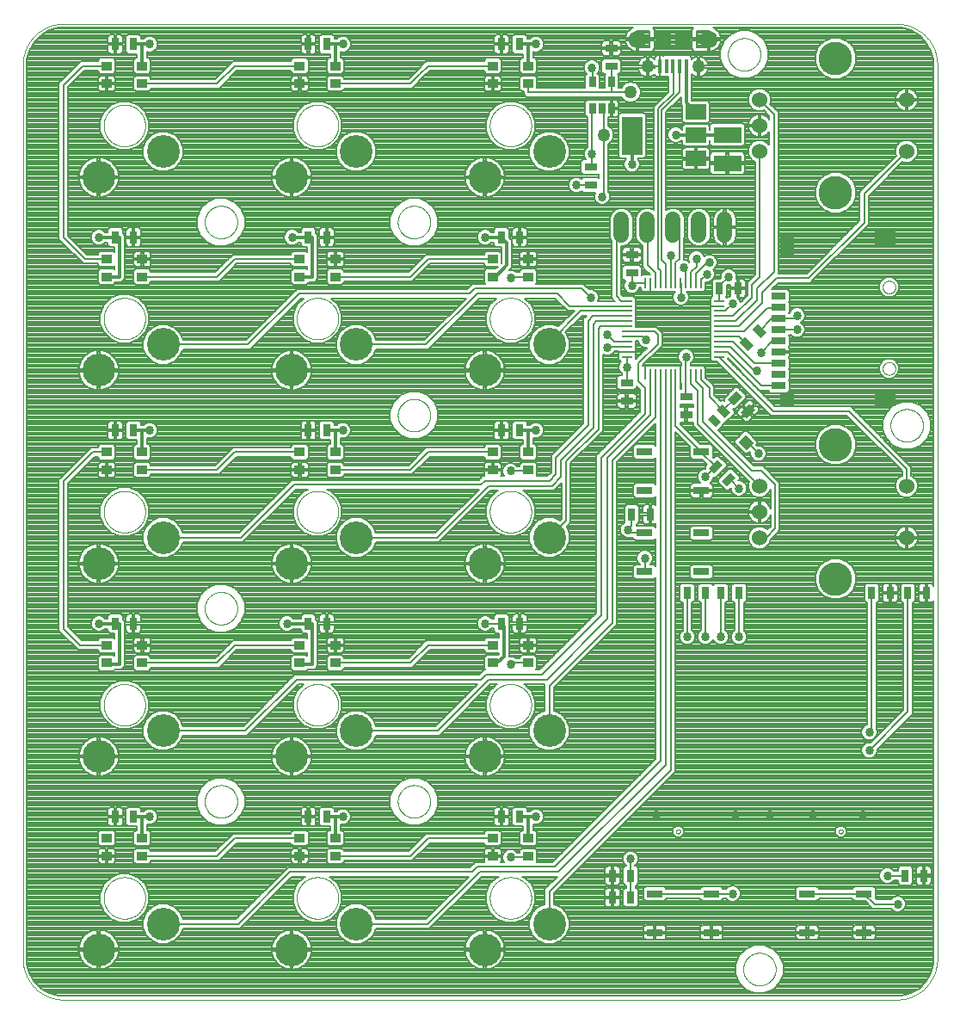
<source format=gtl>
G75*
%MOIN*%
%OFA0B0*%
%FSLAX25Y25*%
%IPPOS*%
%LPD*%
%AMOC8*
5,1,8,0,0,1.08239X$1,22.5*
%
%ADD10C,0.00000*%
%ADD11C,0.12700*%
%ADD12C,0.06000*%
%ADD13C,0.13000*%
%ADD14R,0.03150X0.04724*%
%ADD15R,0.00787X0.03937*%
%ADD16R,0.03937X0.00787*%
%ADD17R,0.05512X0.02756*%
%ADD18R,0.07874X0.05512*%
%ADD19R,0.05512X0.05039*%
%ADD20R,0.05512X0.07677*%
%ADD21C,0.06000*%
%ADD22R,0.01378X0.05512*%
%ADD23R,0.05906X0.06102*%
%ADD24C,0.06791*%
%ADD25C,0.05020*%
%ADD26C,0.00800*%
%ADD27R,0.06000X0.03000*%
%ADD28R,0.07900X0.05900*%
%ADD29R,0.07900X0.15000*%
%ADD30R,0.04724X0.03150*%
%ADD31R,0.04331X0.03150*%
%ADD32R,0.04331X0.03937*%
%ADD33R,0.03937X0.03346*%
%ADD34R,0.02717X0.03898*%
%ADD35R,0.10630X0.06299*%
%ADD36C,0.05000*%
%ADD37C,0.03369*%
%ADD38C,0.01200*%
%ADD39C,0.00600*%
D10*
X0001400Y0017148D02*
X0001400Y0363605D01*
X0001405Y0363986D01*
X0001418Y0364366D01*
X0001441Y0364746D01*
X0001474Y0365125D01*
X0001515Y0365503D01*
X0001565Y0365880D01*
X0001625Y0366256D01*
X0001693Y0366631D01*
X0001771Y0367003D01*
X0001858Y0367374D01*
X0001953Y0367742D01*
X0002058Y0368108D01*
X0002171Y0368471D01*
X0002293Y0368832D01*
X0002423Y0369189D01*
X0002563Y0369543D01*
X0002710Y0369894D01*
X0002867Y0370241D01*
X0003031Y0370584D01*
X0003204Y0370923D01*
X0003385Y0371258D01*
X0003574Y0371589D01*
X0003771Y0371914D01*
X0003975Y0372235D01*
X0004188Y0372551D01*
X0004408Y0372861D01*
X0004635Y0373167D01*
X0004870Y0373466D01*
X0005112Y0373760D01*
X0005360Y0374048D01*
X0005616Y0374330D01*
X0005879Y0374605D01*
X0006148Y0374874D01*
X0006423Y0375137D01*
X0006705Y0375393D01*
X0006993Y0375641D01*
X0007287Y0375883D01*
X0007586Y0376118D01*
X0007892Y0376345D01*
X0008202Y0376565D01*
X0008518Y0376778D01*
X0008839Y0376982D01*
X0009164Y0377179D01*
X0009495Y0377368D01*
X0009830Y0377549D01*
X0010169Y0377722D01*
X0010512Y0377886D01*
X0010859Y0378043D01*
X0011210Y0378190D01*
X0011564Y0378330D01*
X0011921Y0378460D01*
X0012282Y0378582D01*
X0012645Y0378695D01*
X0013011Y0378800D01*
X0013379Y0378895D01*
X0013750Y0378982D01*
X0014122Y0379060D01*
X0014497Y0379128D01*
X0014873Y0379188D01*
X0015250Y0379238D01*
X0015628Y0379279D01*
X0016007Y0379312D01*
X0016387Y0379335D01*
X0016767Y0379348D01*
X0017148Y0379353D01*
X0339983Y0379353D01*
X0340364Y0379348D01*
X0340744Y0379335D01*
X0341124Y0379312D01*
X0341503Y0379279D01*
X0341881Y0379238D01*
X0342258Y0379188D01*
X0342634Y0379128D01*
X0343009Y0379060D01*
X0343381Y0378982D01*
X0343752Y0378895D01*
X0344120Y0378800D01*
X0344486Y0378695D01*
X0344849Y0378582D01*
X0345210Y0378460D01*
X0345567Y0378330D01*
X0345921Y0378190D01*
X0346272Y0378043D01*
X0346619Y0377886D01*
X0346962Y0377722D01*
X0347301Y0377549D01*
X0347636Y0377368D01*
X0347967Y0377179D01*
X0348292Y0376982D01*
X0348613Y0376778D01*
X0348929Y0376565D01*
X0349239Y0376345D01*
X0349545Y0376118D01*
X0349844Y0375883D01*
X0350138Y0375641D01*
X0350426Y0375393D01*
X0350708Y0375137D01*
X0350983Y0374874D01*
X0351252Y0374605D01*
X0351515Y0374330D01*
X0351771Y0374048D01*
X0352019Y0373760D01*
X0352261Y0373466D01*
X0352496Y0373167D01*
X0352723Y0372861D01*
X0352943Y0372551D01*
X0353156Y0372235D01*
X0353360Y0371914D01*
X0353557Y0371589D01*
X0353746Y0371258D01*
X0353927Y0370923D01*
X0354100Y0370584D01*
X0354264Y0370241D01*
X0354421Y0369894D01*
X0354568Y0369543D01*
X0354708Y0369189D01*
X0354838Y0368832D01*
X0354960Y0368471D01*
X0355073Y0368108D01*
X0355178Y0367742D01*
X0355273Y0367374D01*
X0355360Y0367003D01*
X0355438Y0366631D01*
X0355506Y0366256D01*
X0355566Y0365880D01*
X0355616Y0365503D01*
X0355657Y0365125D01*
X0355690Y0364746D01*
X0355713Y0364366D01*
X0355726Y0363986D01*
X0355731Y0363605D01*
X0355731Y0017148D01*
X0355726Y0016767D01*
X0355713Y0016387D01*
X0355690Y0016007D01*
X0355657Y0015628D01*
X0355616Y0015250D01*
X0355566Y0014873D01*
X0355506Y0014497D01*
X0355438Y0014122D01*
X0355360Y0013750D01*
X0355273Y0013379D01*
X0355178Y0013011D01*
X0355073Y0012645D01*
X0354960Y0012282D01*
X0354838Y0011921D01*
X0354708Y0011564D01*
X0354568Y0011210D01*
X0354421Y0010859D01*
X0354264Y0010512D01*
X0354100Y0010169D01*
X0353927Y0009830D01*
X0353746Y0009495D01*
X0353557Y0009164D01*
X0353360Y0008839D01*
X0353156Y0008518D01*
X0352943Y0008202D01*
X0352723Y0007892D01*
X0352496Y0007586D01*
X0352261Y0007287D01*
X0352019Y0006993D01*
X0351771Y0006705D01*
X0351515Y0006423D01*
X0351252Y0006148D01*
X0350983Y0005879D01*
X0350708Y0005616D01*
X0350426Y0005360D01*
X0350138Y0005112D01*
X0349844Y0004870D01*
X0349545Y0004635D01*
X0349239Y0004408D01*
X0348929Y0004188D01*
X0348613Y0003975D01*
X0348292Y0003771D01*
X0347967Y0003574D01*
X0347636Y0003385D01*
X0347301Y0003204D01*
X0346962Y0003031D01*
X0346619Y0002867D01*
X0346272Y0002710D01*
X0345921Y0002563D01*
X0345567Y0002423D01*
X0345210Y0002293D01*
X0344849Y0002171D01*
X0344486Y0002058D01*
X0344120Y0001953D01*
X0343752Y0001858D01*
X0343381Y0001771D01*
X0343009Y0001693D01*
X0342634Y0001625D01*
X0342258Y0001565D01*
X0341881Y0001515D01*
X0341503Y0001474D01*
X0341124Y0001441D01*
X0340744Y0001418D01*
X0340364Y0001405D01*
X0339983Y0001400D01*
X0017148Y0001400D01*
X0016767Y0001405D01*
X0016387Y0001418D01*
X0016007Y0001441D01*
X0015628Y0001474D01*
X0015250Y0001515D01*
X0014873Y0001565D01*
X0014497Y0001625D01*
X0014122Y0001693D01*
X0013750Y0001771D01*
X0013379Y0001858D01*
X0013011Y0001953D01*
X0012645Y0002058D01*
X0012282Y0002171D01*
X0011921Y0002293D01*
X0011564Y0002423D01*
X0011210Y0002563D01*
X0010859Y0002710D01*
X0010512Y0002867D01*
X0010169Y0003031D01*
X0009830Y0003204D01*
X0009495Y0003385D01*
X0009164Y0003574D01*
X0008839Y0003771D01*
X0008518Y0003975D01*
X0008202Y0004188D01*
X0007892Y0004408D01*
X0007586Y0004635D01*
X0007287Y0004870D01*
X0006993Y0005112D01*
X0006705Y0005360D01*
X0006423Y0005616D01*
X0006148Y0005879D01*
X0005879Y0006148D01*
X0005616Y0006423D01*
X0005360Y0006705D01*
X0005112Y0006993D01*
X0004870Y0007287D01*
X0004635Y0007586D01*
X0004408Y0007892D01*
X0004188Y0008202D01*
X0003975Y0008518D01*
X0003771Y0008839D01*
X0003574Y0009164D01*
X0003385Y0009495D01*
X0003204Y0009830D01*
X0003031Y0010169D01*
X0002867Y0010512D01*
X0002710Y0010859D01*
X0002563Y0011210D01*
X0002423Y0011564D01*
X0002293Y0011921D01*
X0002171Y0012282D01*
X0002058Y0012645D01*
X0001953Y0013011D01*
X0001858Y0013379D01*
X0001771Y0013750D01*
X0001693Y0014122D01*
X0001625Y0014497D01*
X0001565Y0014873D01*
X0001515Y0015250D01*
X0001474Y0015628D01*
X0001441Y0016007D01*
X0001418Y0016387D01*
X0001405Y0016767D01*
X0001400Y0017148D01*
X0032720Y0040770D02*
X0032722Y0040968D01*
X0032730Y0041165D01*
X0032742Y0041362D01*
X0032759Y0041559D01*
X0032781Y0041755D01*
X0032807Y0041951D01*
X0032839Y0042146D01*
X0032875Y0042340D01*
X0032916Y0042534D01*
X0032961Y0042726D01*
X0033012Y0042917D01*
X0033067Y0043107D01*
X0033126Y0043295D01*
X0033191Y0043482D01*
X0033259Y0043667D01*
X0033333Y0043851D01*
X0033411Y0044032D01*
X0033493Y0044212D01*
X0033580Y0044389D01*
X0033671Y0044565D01*
X0033766Y0044738D01*
X0033865Y0044909D01*
X0033969Y0045077D01*
X0034077Y0045242D01*
X0034188Y0045405D01*
X0034304Y0045565D01*
X0034424Y0045723D01*
X0034547Y0045877D01*
X0034674Y0046028D01*
X0034805Y0046176D01*
X0034940Y0046321D01*
X0035078Y0046462D01*
X0035219Y0046600D01*
X0035364Y0046735D01*
X0035512Y0046866D01*
X0035663Y0046993D01*
X0035817Y0047116D01*
X0035975Y0047236D01*
X0036135Y0047352D01*
X0036298Y0047463D01*
X0036463Y0047571D01*
X0036631Y0047675D01*
X0036802Y0047774D01*
X0036975Y0047869D01*
X0037151Y0047960D01*
X0037328Y0048047D01*
X0037508Y0048129D01*
X0037689Y0048207D01*
X0037873Y0048281D01*
X0038058Y0048349D01*
X0038245Y0048414D01*
X0038433Y0048473D01*
X0038623Y0048528D01*
X0038814Y0048579D01*
X0039006Y0048624D01*
X0039200Y0048665D01*
X0039394Y0048701D01*
X0039589Y0048733D01*
X0039785Y0048759D01*
X0039981Y0048781D01*
X0040178Y0048798D01*
X0040375Y0048810D01*
X0040572Y0048818D01*
X0040770Y0048820D01*
X0040968Y0048818D01*
X0041165Y0048810D01*
X0041362Y0048798D01*
X0041559Y0048781D01*
X0041755Y0048759D01*
X0041951Y0048733D01*
X0042146Y0048701D01*
X0042340Y0048665D01*
X0042534Y0048624D01*
X0042726Y0048579D01*
X0042917Y0048528D01*
X0043107Y0048473D01*
X0043295Y0048414D01*
X0043482Y0048349D01*
X0043667Y0048281D01*
X0043851Y0048207D01*
X0044032Y0048129D01*
X0044212Y0048047D01*
X0044389Y0047960D01*
X0044565Y0047869D01*
X0044738Y0047774D01*
X0044909Y0047675D01*
X0045077Y0047571D01*
X0045242Y0047463D01*
X0045405Y0047352D01*
X0045565Y0047236D01*
X0045723Y0047116D01*
X0045877Y0046993D01*
X0046028Y0046866D01*
X0046176Y0046735D01*
X0046321Y0046600D01*
X0046462Y0046462D01*
X0046600Y0046321D01*
X0046735Y0046176D01*
X0046866Y0046028D01*
X0046993Y0045877D01*
X0047116Y0045723D01*
X0047236Y0045565D01*
X0047352Y0045405D01*
X0047463Y0045242D01*
X0047571Y0045077D01*
X0047675Y0044909D01*
X0047774Y0044738D01*
X0047869Y0044565D01*
X0047960Y0044389D01*
X0048047Y0044212D01*
X0048129Y0044032D01*
X0048207Y0043851D01*
X0048281Y0043667D01*
X0048349Y0043482D01*
X0048414Y0043295D01*
X0048473Y0043107D01*
X0048528Y0042917D01*
X0048579Y0042726D01*
X0048624Y0042534D01*
X0048665Y0042340D01*
X0048701Y0042146D01*
X0048733Y0041951D01*
X0048759Y0041755D01*
X0048781Y0041559D01*
X0048798Y0041362D01*
X0048810Y0041165D01*
X0048818Y0040968D01*
X0048820Y0040770D01*
X0048818Y0040572D01*
X0048810Y0040375D01*
X0048798Y0040178D01*
X0048781Y0039981D01*
X0048759Y0039785D01*
X0048733Y0039589D01*
X0048701Y0039394D01*
X0048665Y0039200D01*
X0048624Y0039006D01*
X0048579Y0038814D01*
X0048528Y0038623D01*
X0048473Y0038433D01*
X0048414Y0038245D01*
X0048349Y0038058D01*
X0048281Y0037873D01*
X0048207Y0037689D01*
X0048129Y0037508D01*
X0048047Y0037328D01*
X0047960Y0037151D01*
X0047869Y0036975D01*
X0047774Y0036802D01*
X0047675Y0036631D01*
X0047571Y0036463D01*
X0047463Y0036298D01*
X0047352Y0036135D01*
X0047236Y0035975D01*
X0047116Y0035817D01*
X0046993Y0035663D01*
X0046866Y0035512D01*
X0046735Y0035364D01*
X0046600Y0035219D01*
X0046462Y0035078D01*
X0046321Y0034940D01*
X0046176Y0034805D01*
X0046028Y0034674D01*
X0045877Y0034547D01*
X0045723Y0034424D01*
X0045565Y0034304D01*
X0045405Y0034188D01*
X0045242Y0034077D01*
X0045077Y0033969D01*
X0044909Y0033865D01*
X0044738Y0033766D01*
X0044565Y0033671D01*
X0044389Y0033580D01*
X0044212Y0033493D01*
X0044032Y0033411D01*
X0043851Y0033333D01*
X0043667Y0033259D01*
X0043482Y0033191D01*
X0043295Y0033126D01*
X0043107Y0033067D01*
X0042917Y0033012D01*
X0042726Y0032961D01*
X0042534Y0032916D01*
X0042340Y0032875D01*
X0042146Y0032839D01*
X0041951Y0032807D01*
X0041755Y0032781D01*
X0041559Y0032759D01*
X0041362Y0032742D01*
X0041165Y0032730D01*
X0040968Y0032722D01*
X0040770Y0032720D01*
X0040572Y0032722D01*
X0040375Y0032730D01*
X0040178Y0032742D01*
X0039981Y0032759D01*
X0039785Y0032781D01*
X0039589Y0032807D01*
X0039394Y0032839D01*
X0039200Y0032875D01*
X0039006Y0032916D01*
X0038814Y0032961D01*
X0038623Y0033012D01*
X0038433Y0033067D01*
X0038245Y0033126D01*
X0038058Y0033191D01*
X0037873Y0033259D01*
X0037689Y0033333D01*
X0037508Y0033411D01*
X0037328Y0033493D01*
X0037151Y0033580D01*
X0036975Y0033671D01*
X0036802Y0033766D01*
X0036631Y0033865D01*
X0036463Y0033969D01*
X0036298Y0034077D01*
X0036135Y0034188D01*
X0035975Y0034304D01*
X0035817Y0034424D01*
X0035663Y0034547D01*
X0035512Y0034674D01*
X0035364Y0034805D01*
X0035219Y0034940D01*
X0035078Y0035078D01*
X0034940Y0035219D01*
X0034805Y0035364D01*
X0034674Y0035512D01*
X0034547Y0035663D01*
X0034424Y0035817D01*
X0034304Y0035975D01*
X0034188Y0036135D01*
X0034077Y0036298D01*
X0033969Y0036463D01*
X0033865Y0036631D01*
X0033766Y0036802D01*
X0033671Y0036975D01*
X0033580Y0037151D01*
X0033493Y0037328D01*
X0033411Y0037508D01*
X0033333Y0037689D01*
X0033259Y0037873D01*
X0033191Y0038058D01*
X0033126Y0038245D01*
X0033067Y0038433D01*
X0033012Y0038623D01*
X0032961Y0038814D01*
X0032916Y0039006D01*
X0032875Y0039200D01*
X0032839Y0039394D01*
X0032807Y0039589D01*
X0032781Y0039785D01*
X0032759Y0039981D01*
X0032742Y0040178D01*
X0032730Y0040375D01*
X0032722Y0040572D01*
X0032720Y0040770D01*
X0071873Y0078172D02*
X0071875Y0078330D01*
X0071881Y0078488D01*
X0071891Y0078646D01*
X0071905Y0078804D01*
X0071923Y0078961D01*
X0071944Y0079118D01*
X0071970Y0079274D01*
X0072000Y0079430D01*
X0072033Y0079585D01*
X0072071Y0079738D01*
X0072112Y0079891D01*
X0072157Y0080043D01*
X0072206Y0080194D01*
X0072259Y0080343D01*
X0072315Y0080491D01*
X0072375Y0080637D01*
X0072439Y0080782D01*
X0072507Y0080925D01*
X0072578Y0081067D01*
X0072652Y0081207D01*
X0072730Y0081344D01*
X0072812Y0081480D01*
X0072896Y0081614D01*
X0072985Y0081745D01*
X0073076Y0081874D01*
X0073171Y0082001D01*
X0073268Y0082126D01*
X0073369Y0082248D01*
X0073473Y0082367D01*
X0073580Y0082484D01*
X0073690Y0082598D01*
X0073803Y0082709D01*
X0073918Y0082818D01*
X0074036Y0082923D01*
X0074157Y0083025D01*
X0074280Y0083125D01*
X0074406Y0083221D01*
X0074534Y0083314D01*
X0074664Y0083404D01*
X0074797Y0083490D01*
X0074932Y0083574D01*
X0075068Y0083653D01*
X0075207Y0083730D01*
X0075348Y0083802D01*
X0075490Y0083872D01*
X0075634Y0083937D01*
X0075780Y0083999D01*
X0075927Y0084057D01*
X0076076Y0084112D01*
X0076226Y0084163D01*
X0076377Y0084210D01*
X0076529Y0084253D01*
X0076682Y0084292D01*
X0076837Y0084328D01*
X0076992Y0084359D01*
X0077148Y0084387D01*
X0077304Y0084411D01*
X0077461Y0084431D01*
X0077619Y0084447D01*
X0077776Y0084459D01*
X0077935Y0084467D01*
X0078093Y0084471D01*
X0078251Y0084471D01*
X0078409Y0084467D01*
X0078568Y0084459D01*
X0078725Y0084447D01*
X0078883Y0084431D01*
X0079040Y0084411D01*
X0079196Y0084387D01*
X0079352Y0084359D01*
X0079507Y0084328D01*
X0079662Y0084292D01*
X0079815Y0084253D01*
X0079967Y0084210D01*
X0080118Y0084163D01*
X0080268Y0084112D01*
X0080417Y0084057D01*
X0080564Y0083999D01*
X0080710Y0083937D01*
X0080854Y0083872D01*
X0080996Y0083802D01*
X0081137Y0083730D01*
X0081276Y0083653D01*
X0081412Y0083574D01*
X0081547Y0083490D01*
X0081680Y0083404D01*
X0081810Y0083314D01*
X0081938Y0083221D01*
X0082064Y0083125D01*
X0082187Y0083025D01*
X0082308Y0082923D01*
X0082426Y0082818D01*
X0082541Y0082709D01*
X0082654Y0082598D01*
X0082764Y0082484D01*
X0082871Y0082367D01*
X0082975Y0082248D01*
X0083076Y0082126D01*
X0083173Y0082001D01*
X0083268Y0081874D01*
X0083359Y0081745D01*
X0083448Y0081614D01*
X0083532Y0081480D01*
X0083614Y0081344D01*
X0083692Y0081207D01*
X0083766Y0081067D01*
X0083837Y0080925D01*
X0083905Y0080782D01*
X0083969Y0080637D01*
X0084029Y0080491D01*
X0084085Y0080343D01*
X0084138Y0080194D01*
X0084187Y0080043D01*
X0084232Y0079891D01*
X0084273Y0079738D01*
X0084311Y0079585D01*
X0084344Y0079430D01*
X0084374Y0079274D01*
X0084400Y0079118D01*
X0084421Y0078961D01*
X0084439Y0078804D01*
X0084453Y0078646D01*
X0084463Y0078488D01*
X0084469Y0078330D01*
X0084471Y0078172D01*
X0084469Y0078014D01*
X0084463Y0077856D01*
X0084453Y0077698D01*
X0084439Y0077540D01*
X0084421Y0077383D01*
X0084400Y0077226D01*
X0084374Y0077070D01*
X0084344Y0076914D01*
X0084311Y0076759D01*
X0084273Y0076606D01*
X0084232Y0076453D01*
X0084187Y0076301D01*
X0084138Y0076150D01*
X0084085Y0076001D01*
X0084029Y0075853D01*
X0083969Y0075707D01*
X0083905Y0075562D01*
X0083837Y0075419D01*
X0083766Y0075277D01*
X0083692Y0075137D01*
X0083614Y0075000D01*
X0083532Y0074864D01*
X0083448Y0074730D01*
X0083359Y0074599D01*
X0083268Y0074470D01*
X0083173Y0074343D01*
X0083076Y0074218D01*
X0082975Y0074096D01*
X0082871Y0073977D01*
X0082764Y0073860D01*
X0082654Y0073746D01*
X0082541Y0073635D01*
X0082426Y0073526D01*
X0082308Y0073421D01*
X0082187Y0073319D01*
X0082064Y0073219D01*
X0081938Y0073123D01*
X0081810Y0073030D01*
X0081680Y0072940D01*
X0081547Y0072854D01*
X0081412Y0072770D01*
X0081276Y0072691D01*
X0081137Y0072614D01*
X0080996Y0072542D01*
X0080854Y0072472D01*
X0080710Y0072407D01*
X0080564Y0072345D01*
X0080417Y0072287D01*
X0080268Y0072232D01*
X0080118Y0072181D01*
X0079967Y0072134D01*
X0079815Y0072091D01*
X0079662Y0072052D01*
X0079507Y0072016D01*
X0079352Y0071985D01*
X0079196Y0071957D01*
X0079040Y0071933D01*
X0078883Y0071913D01*
X0078725Y0071897D01*
X0078568Y0071885D01*
X0078409Y0071877D01*
X0078251Y0071873D01*
X0078093Y0071873D01*
X0077935Y0071877D01*
X0077776Y0071885D01*
X0077619Y0071897D01*
X0077461Y0071913D01*
X0077304Y0071933D01*
X0077148Y0071957D01*
X0076992Y0071985D01*
X0076837Y0072016D01*
X0076682Y0072052D01*
X0076529Y0072091D01*
X0076377Y0072134D01*
X0076226Y0072181D01*
X0076076Y0072232D01*
X0075927Y0072287D01*
X0075780Y0072345D01*
X0075634Y0072407D01*
X0075490Y0072472D01*
X0075348Y0072542D01*
X0075207Y0072614D01*
X0075068Y0072691D01*
X0074932Y0072770D01*
X0074797Y0072854D01*
X0074664Y0072940D01*
X0074534Y0073030D01*
X0074406Y0073123D01*
X0074280Y0073219D01*
X0074157Y0073319D01*
X0074036Y0073421D01*
X0073918Y0073526D01*
X0073803Y0073635D01*
X0073690Y0073746D01*
X0073580Y0073860D01*
X0073473Y0073977D01*
X0073369Y0074096D01*
X0073268Y0074218D01*
X0073171Y0074343D01*
X0073076Y0074470D01*
X0072985Y0074599D01*
X0072896Y0074730D01*
X0072812Y0074864D01*
X0072730Y0075000D01*
X0072652Y0075137D01*
X0072578Y0075277D01*
X0072507Y0075419D01*
X0072439Y0075562D01*
X0072375Y0075707D01*
X0072315Y0075853D01*
X0072259Y0076001D01*
X0072206Y0076150D01*
X0072157Y0076301D01*
X0072112Y0076453D01*
X0072071Y0076606D01*
X0072033Y0076759D01*
X0072000Y0076914D01*
X0071970Y0077070D01*
X0071944Y0077226D01*
X0071923Y0077383D01*
X0071905Y0077540D01*
X0071891Y0077698D01*
X0071881Y0077856D01*
X0071875Y0078014D01*
X0071873Y0078172D01*
X0032720Y0115573D02*
X0032722Y0115771D01*
X0032730Y0115968D01*
X0032742Y0116165D01*
X0032759Y0116362D01*
X0032781Y0116558D01*
X0032807Y0116754D01*
X0032839Y0116949D01*
X0032875Y0117143D01*
X0032916Y0117337D01*
X0032961Y0117529D01*
X0033012Y0117720D01*
X0033067Y0117910D01*
X0033126Y0118098D01*
X0033191Y0118285D01*
X0033259Y0118470D01*
X0033333Y0118654D01*
X0033411Y0118835D01*
X0033493Y0119015D01*
X0033580Y0119192D01*
X0033671Y0119368D01*
X0033766Y0119541D01*
X0033865Y0119712D01*
X0033969Y0119880D01*
X0034077Y0120045D01*
X0034188Y0120208D01*
X0034304Y0120368D01*
X0034424Y0120526D01*
X0034547Y0120680D01*
X0034674Y0120831D01*
X0034805Y0120979D01*
X0034940Y0121124D01*
X0035078Y0121265D01*
X0035219Y0121403D01*
X0035364Y0121538D01*
X0035512Y0121669D01*
X0035663Y0121796D01*
X0035817Y0121919D01*
X0035975Y0122039D01*
X0036135Y0122155D01*
X0036298Y0122266D01*
X0036463Y0122374D01*
X0036631Y0122478D01*
X0036802Y0122577D01*
X0036975Y0122672D01*
X0037151Y0122763D01*
X0037328Y0122850D01*
X0037508Y0122932D01*
X0037689Y0123010D01*
X0037873Y0123084D01*
X0038058Y0123152D01*
X0038245Y0123217D01*
X0038433Y0123276D01*
X0038623Y0123331D01*
X0038814Y0123382D01*
X0039006Y0123427D01*
X0039200Y0123468D01*
X0039394Y0123504D01*
X0039589Y0123536D01*
X0039785Y0123562D01*
X0039981Y0123584D01*
X0040178Y0123601D01*
X0040375Y0123613D01*
X0040572Y0123621D01*
X0040770Y0123623D01*
X0040968Y0123621D01*
X0041165Y0123613D01*
X0041362Y0123601D01*
X0041559Y0123584D01*
X0041755Y0123562D01*
X0041951Y0123536D01*
X0042146Y0123504D01*
X0042340Y0123468D01*
X0042534Y0123427D01*
X0042726Y0123382D01*
X0042917Y0123331D01*
X0043107Y0123276D01*
X0043295Y0123217D01*
X0043482Y0123152D01*
X0043667Y0123084D01*
X0043851Y0123010D01*
X0044032Y0122932D01*
X0044212Y0122850D01*
X0044389Y0122763D01*
X0044565Y0122672D01*
X0044738Y0122577D01*
X0044909Y0122478D01*
X0045077Y0122374D01*
X0045242Y0122266D01*
X0045405Y0122155D01*
X0045565Y0122039D01*
X0045723Y0121919D01*
X0045877Y0121796D01*
X0046028Y0121669D01*
X0046176Y0121538D01*
X0046321Y0121403D01*
X0046462Y0121265D01*
X0046600Y0121124D01*
X0046735Y0120979D01*
X0046866Y0120831D01*
X0046993Y0120680D01*
X0047116Y0120526D01*
X0047236Y0120368D01*
X0047352Y0120208D01*
X0047463Y0120045D01*
X0047571Y0119880D01*
X0047675Y0119712D01*
X0047774Y0119541D01*
X0047869Y0119368D01*
X0047960Y0119192D01*
X0048047Y0119015D01*
X0048129Y0118835D01*
X0048207Y0118654D01*
X0048281Y0118470D01*
X0048349Y0118285D01*
X0048414Y0118098D01*
X0048473Y0117910D01*
X0048528Y0117720D01*
X0048579Y0117529D01*
X0048624Y0117337D01*
X0048665Y0117143D01*
X0048701Y0116949D01*
X0048733Y0116754D01*
X0048759Y0116558D01*
X0048781Y0116362D01*
X0048798Y0116165D01*
X0048810Y0115968D01*
X0048818Y0115771D01*
X0048820Y0115573D01*
X0048818Y0115375D01*
X0048810Y0115178D01*
X0048798Y0114981D01*
X0048781Y0114784D01*
X0048759Y0114588D01*
X0048733Y0114392D01*
X0048701Y0114197D01*
X0048665Y0114003D01*
X0048624Y0113809D01*
X0048579Y0113617D01*
X0048528Y0113426D01*
X0048473Y0113236D01*
X0048414Y0113048D01*
X0048349Y0112861D01*
X0048281Y0112676D01*
X0048207Y0112492D01*
X0048129Y0112311D01*
X0048047Y0112131D01*
X0047960Y0111954D01*
X0047869Y0111778D01*
X0047774Y0111605D01*
X0047675Y0111434D01*
X0047571Y0111266D01*
X0047463Y0111101D01*
X0047352Y0110938D01*
X0047236Y0110778D01*
X0047116Y0110620D01*
X0046993Y0110466D01*
X0046866Y0110315D01*
X0046735Y0110167D01*
X0046600Y0110022D01*
X0046462Y0109881D01*
X0046321Y0109743D01*
X0046176Y0109608D01*
X0046028Y0109477D01*
X0045877Y0109350D01*
X0045723Y0109227D01*
X0045565Y0109107D01*
X0045405Y0108991D01*
X0045242Y0108880D01*
X0045077Y0108772D01*
X0044909Y0108668D01*
X0044738Y0108569D01*
X0044565Y0108474D01*
X0044389Y0108383D01*
X0044212Y0108296D01*
X0044032Y0108214D01*
X0043851Y0108136D01*
X0043667Y0108062D01*
X0043482Y0107994D01*
X0043295Y0107929D01*
X0043107Y0107870D01*
X0042917Y0107815D01*
X0042726Y0107764D01*
X0042534Y0107719D01*
X0042340Y0107678D01*
X0042146Y0107642D01*
X0041951Y0107610D01*
X0041755Y0107584D01*
X0041559Y0107562D01*
X0041362Y0107545D01*
X0041165Y0107533D01*
X0040968Y0107525D01*
X0040770Y0107523D01*
X0040572Y0107525D01*
X0040375Y0107533D01*
X0040178Y0107545D01*
X0039981Y0107562D01*
X0039785Y0107584D01*
X0039589Y0107610D01*
X0039394Y0107642D01*
X0039200Y0107678D01*
X0039006Y0107719D01*
X0038814Y0107764D01*
X0038623Y0107815D01*
X0038433Y0107870D01*
X0038245Y0107929D01*
X0038058Y0107994D01*
X0037873Y0108062D01*
X0037689Y0108136D01*
X0037508Y0108214D01*
X0037328Y0108296D01*
X0037151Y0108383D01*
X0036975Y0108474D01*
X0036802Y0108569D01*
X0036631Y0108668D01*
X0036463Y0108772D01*
X0036298Y0108880D01*
X0036135Y0108991D01*
X0035975Y0109107D01*
X0035817Y0109227D01*
X0035663Y0109350D01*
X0035512Y0109477D01*
X0035364Y0109608D01*
X0035219Y0109743D01*
X0035078Y0109881D01*
X0034940Y0110022D01*
X0034805Y0110167D01*
X0034674Y0110315D01*
X0034547Y0110466D01*
X0034424Y0110620D01*
X0034304Y0110778D01*
X0034188Y0110938D01*
X0034077Y0111101D01*
X0033969Y0111266D01*
X0033865Y0111434D01*
X0033766Y0111605D01*
X0033671Y0111778D01*
X0033580Y0111954D01*
X0033493Y0112131D01*
X0033411Y0112311D01*
X0033333Y0112492D01*
X0033259Y0112676D01*
X0033191Y0112861D01*
X0033126Y0113048D01*
X0033067Y0113236D01*
X0033012Y0113426D01*
X0032961Y0113617D01*
X0032916Y0113809D01*
X0032875Y0114003D01*
X0032839Y0114197D01*
X0032807Y0114392D01*
X0032781Y0114588D01*
X0032759Y0114784D01*
X0032742Y0114981D01*
X0032730Y0115178D01*
X0032722Y0115375D01*
X0032720Y0115573D01*
X0071873Y0152975D02*
X0071875Y0153133D01*
X0071881Y0153291D01*
X0071891Y0153449D01*
X0071905Y0153607D01*
X0071923Y0153764D01*
X0071944Y0153921D01*
X0071970Y0154077D01*
X0072000Y0154233D01*
X0072033Y0154388D01*
X0072071Y0154541D01*
X0072112Y0154694D01*
X0072157Y0154846D01*
X0072206Y0154997D01*
X0072259Y0155146D01*
X0072315Y0155294D01*
X0072375Y0155440D01*
X0072439Y0155585D01*
X0072507Y0155728D01*
X0072578Y0155870D01*
X0072652Y0156010D01*
X0072730Y0156147D01*
X0072812Y0156283D01*
X0072896Y0156417D01*
X0072985Y0156548D01*
X0073076Y0156677D01*
X0073171Y0156804D01*
X0073268Y0156929D01*
X0073369Y0157051D01*
X0073473Y0157170D01*
X0073580Y0157287D01*
X0073690Y0157401D01*
X0073803Y0157512D01*
X0073918Y0157621D01*
X0074036Y0157726D01*
X0074157Y0157828D01*
X0074280Y0157928D01*
X0074406Y0158024D01*
X0074534Y0158117D01*
X0074664Y0158207D01*
X0074797Y0158293D01*
X0074932Y0158377D01*
X0075068Y0158456D01*
X0075207Y0158533D01*
X0075348Y0158605D01*
X0075490Y0158675D01*
X0075634Y0158740D01*
X0075780Y0158802D01*
X0075927Y0158860D01*
X0076076Y0158915D01*
X0076226Y0158966D01*
X0076377Y0159013D01*
X0076529Y0159056D01*
X0076682Y0159095D01*
X0076837Y0159131D01*
X0076992Y0159162D01*
X0077148Y0159190D01*
X0077304Y0159214D01*
X0077461Y0159234D01*
X0077619Y0159250D01*
X0077776Y0159262D01*
X0077935Y0159270D01*
X0078093Y0159274D01*
X0078251Y0159274D01*
X0078409Y0159270D01*
X0078568Y0159262D01*
X0078725Y0159250D01*
X0078883Y0159234D01*
X0079040Y0159214D01*
X0079196Y0159190D01*
X0079352Y0159162D01*
X0079507Y0159131D01*
X0079662Y0159095D01*
X0079815Y0159056D01*
X0079967Y0159013D01*
X0080118Y0158966D01*
X0080268Y0158915D01*
X0080417Y0158860D01*
X0080564Y0158802D01*
X0080710Y0158740D01*
X0080854Y0158675D01*
X0080996Y0158605D01*
X0081137Y0158533D01*
X0081276Y0158456D01*
X0081412Y0158377D01*
X0081547Y0158293D01*
X0081680Y0158207D01*
X0081810Y0158117D01*
X0081938Y0158024D01*
X0082064Y0157928D01*
X0082187Y0157828D01*
X0082308Y0157726D01*
X0082426Y0157621D01*
X0082541Y0157512D01*
X0082654Y0157401D01*
X0082764Y0157287D01*
X0082871Y0157170D01*
X0082975Y0157051D01*
X0083076Y0156929D01*
X0083173Y0156804D01*
X0083268Y0156677D01*
X0083359Y0156548D01*
X0083448Y0156417D01*
X0083532Y0156283D01*
X0083614Y0156147D01*
X0083692Y0156010D01*
X0083766Y0155870D01*
X0083837Y0155728D01*
X0083905Y0155585D01*
X0083969Y0155440D01*
X0084029Y0155294D01*
X0084085Y0155146D01*
X0084138Y0154997D01*
X0084187Y0154846D01*
X0084232Y0154694D01*
X0084273Y0154541D01*
X0084311Y0154388D01*
X0084344Y0154233D01*
X0084374Y0154077D01*
X0084400Y0153921D01*
X0084421Y0153764D01*
X0084439Y0153607D01*
X0084453Y0153449D01*
X0084463Y0153291D01*
X0084469Y0153133D01*
X0084471Y0152975D01*
X0084469Y0152817D01*
X0084463Y0152659D01*
X0084453Y0152501D01*
X0084439Y0152343D01*
X0084421Y0152186D01*
X0084400Y0152029D01*
X0084374Y0151873D01*
X0084344Y0151717D01*
X0084311Y0151562D01*
X0084273Y0151409D01*
X0084232Y0151256D01*
X0084187Y0151104D01*
X0084138Y0150953D01*
X0084085Y0150804D01*
X0084029Y0150656D01*
X0083969Y0150510D01*
X0083905Y0150365D01*
X0083837Y0150222D01*
X0083766Y0150080D01*
X0083692Y0149940D01*
X0083614Y0149803D01*
X0083532Y0149667D01*
X0083448Y0149533D01*
X0083359Y0149402D01*
X0083268Y0149273D01*
X0083173Y0149146D01*
X0083076Y0149021D01*
X0082975Y0148899D01*
X0082871Y0148780D01*
X0082764Y0148663D01*
X0082654Y0148549D01*
X0082541Y0148438D01*
X0082426Y0148329D01*
X0082308Y0148224D01*
X0082187Y0148122D01*
X0082064Y0148022D01*
X0081938Y0147926D01*
X0081810Y0147833D01*
X0081680Y0147743D01*
X0081547Y0147657D01*
X0081412Y0147573D01*
X0081276Y0147494D01*
X0081137Y0147417D01*
X0080996Y0147345D01*
X0080854Y0147275D01*
X0080710Y0147210D01*
X0080564Y0147148D01*
X0080417Y0147090D01*
X0080268Y0147035D01*
X0080118Y0146984D01*
X0079967Y0146937D01*
X0079815Y0146894D01*
X0079662Y0146855D01*
X0079507Y0146819D01*
X0079352Y0146788D01*
X0079196Y0146760D01*
X0079040Y0146736D01*
X0078883Y0146716D01*
X0078725Y0146700D01*
X0078568Y0146688D01*
X0078409Y0146680D01*
X0078251Y0146676D01*
X0078093Y0146676D01*
X0077935Y0146680D01*
X0077776Y0146688D01*
X0077619Y0146700D01*
X0077461Y0146716D01*
X0077304Y0146736D01*
X0077148Y0146760D01*
X0076992Y0146788D01*
X0076837Y0146819D01*
X0076682Y0146855D01*
X0076529Y0146894D01*
X0076377Y0146937D01*
X0076226Y0146984D01*
X0076076Y0147035D01*
X0075927Y0147090D01*
X0075780Y0147148D01*
X0075634Y0147210D01*
X0075490Y0147275D01*
X0075348Y0147345D01*
X0075207Y0147417D01*
X0075068Y0147494D01*
X0074932Y0147573D01*
X0074797Y0147657D01*
X0074664Y0147743D01*
X0074534Y0147833D01*
X0074406Y0147926D01*
X0074280Y0148022D01*
X0074157Y0148122D01*
X0074036Y0148224D01*
X0073918Y0148329D01*
X0073803Y0148438D01*
X0073690Y0148549D01*
X0073580Y0148663D01*
X0073473Y0148780D01*
X0073369Y0148899D01*
X0073268Y0149021D01*
X0073171Y0149146D01*
X0073076Y0149273D01*
X0072985Y0149402D01*
X0072896Y0149533D01*
X0072812Y0149667D01*
X0072730Y0149803D01*
X0072652Y0149940D01*
X0072578Y0150080D01*
X0072507Y0150222D01*
X0072439Y0150365D01*
X0072375Y0150510D01*
X0072315Y0150656D01*
X0072259Y0150804D01*
X0072206Y0150953D01*
X0072157Y0151104D01*
X0072112Y0151256D01*
X0072071Y0151409D01*
X0072033Y0151562D01*
X0072000Y0151717D01*
X0071970Y0151873D01*
X0071944Y0152029D01*
X0071923Y0152186D01*
X0071905Y0152343D01*
X0071891Y0152501D01*
X0071881Y0152659D01*
X0071875Y0152817D01*
X0071873Y0152975D01*
X0032720Y0190376D02*
X0032722Y0190574D01*
X0032730Y0190771D01*
X0032742Y0190968D01*
X0032759Y0191165D01*
X0032781Y0191361D01*
X0032807Y0191557D01*
X0032839Y0191752D01*
X0032875Y0191946D01*
X0032916Y0192140D01*
X0032961Y0192332D01*
X0033012Y0192523D01*
X0033067Y0192713D01*
X0033126Y0192901D01*
X0033191Y0193088D01*
X0033259Y0193273D01*
X0033333Y0193457D01*
X0033411Y0193638D01*
X0033493Y0193818D01*
X0033580Y0193995D01*
X0033671Y0194171D01*
X0033766Y0194344D01*
X0033865Y0194515D01*
X0033969Y0194683D01*
X0034077Y0194848D01*
X0034188Y0195011D01*
X0034304Y0195171D01*
X0034424Y0195329D01*
X0034547Y0195483D01*
X0034674Y0195634D01*
X0034805Y0195782D01*
X0034940Y0195927D01*
X0035078Y0196068D01*
X0035219Y0196206D01*
X0035364Y0196341D01*
X0035512Y0196472D01*
X0035663Y0196599D01*
X0035817Y0196722D01*
X0035975Y0196842D01*
X0036135Y0196958D01*
X0036298Y0197069D01*
X0036463Y0197177D01*
X0036631Y0197281D01*
X0036802Y0197380D01*
X0036975Y0197475D01*
X0037151Y0197566D01*
X0037328Y0197653D01*
X0037508Y0197735D01*
X0037689Y0197813D01*
X0037873Y0197887D01*
X0038058Y0197955D01*
X0038245Y0198020D01*
X0038433Y0198079D01*
X0038623Y0198134D01*
X0038814Y0198185D01*
X0039006Y0198230D01*
X0039200Y0198271D01*
X0039394Y0198307D01*
X0039589Y0198339D01*
X0039785Y0198365D01*
X0039981Y0198387D01*
X0040178Y0198404D01*
X0040375Y0198416D01*
X0040572Y0198424D01*
X0040770Y0198426D01*
X0040968Y0198424D01*
X0041165Y0198416D01*
X0041362Y0198404D01*
X0041559Y0198387D01*
X0041755Y0198365D01*
X0041951Y0198339D01*
X0042146Y0198307D01*
X0042340Y0198271D01*
X0042534Y0198230D01*
X0042726Y0198185D01*
X0042917Y0198134D01*
X0043107Y0198079D01*
X0043295Y0198020D01*
X0043482Y0197955D01*
X0043667Y0197887D01*
X0043851Y0197813D01*
X0044032Y0197735D01*
X0044212Y0197653D01*
X0044389Y0197566D01*
X0044565Y0197475D01*
X0044738Y0197380D01*
X0044909Y0197281D01*
X0045077Y0197177D01*
X0045242Y0197069D01*
X0045405Y0196958D01*
X0045565Y0196842D01*
X0045723Y0196722D01*
X0045877Y0196599D01*
X0046028Y0196472D01*
X0046176Y0196341D01*
X0046321Y0196206D01*
X0046462Y0196068D01*
X0046600Y0195927D01*
X0046735Y0195782D01*
X0046866Y0195634D01*
X0046993Y0195483D01*
X0047116Y0195329D01*
X0047236Y0195171D01*
X0047352Y0195011D01*
X0047463Y0194848D01*
X0047571Y0194683D01*
X0047675Y0194515D01*
X0047774Y0194344D01*
X0047869Y0194171D01*
X0047960Y0193995D01*
X0048047Y0193818D01*
X0048129Y0193638D01*
X0048207Y0193457D01*
X0048281Y0193273D01*
X0048349Y0193088D01*
X0048414Y0192901D01*
X0048473Y0192713D01*
X0048528Y0192523D01*
X0048579Y0192332D01*
X0048624Y0192140D01*
X0048665Y0191946D01*
X0048701Y0191752D01*
X0048733Y0191557D01*
X0048759Y0191361D01*
X0048781Y0191165D01*
X0048798Y0190968D01*
X0048810Y0190771D01*
X0048818Y0190574D01*
X0048820Y0190376D01*
X0048818Y0190178D01*
X0048810Y0189981D01*
X0048798Y0189784D01*
X0048781Y0189587D01*
X0048759Y0189391D01*
X0048733Y0189195D01*
X0048701Y0189000D01*
X0048665Y0188806D01*
X0048624Y0188612D01*
X0048579Y0188420D01*
X0048528Y0188229D01*
X0048473Y0188039D01*
X0048414Y0187851D01*
X0048349Y0187664D01*
X0048281Y0187479D01*
X0048207Y0187295D01*
X0048129Y0187114D01*
X0048047Y0186934D01*
X0047960Y0186757D01*
X0047869Y0186581D01*
X0047774Y0186408D01*
X0047675Y0186237D01*
X0047571Y0186069D01*
X0047463Y0185904D01*
X0047352Y0185741D01*
X0047236Y0185581D01*
X0047116Y0185423D01*
X0046993Y0185269D01*
X0046866Y0185118D01*
X0046735Y0184970D01*
X0046600Y0184825D01*
X0046462Y0184684D01*
X0046321Y0184546D01*
X0046176Y0184411D01*
X0046028Y0184280D01*
X0045877Y0184153D01*
X0045723Y0184030D01*
X0045565Y0183910D01*
X0045405Y0183794D01*
X0045242Y0183683D01*
X0045077Y0183575D01*
X0044909Y0183471D01*
X0044738Y0183372D01*
X0044565Y0183277D01*
X0044389Y0183186D01*
X0044212Y0183099D01*
X0044032Y0183017D01*
X0043851Y0182939D01*
X0043667Y0182865D01*
X0043482Y0182797D01*
X0043295Y0182732D01*
X0043107Y0182673D01*
X0042917Y0182618D01*
X0042726Y0182567D01*
X0042534Y0182522D01*
X0042340Y0182481D01*
X0042146Y0182445D01*
X0041951Y0182413D01*
X0041755Y0182387D01*
X0041559Y0182365D01*
X0041362Y0182348D01*
X0041165Y0182336D01*
X0040968Y0182328D01*
X0040770Y0182326D01*
X0040572Y0182328D01*
X0040375Y0182336D01*
X0040178Y0182348D01*
X0039981Y0182365D01*
X0039785Y0182387D01*
X0039589Y0182413D01*
X0039394Y0182445D01*
X0039200Y0182481D01*
X0039006Y0182522D01*
X0038814Y0182567D01*
X0038623Y0182618D01*
X0038433Y0182673D01*
X0038245Y0182732D01*
X0038058Y0182797D01*
X0037873Y0182865D01*
X0037689Y0182939D01*
X0037508Y0183017D01*
X0037328Y0183099D01*
X0037151Y0183186D01*
X0036975Y0183277D01*
X0036802Y0183372D01*
X0036631Y0183471D01*
X0036463Y0183575D01*
X0036298Y0183683D01*
X0036135Y0183794D01*
X0035975Y0183910D01*
X0035817Y0184030D01*
X0035663Y0184153D01*
X0035512Y0184280D01*
X0035364Y0184411D01*
X0035219Y0184546D01*
X0035078Y0184684D01*
X0034940Y0184825D01*
X0034805Y0184970D01*
X0034674Y0185118D01*
X0034547Y0185269D01*
X0034424Y0185423D01*
X0034304Y0185581D01*
X0034188Y0185741D01*
X0034077Y0185904D01*
X0033969Y0186069D01*
X0033865Y0186237D01*
X0033766Y0186408D01*
X0033671Y0186581D01*
X0033580Y0186757D01*
X0033493Y0186934D01*
X0033411Y0187114D01*
X0033333Y0187295D01*
X0033259Y0187479D01*
X0033191Y0187664D01*
X0033126Y0187851D01*
X0033067Y0188039D01*
X0033012Y0188229D01*
X0032961Y0188420D01*
X0032916Y0188612D01*
X0032875Y0188806D01*
X0032839Y0189000D01*
X0032807Y0189195D01*
X0032781Y0189391D01*
X0032759Y0189587D01*
X0032742Y0189784D01*
X0032730Y0189981D01*
X0032722Y0190178D01*
X0032720Y0190376D01*
X0032720Y0265180D02*
X0032722Y0265378D01*
X0032730Y0265575D01*
X0032742Y0265772D01*
X0032759Y0265969D01*
X0032781Y0266165D01*
X0032807Y0266361D01*
X0032839Y0266556D01*
X0032875Y0266750D01*
X0032916Y0266944D01*
X0032961Y0267136D01*
X0033012Y0267327D01*
X0033067Y0267517D01*
X0033126Y0267705D01*
X0033191Y0267892D01*
X0033259Y0268077D01*
X0033333Y0268261D01*
X0033411Y0268442D01*
X0033493Y0268622D01*
X0033580Y0268799D01*
X0033671Y0268975D01*
X0033766Y0269148D01*
X0033865Y0269319D01*
X0033969Y0269487D01*
X0034077Y0269652D01*
X0034188Y0269815D01*
X0034304Y0269975D01*
X0034424Y0270133D01*
X0034547Y0270287D01*
X0034674Y0270438D01*
X0034805Y0270586D01*
X0034940Y0270731D01*
X0035078Y0270872D01*
X0035219Y0271010D01*
X0035364Y0271145D01*
X0035512Y0271276D01*
X0035663Y0271403D01*
X0035817Y0271526D01*
X0035975Y0271646D01*
X0036135Y0271762D01*
X0036298Y0271873D01*
X0036463Y0271981D01*
X0036631Y0272085D01*
X0036802Y0272184D01*
X0036975Y0272279D01*
X0037151Y0272370D01*
X0037328Y0272457D01*
X0037508Y0272539D01*
X0037689Y0272617D01*
X0037873Y0272691D01*
X0038058Y0272759D01*
X0038245Y0272824D01*
X0038433Y0272883D01*
X0038623Y0272938D01*
X0038814Y0272989D01*
X0039006Y0273034D01*
X0039200Y0273075D01*
X0039394Y0273111D01*
X0039589Y0273143D01*
X0039785Y0273169D01*
X0039981Y0273191D01*
X0040178Y0273208D01*
X0040375Y0273220D01*
X0040572Y0273228D01*
X0040770Y0273230D01*
X0040968Y0273228D01*
X0041165Y0273220D01*
X0041362Y0273208D01*
X0041559Y0273191D01*
X0041755Y0273169D01*
X0041951Y0273143D01*
X0042146Y0273111D01*
X0042340Y0273075D01*
X0042534Y0273034D01*
X0042726Y0272989D01*
X0042917Y0272938D01*
X0043107Y0272883D01*
X0043295Y0272824D01*
X0043482Y0272759D01*
X0043667Y0272691D01*
X0043851Y0272617D01*
X0044032Y0272539D01*
X0044212Y0272457D01*
X0044389Y0272370D01*
X0044565Y0272279D01*
X0044738Y0272184D01*
X0044909Y0272085D01*
X0045077Y0271981D01*
X0045242Y0271873D01*
X0045405Y0271762D01*
X0045565Y0271646D01*
X0045723Y0271526D01*
X0045877Y0271403D01*
X0046028Y0271276D01*
X0046176Y0271145D01*
X0046321Y0271010D01*
X0046462Y0270872D01*
X0046600Y0270731D01*
X0046735Y0270586D01*
X0046866Y0270438D01*
X0046993Y0270287D01*
X0047116Y0270133D01*
X0047236Y0269975D01*
X0047352Y0269815D01*
X0047463Y0269652D01*
X0047571Y0269487D01*
X0047675Y0269319D01*
X0047774Y0269148D01*
X0047869Y0268975D01*
X0047960Y0268799D01*
X0048047Y0268622D01*
X0048129Y0268442D01*
X0048207Y0268261D01*
X0048281Y0268077D01*
X0048349Y0267892D01*
X0048414Y0267705D01*
X0048473Y0267517D01*
X0048528Y0267327D01*
X0048579Y0267136D01*
X0048624Y0266944D01*
X0048665Y0266750D01*
X0048701Y0266556D01*
X0048733Y0266361D01*
X0048759Y0266165D01*
X0048781Y0265969D01*
X0048798Y0265772D01*
X0048810Y0265575D01*
X0048818Y0265378D01*
X0048820Y0265180D01*
X0048818Y0264982D01*
X0048810Y0264785D01*
X0048798Y0264588D01*
X0048781Y0264391D01*
X0048759Y0264195D01*
X0048733Y0263999D01*
X0048701Y0263804D01*
X0048665Y0263610D01*
X0048624Y0263416D01*
X0048579Y0263224D01*
X0048528Y0263033D01*
X0048473Y0262843D01*
X0048414Y0262655D01*
X0048349Y0262468D01*
X0048281Y0262283D01*
X0048207Y0262099D01*
X0048129Y0261918D01*
X0048047Y0261738D01*
X0047960Y0261561D01*
X0047869Y0261385D01*
X0047774Y0261212D01*
X0047675Y0261041D01*
X0047571Y0260873D01*
X0047463Y0260708D01*
X0047352Y0260545D01*
X0047236Y0260385D01*
X0047116Y0260227D01*
X0046993Y0260073D01*
X0046866Y0259922D01*
X0046735Y0259774D01*
X0046600Y0259629D01*
X0046462Y0259488D01*
X0046321Y0259350D01*
X0046176Y0259215D01*
X0046028Y0259084D01*
X0045877Y0258957D01*
X0045723Y0258834D01*
X0045565Y0258714D01*
X0045405Y0258598D01*
X0045242Y0258487D01*
X0045077Y0258379D01*
X0044909Y0258275D01*
X0044738Y0258176D01*
X0044565Y0258081D01*
X0044389Y0257990D01*
X0044212Y0257903D01*
X0044032Y0257821D01*
X0043851Y0257743D01*
X0043667Y0257669D01*
X0043482Y0257601D01*
X0043295Y0257536D01*
X0043107Y0257477D01*
X0042917Y0257422D01*
X0042726Y0257371D01*
X0042534Y0257326D01*
X0042340Y0257285D01*
X0042146Y0257249D01*
X0041951Y0257217D01*
X0041755Y0257191D01*
X0041559Y0257169D01*
X0041362Y0257152D01*
X0041165Y0257140D01*
X0040968Y0257132D01*
X0040770Y0257130D01*
X0040572Y0257132D01*
X0040375Y0257140D01*
X0040178Y0257152D01*
X0039981Y0257169D01*
X0039785Y0257191D01*
X0039589Y0257217D01*
X0039394Y0257249D01*
X0039200Y0257285D01*
X0039006Y0257326D01*
X0038814Y0257371D01*
X0038623Y0257422D01*
X0038433Y0257477D01*
X0038245Y0257536D01*
X0038058Y0257601D01*
X0037873Y0257669D01*
X0037689Y0257743D01*
X0037508Y0257821D01*
X0037328Y0257903D01*
X0037151Y0257990D01*
X0036975Y0258081D01*
X0036802Y0258176D01*
X0036631Y0258275D01*
X0036463Y0258379D01*
X0036298Y0258487D01*
X0036135Y0258598D01*
X0035975Y0258714D01*
X0035817Y0258834D01*
X0035663Y0258957D01*
X0035512Y0259084D01*
X0035364Y0259215D01*
X0035219Y0259350D01*
X0035078Y0259488D01*
X0034940Y0259629D01*
X0034805Y0259774D01*
X0034674Y0259922D01*
X0034547Y0260073D01*
X0034424Y0260227D01*
X0034304Y0260385D01*
X0034188Y0260545D01*
X0034077Y0260708D01*
X0033969Y0260873D01*
X0033865Y0261041D01*
X0033766Y0261212D01*
X0033671Y0261385D01*
X0033580Y0261561D01*
X0033493Y0261738D01*
X0033411Y0261918D01*
X0033333Y0262099D01*
X0033259Y0262283D01*
X0033191Y0262468D01*
X0033126Y0262655D01*
X0033067Y0262843D01*
X0033012Y0263033D01*
X0032961Y0263224D01*
X0032916Y0263416D01*
X0032875Y0263610D01*
X0032839Y0263804D01*
X0032807Y0263999D01*
X0032781Y0264195D01*
X0032759Y0264391D01*
X0032742Y0264588D01*
X0032730Y0264785D01*
X0032722Y0264982D01*
X0032720Y0265180D01*
X0071873Y0302581D02*
X0071875Y0302739D01*
X0071881Y0302897D01*
X0071891Y0303055D01*
X0071905Y0303213D01*
X0071923Y0303370D01*
X0071944Y0303527D01*
X0071970Y0303683D01*
X0072000Y0303839D01*
X0072033Y0303994D01*
X0072071Y0304147D01*
X0072112Y0304300D01*
X0072157Y0304452D01*
X0072206Y0304603D01*
X0072259Y0304752D01*
X0072315Y0304900D01*
X0072375Y0305046D01*
X0072439Y0305191D01*
X0072507Y0305334D01*
X0072578Y0305476D01*
X0072652Y0305616D01*
X0072730Y0305753D01*
X0072812Y0305889D01*
X0072896Y0306023D01*
X0072985Y0306154D01*
X0073076Y0306283D01*
X0073171Y0306410D01*
X0073268Y0306535D01*
X0073369Y0306657D01*
X0073473Y0306776D01*
X0073580Y0306893D01*
X0073690Y0307007D01*
X0073803Y0307118D01*
X0073918Y0307227D01*
X0074036Y0307332D01*
X0074157Y0307434D01*
X0074280Y0307534D01*
X0074406Y0307630D01*
X0074534Y0307723D01*
X0074664Y0307813D01*
X0074797Y0307899D01*
X0074932Y0307983D01*
X0075068Y0308062D01*
X0075207Y0308139D01*
X0075348Y0308211D01*
X0075490Y0308281D01*
X0075634Y0308346D01*
X0075780Y0308408D01*
X0075927Y0308466D01*
X0076076Y0308521D01*
X0076226Y0308572D01*
X0076377Y0308619D01*
X0076529Y0308662D01*
X0076682Y0308701D01*
X0076837Y0308737D01*
X0076992Y0308768D01*
X0077148Y0308796D01*
X0077304Y0308820D01*
X0077461Y0308840D01*
X0077619Y0308856D01*
X0077776Y0308868D01*
X0077935Y0308876D01*
X0078093Y0308880D01*
X0078251Y0308880D01*
X0078409Y0308876D01*
X0078568Y0308868D01*
X0078725Y0308856D01*
X0078883Y0308840D01*
X0079040Y0308820D01*
X0079196Y0308796D01*
X0079352Y0308768D01*
X0079507Y0308737D01*
X0079662Y0308701D01*
X0079815Y0308662D01*
X0079967Y0308619D01*
X0080118Y0308572D01*
X0080268Y0308521D01*
X0080417Y0308466D01*
X0080564Y0308408D01*
X0080710Y0308346D01*
X0080854Y0308281D01*
X0080996Y0308211D01*
X0081137Y0308139D01*
X0081276Y0308062D01*
X0081412Y0307983D01*
X0081547Y0307899D01*
X0081680Y0307813D01*
X0081810Y0307723D01*
X0081938Y0307630D01*
X0082064Y0307534D01*
X0082187Y0307434D01*
X0082308Y0307332D01*
X0082426Y0307227D01*
X0082541Y0307118D01*
X0082654Y0307007D01*
X0082764Y0306893D01*
X0082871Y0306776D01*
X0082975Y0306657D01*
X0083076Y0306535D01*
X0083173Y0306410D01*
X0083268Y0306283D01*
X0083359Y0306154D01*
X0083448Y0306023D01*
X0083532Y0305889D01*
X0083614Y0305753D01*
X0083692Y0305616D01*
X0083766Y0305476D01*
X0083837Y0305334D01*
X0083905Y0305191D01*
X0083969Y0305046D01*
X0084029Y0304900D01*
X0084085Y0304752D01*
X0084138Y0304603D01*
X0084187Y0304452D01*
X0084232Y0304300D01*
X0084273Y0304147D01*
X0084311Y0303994D01*
X0084344Y0303839D01*
X0084374Y0303683D01*
X0084400Y0303527D01*
X0084421Y0303370D01*
X0084439Y0303213D01*
X0084453Y0303055D01*
X0084463Y0302897D01*
X0084469Y0302739D01*
X0084471Y0302581D01*
X0084469Y0302423D01*
X0084463Y0302265D01*
X0084453Y0302107D01*
X0084439Y0301949D01*
X0084421Y0301792D01*
X0084400Y0301635D01*
X0084374Y0301479D01*
X0084344Y0301323D01*
X0084311Y0301168D01*
X0084273Y0301015D01*
X0084232Y0300862D01*
X0084187Y0300710D01*
X0084138Y0300559D01*
X0084085Y0300410D01*
X0084029Y0300262D01*
X0083969Y0300116D01*
X0083905Y0299971D01*
X0083837Y0299828D01*
X0083766Y0299686D01*
X0083692Y0299546D01*
X0083614Y0299409D01*
X0083532Y0299273D01*
X0083448Y0299139D01*
X0083359Y0299008D01*
X0083268Y0298879D01*
X0083173Y0298752D01*
X0083076Y0298627D01*
X0082975Y0298505D01*
X0082871Y0298386D01*
X0082764Y0298269D01*
X0082654Y0298155D01*
X0082541Y0298044D01*
X0082426Y0297935D01*
X0082308Y0297830D01*
X0082187Y0297728D01*
X0082064Y0297628D01*
X0081938Y0297532D01*
X0081810Y0297439D01*
X0081680Y0297349D01*
X0081547Y0297263D01*
X0081412Y0297179D01*
X0081276Y0297100D01*
X0081137Y0297023D01*
X0080996Y0296951D01*
X0080854Y0296881D01*
X0080710Y0296816D01*
X0080564Y0296754D01*
X0080417Y0296696D01*
X0080268Y0296641D01*
X0080118Y0296590D01*
X0079967Y0296543D01*
X0079815Y0296500D01*
X0079662Y0296461D01*
X0079507Y0296425D01*
X0079352Y0296394D01*
X0079196Y0296366D01*
X0079040Y0296342D01*
X0078883Y0296322D01*
X0078725Y0296306D01*
X0078568Y0296294D01*
X0078409Y0296286D01*
X0078251Y0296282D01*
X0078093Y0296282D01*
X0077935Y0296286D01*
X0077776Y0296294D01*
X0077619Y0296306D01*
X0077461Y0296322D01*
X0077304Y0296342D01*
X0077148Y0296366D01*
X0076992Y0296394D01*
X0076837Y0296425D01*
X0076682Y0296461D01*
X0076529Y0296500D01*
X0076377Y0296543D01*
X0076226Y0296590D01*
X0076076Y0296641D01*
X0075927Y0296696D01*
X0075780Y0296754D01*
X0075634Y0296816D01*
X0075490Y0296881D01*
X0075348Y0296951D01*
X0075207Y0297023D01*
X0075068Y0297100D01*
X0074932Y0297179D01*
X0074797Y0297263D01*
X0074664Y0297349D01*
X0074534Y0297439D01*
X0074406Y0297532D01*
X0074280Y0297628D01*
X0074157Y0297728D01*
X0074036Y0297830D01*
X0073918Y0297935D01*
X0073803Y0298044D01*
X0073690Y0298155D01*
X0073580Y0298269D01*
X0073473Y0298386D01*
X0073369Y0298505D01*
X0073268Y0298627D01*
X0073171Y0298752D01*
X0073076Y0298879D01*
X0072985Y0299008D01*
X0072896Y0299139D01*
X0072812Y0299273D01*
X0072730Y0299409D01*
X0072652Y0299546D01*
X0072578Y0299686D01*
X0072507Y0299828D01*
X0072439Y0299971D01*
X0072375Y0300116D01*
X0072315Y0300262D01*
X0072259Y0300410D01*
X0072206Y0300559D01*
X0072157Y0300710D01*
X0072112Y0300862D01*
X0072071Y0301015D01*
X0072033Y0301168D01*
X0072000Y0301323D01*
X0071970Y0301479D01*
X0071944Y0301635D01*
X0071923Y0301792D01*
X0071905Y0301949D01*
X0071891Y0302107D01*
X0071881Y0302265D01*
X0071875Y0302423D01*
X0071873Y0302581D01*
X0032720Y0339983D02*
X0032722Y0340181D01*
X0032730Y0340378D01*
X0032742Y0340575D01*
X0032759Y0340772D01*
X0032781Y0340968D01*
X0032807Y0341164D01*
X0032839Y0341359D01*
X0032875Y0341553D01*
X0032916Y0341747D01*
X0032961Y0341939D01*
X0033012Y0342130D01*
X0033067Y0342320D01*
X0033126Y0342508D01*
X0033191Y0342695D01*
X0033259Y0342880D01*
X0033333Y0343064D01*
X0033411Y0343245D01*
X0033493Y0343425D01*
X0033580Y0343602D01*
X0033671Y0343778D01*
X0033766Y0343951D01*
X0033865Y0344122D01*
X0033969Y0344290D01*
X0034077Y0344455D01*
X0034188Y0344618D01*
X0034304Y0344778D01*
X0034424Y0344936D01*
X0034547Y0345090D01*
X0034674Y0345241D01*
X0034805Y0345389D01*
X0034940Y0345534D01*
X0035078Y0345675D01*
X0035219Y0345813D01*
X0035364Y0345948D01*
X0035512Y0346079D01*
X0035663Y0346206D01*
X0035817Y0346329D01*
X0035975Y0346449D01*
X0036135Y0346565D01*
X0036298Y0346676D01*
X0036463Y0346784D01*
X0036631Y0346888D01*
X0036802Y0346987D01*
X0036975Y0347082D01*
X0037151Y0347173D01*
X0037328Y0347260D01*
X0037508Y0347342D01*
X0037689Y0347420D01*
X0037873Y0347494D01*
X0038058Y0347562D01*
X0038245Y0347627D01*
X0038433Y0347686D01*
X0038623Y0347741D01*
X0038814Y0347792D01*
X0039006Y0347837D01*
X0039200Y0347878D01*
X0039394Y0347914D01*
X0039589Y0347946D01*
X0039785Y0347972D01*
X0039981Y0347994D01*
X0040178Y0348011D01*
X0040375Y0348023D01*
X0040572Y0348031D01*
X0040770Y0348033D01*
X0040968Y0348031D01*
X0041165Y0348023D01*
X0041362Y0348011D01*
X0041559Y0347994D01*
X0041755Y0347972D01*
X0041951Y0347946D01*
X0042146Y0347914D01*
X0042340Y0347878D01*
X0042534Y0347837D01*
X0042726Y0347792D01*
X0042917Y0347741D01*
X0043107Y0347686D01*
X0043295Y0347627D01*
X0043482Y0347562D01*
X0043667Y0347494D01*
X0043851Y0347420D01*
X0044032Y0347342D01*
X0044212Y0347260D01*
X0044389Y0347173D01*
X0044565Y0347082D01*
X0044738Y0346987D01*
X0044909Y0346888D01*
X0045077Y0346784D01*
X0045242Y0346676D01*
X0045405Y0346565D01*
X0045565Y0346449D01*
X0045723Y0346329D01*
X0045877Y0346206D01*
X0046028Y0346079D01*
X0046176Y0345948D01*
X0046321Y0345813D01*
X0046462Y0345675D01*
X0046600Y0345534D01*
X0046735Y0345389D01*
X0046866Y0345241D01*
X0046993Y0345090D01*
X0047116Y0344936D01*
X0047236Y0344778D01*
X0047352Y0344618D01*
X0047463Y0344455D01*
X0047571Y0344290D01*
X0047675Y0344122D01*
X0047774Y0343951D01*
X0047869Y0343778D01*
X0047960Y0343602D01*
X0048047Y0343425D01*
X0048129Y0343245D01*
X0048207Y0343064D01*
X0048281Y0342880D01*
X0048349Y0342695D01*
X0048414Y0342508D01*
X0048473Y0342320D01*
X0048528Y0342130D01*
X0048579Y0341939D01*
X0048624Y0341747D01*
X0048665Y0341553D01*
X0048701Y0341359D01*
X0048733Y0341164D01*
X0048759Y0340968D01*
X0048781Y0340772D01*
X0048798Y0340575D01*
X0048810Y0340378D01*
X0048818Y0340181D01*
X0048820Y0339983D01*
X0048818Y0339785D01*
X0048810Y0339588D01*
X0048798Y0339391D01*
X0048781Y0339194D01*
X0048759Y0338998D01*
X0048733Y0338802D01*
X0048701Y0338607D01*
X0048665Y0338413D01*
X0048624Y0338219D01*
X0048579Y0338027D01*
X0048528Y0337836D01*
X0048473Y0337646D01*
X0048414Y0337458D01*
X0048349Y0337271D01*
X0048281Y0337086D01*
X0048207Y0336902D01*
X0048129Y0336721D01*
X0048047Y0336541D01*
X0047960Y0336364D01*
X0047869Y0336188D01*
X0047774Y0336015D01*
X0047675Y0335844D01*
X0047571Y0335676D01*
X0047463Y0335511D01*
X0047352Y0335348D01*
X0047236Y0335188D01*
X0047116Y0335030D01*
X0046993Y0334876D01*
X0046866Y0334725D01*
X0046735Y0334577D01*
X0046600Y0334432D01*
X0046462Y0334291D01*
X0046321Y0334153D01*
X0046176Y0334018D01*
X0046028Y0333887D01*
X0045877Y0333760D01*
X0045723Y0333637D01*
X0045565Y0333517D01*
X0045405Y0333401D01*
X0045242Y0333290D01*
X0045077Y0333182D01*
X0044909Y0333078D01*
X0044738Y0332979D01*
X0044565Y0332884D01*
X0044389Y0332793D01*
X0044212Y0332706D01*
X0044032Y0332624D01*
X0043851Y0332546D01*
X0043667Y0332472D01*
X0043482Y0332404D01*
X0043295Y0332339D01*
X0043107Y0332280D01*
X0042917Y0332225D01*
X0042726Y0332174D01*
X0042534Y0332129D01*
X0042340Y0332088D01*
X0042146Y0332052D01*
X0041951Y0332020D01*
X0041755Y0331994D01*
X0041559Y0331972D01*
X0041362Y0331955D01*
X0041165Y0331943D01*
X0040968Y0331935D01*
X0040770Y0331933D01*
X0040572Y0331935D01*
X0040375Y0331943D01*
X0040178Y0331955D01*
X0039981Y0331972D01*
X0039785Y0331994D01*
X0039589Y0332020D01*
X0039394Y0332052D01*
X0039200Y0332088D01*
X0039006Y0332129D01*
X0038814Y0332174D01*
X0038623Y0332225D01*
X0038433Y0332280D01*
X0038245Y0332339D01*
X0038058Y0332404D01*
X0037873Y0332472D01*
X0037689Y0332546D01*
X0037508Y0332624D01*
X0037328Y0332706D01*
X0037151Y0332793D01*
X0036975Y0332884D01*
X0036802Y0332979D01*
X0036631Y0333078D01*
X0036463Y0333182D01*
X0036298Y0333290D01*
X0036135Y0333401D01*
X0035975Y0333517D01*
X0035817Y0333637D01*
X0035663Y0333760D01*
X0035512Y0333887D01*
X0035364Y0334018D01*
X0035219Y0334153D01*
X0035078Y0334291D01*
X0034940Y0334432D01*
X0034805Y0334577D01*
X0034674Y0334725D01*
X0034547Y0334876D01*
X0034424Y0335030D01*
X0034304Y0335188D01*
X0034188Y0335348D01*
X0034077Y0335511D01*
X0033969Y0335676D01*
X0033865Y0335844D01*
X0033766Y0336015D01*
X0033671Y0336188D01*
X0033580Y0336364D01*
X0033493Y0336541D01*
X0033411Y0336721D01*
X0033333Y0336902D01*
X0033259Y0337086D01*
X0033191Y0337271D01*
X0033126Y0337458D01*
X0033067Y0337646D01*
X0033012Y0337836D01*
X0032961Y0338027D01*
X0032916Y0338219D01*
X0032875Y0338413D01*
X0032839Y0338607D01*
X0032807Y0338802D01*
X0032781Y0338998D01*
X0032759Y0339194D01*
X0032742Y0339391D01*
X0032730Y0339588D01*
X0032722Y0339785D01*
X0032720Y0339983D01*
X0107523Y0339983D02*
X0107525Y0340181D01*
X0107533Y0340378D01*
X0107545Y0340575D01*
X0107562Y0340772D01*
X0107584Y0340968D01*
X0107610Y0341164D01*
X0107642Y0341359D01*
X0107678Y0341553D01*
X0107719Y0341747D01*
X0107764Y0341939D01*
X0107815Y0342130D01*
X0107870Y0342320D01*
X0107929Y0342508D01*
X0107994Y0342695D01*
X0108062Y0342880D01*
X0108136Y0343064D01*
X0108214Y0343245D01*
X0108296Y0343425D01*
X0108383Y0343602D01*
X0108474Y0343778D01*
X0108569Y0343951D01*
X0108668Y0344122D01*
X0108772Y0344290D01*
X0108880Y0344455D01*
X0108991Y0344618D01*
X0109107Y0344778D01*
X0109227Y0344936D01*
X0109350Y0345090D01*
X0109477Y0345241D01*
X0109608Y0345389D01*
X0109743Y0345534D01*
X0109881Y0345675D01*
X0110022Y0345813D01*
X0110167Y0345948D01*
X0110315Y0346079D01*
X0110466Y0346206D01*
X0110620Y0346329D01*
X0110778Y0346449D01*
X0110938Y0346565D01*
X0111101Y0346676D01*
X0111266Y0346784D01*
X0111434Y0346888D01*
X0111605Y0346987D01*
X0111778Y0347082D01*
X0111954Y0347173D01*
X0112131Y0347260D01*
X0112311Y0347342D01*
X0112492Y0347420D01*
X0112676Y0347494D01*
X0112861Y0347562D01*
X0113048Y0347627D01*
X0113236Y0347686D01*
X0113426Y0347741D01*
X0113617Y0347792D01*
X0113809Y0347837D01*
X0114003Y0347878D01*
X0114197Y0347914D01*
X0114392Y0347946D01*
X0114588Y0347972D01*
X0114784Y0347994D01*
X0114981Y0348011D01*
X0115178Y0348023D01*
X0115375Y0348031D01*
X0115573Y0348033D01*
X0115771Y0348031D01*
X0115968Y0348023D01*
X0116165Y0348011D01*
X0116362Y0347994D01*
X0116558Y0347972D01*
X0116754Y0347946D01*
X0116949Y0347914D01*
X0117143Y0347878D01*
X0117337Y0347837D01*
X0117529Y0347792D01*
X0117720Y0347741D01*
X0117910Y0347686D01*
X0118098Y0347627D01*
X0118285Y0347562D01*
X0118470Y0347494D01*
X0118654Y0347420D01*
X0118835Y0347342D01*
X0119015Y0347260D01*
X0119192Y0347173D01*
X0119368Y0347082D01*
X0119541Y0346987D01*
X0119712Y0346888D01*
X0119880Y0346784D01*
X0120045Y0346676D01*
X0120208Y0346565D01*
X0120368Y0346449D01*
X0120526Y0346329D01*
X0120680Y0346206D01*
X0120831Y0346079D01*
X0120979Y0345948D01*
X0121124Y0345813D01*
X0121265Y0345675D01*
X0121403Y0345534D01*
X0121538Y0345389D01*
X0121669Y0345241D01*
X0121796Y0345090D01*
X0121919Y0344936D01*
X0122039Y0344778D01*
X0122155Y0344618D01*
X0122266Y0344455D01*
X0122374Y0344290D01*
X0122478Y0344122D01*
X0122577Y0343951D01*
X0122672Y0343778D01*
X0122763Y0343602D01*
X0122850Y0343425D01*
X0122932Y0343245D01*
X0123010Y0343064D01*
X0123084Y0342880D01*
X0123152Y0342695D01*
X0123217Y0342508D01*
X0123276Y0342320D01*
X0123331Y0342130D01*
X0123382Y0341939D01*
X0123427Y0341747D01*
X0123468Y0341553D01*
X0123504Y0341359D01*
X0123536Y0341164D01*
X0123562Y0340968D01*
X0123584Y0340772D01*
X0123601Y0340575D01*
X0123613Y0340378D01*
X0123621Y0340181D01*
X0123623Y0339983D01*
X0123621Y0339785D01*
X0123613Y0339588D01*
X0123601Y0339391D01*
X0123584Y0339194D01*
X0123562Y0338998D01*
X0123536Y0338802D01*
X0123504Y0338607D01*
X0123468Y0338413D01*
X0123427Y0338219D01*
X0123382Y0338027D01*
X0123331Y0337836D01*
X0123276Y0337646D01*
X0123217Y0337458D01*
X0123152Y0337271D01*
X0123084Y0337086D01*
X0123010Y0336902D01*
X0122932Y0336721D01*
X0122850Y0336541D01*
X0122763Y0336364D01*
X0122672Y0336188D01*
X0122577Y0336015D01*
X0122478Y0335844D01*
X0122374Y0335676D01*
X0122266Y0335511D01*
X0122155Y0335348D01*
X0122039Y0335188D01*
X0121919Y0335030D01*
X0121796Y0334876D01*
X0121669Y0334725D01*
X0121538Y0334577D01*
X0121403Y0334432D01*
X0121265Y0334291D01*
X0121124Y0334153D01*
X0120979Y0334018D01*
X0120831Y0333887D01*
X0120680Y0333760D01*
X0120526Y0333637D01*
X0120368Y0333517D01*
X0120208Y0333401D01*
X0120045Y0333290D01*
X0119880Y0333182D01*
X0119712Y0333078D01*
X0119541Y0332979D01*
X0119368Y0332884D01*
X0119192Y0332793D01*
X0119015Y0332706D01*
X0118835Y0332624D01*
X0118654Y0332546D01*
X0118470Y0332472D01*
X0118285Y0332404D01*
X0118098Y0332339D01*
X0117910Y0332280D01*
X0117720Y0332225D01*
X0117529Y0332174D01*
X0117337Y0332129D01*
X0117143Y0332088D01*
X0116949Y0332052D01*
X0116754Y0332020D01*
X0116558Y0331994D01*
X0116362Y0331972D01*
X0116165Y0331955D01*
X0115968Y0331943D01*
X0115771Y0331935D01*
X0115573Y0331933D01*
X0115375Y0331935D01*
X0115178Y0331943D01*
X0114981Y0331955D01*
X0114784Y0331972D01*
X0114588Y0331994D01*
X0114392Y0332020D01*
X0114197Y0332052D01*
X0114003Y0332088D01*
X0113809Y0332129D01*
X0113617Y0332174D01*
X0113426Y0332225D01*
X0113236Y0332280D01*
X0113048Y0332339D01*
X0112861Y0332404D01*
X0112676Y0332472D01*
X0112492Y0332546D01*
X0112311Y0332624D01*
X0112131Y0332706D01*
X0111954Y0332793D01*
X0111778Y0332884D01*
X0111605Y0332979D01*
X0111434Y0333078D01*
X0111266Y0333182D01*
X0111101Y0333290D01*
X0110938Y0333401D01*
X0110778Y0333517D01*
X0110620Y0333637D01*
X0110466Y0333760D01*
X0110315Y0333887D01*
X0110167Y0334018D01*
X0110022Y0334153D01*
X0109881Y0334291D01*
X0109743Y0334432D01*
X0109608Y0334577D01*
X0109477Y0334725D01*
X0109350Y0334876D01*
X0109227Y0335030D01*
X0109107Y0335188D01*
X0108991Y0335348D01*
X0108880Y0335511D01*
X0108772Y0335676D01*
X0108668Y0335844D01*
X0108569Y0336015D01*
X0108474Y0336188D01*
X0108383Y0336364D01*
X0108296Y0336541D01*
X0108214Y0336721D01*
X0108136Y0336902D01*
X0108062Y0337086D01*
X0107994Y0337271D01*
X0107929Y0337458D01*
X0107870Y0337646D01*
X0107815Y0337836D01*
X0107764Y0338027D01*
X0107719Y0338219D01*
X0107678Y0338413D01*
X0107642Y0338607D01*
X0107610Y0338802D01*
X0107584Y0338998D01*
X0107562Y0339194D01*
X0107545Y0339391D01*
X0107533Y0339588D01*
X0107525Y0339785D01*
X0107523Y0339983D01*
X0146676Y0302581D02*
X0146678Y0302739D01*
X0146684Y0302897D01*
X0146694Y0303055D01*
X0146708Y0303213D01*
X0146726Y0303370D01*
X0146747Y0303527D01*
X0146773Y0303683D01*
X0146803Y0303839D01*
X0146836Y0303994D01*
X0146874Y0304147D01*
X0146915Y0304300D01*
X0146960Y0304452D01*
X0147009Y0304603D01*
X0147062Y0304752D01*
X0147118Y0304900D01*
X0147178Y0305046D01*
X0147242Y0305191D01*
X0147310Y0305334D01*
X0147381Y0305476D01*
X0147455Y0305616D01*
X0147533Y0305753D01*
X0147615Y0305889D01*
X0147699Y0306023D01*
X0147788Y0306154D01*
X0147879Y0306283D01*
X0147974Y0306410D01*
X0148071Y0306535D01*
X0148172Y0306657D01*
X0148276Y0306776D01*
X0148383Y0306893D01*
X0148493Y0307007D01*
X0148606Y0307118D01*
X0148721Y0307227D01*
X0148839Y0307332D01*
X0148960Y0307434D01*
X0149083Y0307534D01*
X0149209Y0307630D01*
X0149337Y0307723D01*
X0149467Y0307813D01*
X0149600Y0307899D01*
X0149735Y0307983D01*
X0149871Y0308062D01*
X0150010Y0308139D01*
X0150151Y0308211D01*
X0150293Y0308281D01*
X0150437Y0308346D01*
X0150583Y0308408D01*
X0150730Y0308466D01*
X0150879Y0308521D01*
X0151029Y0308572D01*
X0151180Y0308619D01*
X0151332Y0308662D01*
X0151485Y0308701D01*
X0151640Y0308737D01*
X0151795Y0308768D01*
X0151951Y0308796D01*
X0152107Y0308820D01*
X0152264Y0308840D01*
X0152422Y0308856D01*
X0152579Y0308868D01*
X0152738Y0308876D01*
X0152896Y0308880D01*
X0153054Y0308880D01*
X0153212Y0308876D01*
X0153371Y0308868D01*
X0153528Y0308856D01*
X0153686Y0308840D01*
X0153843Y0308820D01*
X0153999Y0308796D01*
X0154155Y0308768D01*
X0154310Y0308737D01*
X0154465Y0308701D01*
X0154618Y0308662D01*
X0154770Y0308619D01*
X0154921Y0308572D01*
X0155071Y0308521D01*
X0155220Y0308466D01*
X0155367Y0308408D01*
X0155513Y0308346D01*
X0155657Y0308281D01*
X0155799Y0308211D01*
X0155940Y0308139D01*
X0156079Y0308062D01*
X0156215Y0307983D01*
X0156350Y0307899D01*
X0156483Y0307813D01*
X0156613Y0307723D01*
X0156741Y0307630D01*
X0156867Y0307534D01*
X0156990Y0307434D01*
X0157111Y0307332D01*
X0157229Y0307227D01*
X0157344Y0307118D01*
X0157457Y0307007D01*
X0157567Y0306893D01*
X0157674Y0306776D01*
X0157778Y0306657D01*
X0157879Y0306535D01*
X0157976Y0306410D01*
X0158071Y0306283D01*
X0158162Y0306154D01*
X0158251Y0306023D01*
X0158335Y0305889D01*
X0158417Y0305753D01*
X0158495Y0305616D01*
X0158569Y0305476D01*
X0158640Y0305334D01*
X0158708Y0305191D01*
X0158772Y0305046D01*
X0158832Y0304900D01*
X0158888Y0304752D01*
X0158941Y0304603D01*
X0158990Y0304452D01*
X0159035Y0304300D01*
X0159076Y0304147D01*
X0159114Y0303994D01*
X0159147Y0303839D01*
X0159177Y0303683D01*
X0159203Y0303527D01*
X0159224Y0303370D01*
X0159242Y0303213D01*
X0159256Y0303055D01*
X0159266Y0302897D01*
X0159272Y0302739D01*
X0159274Y0302581D01*
X0159272Y0302423D01*
X0159266Y0302265D01*
X0159256Y0302107D01*
X0159242Y0301949D01*
X0159224Y0301792D01*
X0159203Y0301635D01*
X0159177Y0301479D01*
X0159147Y0301323D01*
X0159114Y0301168D01*
X0159076Y0301015D01*
X0159035Y0300862D01*
X0158990Y0300710D01*
X0158941Y0300559D01*
X0158888Y0300410D01*
X0158832Y0300262D01*
X0158772Y0300116D01*
X0158708Y0299971D01*
X0158640Y0299828D01*
X0158569Y0299686D01*
X0158495Y0299546D01*
X0158417Y0299409D01*
X0158335Y0299273D01*
X0158251Y0299139D01*
X0158162Y0299008D01*
X0158071Y0298879D01*
X0157976Y0298752D01*
X0157879Y0298627D01*
X0157778Y0298505D01*
X0157674Y0298386D01*
X0157567Y0298269D01*
X0157457Y0298155D01*
X0157344Y0298044D01*
X0157229Y0297935D01*
X0157111Y0297830D01*
X0156990Y0297728D01*
X0156867Y0297628D01*
X0156741Y0297532D01*
X0156613Y0297439D01*
X0156483Y0297349D01*
X0156350Y0297263D01*
X0156215Y0297179D01*
X0156079Y0297100D01*
X0155940Y0297023D01*
X0155799Y0296951D01*
X0155657Y0296881D01*
X0155513Y0296816D01*
X0155367Y0296754D01*
X0155220Y0296696D01*
X0155071Y0296641D01*
X0154921Y0296590D01*
X0154770Y0296543D01*
X0154618Y0296500D01*
X0154465Y0296461D01*
X0154310Y0296425D01*
X0154155Y0296394D01*
X0153999Y0296366D01*
X0153843Y0296342D01*
X0153686Y0296322D01*
X0153528Y0296306D01*
X0153371Y0296294D01*
X0153212Y0296286D01*
X0153054Y0296282D01*
X0152896Y0296282D01*
X0152738Y0296286D01*
X0152579Y0296294D01*
X0152422Y0296306D01*
X0152264Y0296322D01*
X0152107Y0296342D01*
X0151951Y0296366D01*
X0151795Y0296394D01*
X0151640Y0296425D01*
X0151485Y0296461D01*
X0151332Y0296500D01*
X0151180Y0296543D01*
X0151029Y0296590D01*
X0150879Y0296641D01*
X0150730Y0296696D01*
X0150583Y0296754D01*
X0150437Y0296816D01*
X0150293Y0296881D01*
X0150151Y0296951D01*
X0150010Y0297023D01*
X0149871Y0297100D01*
X0149735Y0297179D01*
X0149600Y0297263D01*
X0149467Y0297349D01*
X0149337Y0297439D01*
X0149209Y0297532D01*
X0149083Y0297628D01*
X0148960Y0297728D01*
X0148839Y0297830D01*
X0148721Y0297935D01*
X0148606Y0298044D01*
X0148493Y0298155D01*
X0148383Y0298269D01*
X0148276Y0298386D01*
X0148172Y0298505D01*
X0148071Y0298627D01*
X0147974Y0298752D01*
X0147879Y0298879D01*
X0147788Y0299008D01*
X0147699Y0299139D01*
X0147615Y0299273D01*
X0147533Y0299409D01*
X0147455Y0299546D01*
X0147381Y0299686D01*
X0147310Y0299828D01*
X0147242Y0299971D01*
X0147178Y0300116D01*
X0147118Y0300262D01*
X0147062Y0300410D01*
X0147009Y0300559D01*
X0146960Y0300710D01*
X0146915Y0300862D01*
X0146874Y0301015D01*
X0146836Y0301168D01*
X0146803Y0301323D01*
X0146773Y0301479D01*
X0146747Y0301635D01*
X0146726Y0301792D01*
X0146708Y0301949D01*
X0146694Y0302107D01*
X0146684Y0302265D01*
X0146678Y0302423D01*
X0146676Y0302581D01*
X0107523Y0265180D02*
X0107525Y0265378D01*
X0107533Y0265575D01*
X0107545Y0265772D01*
X0107562Y0265969D01*
X0107584Y0266165D01*
X0107610Y0266361D01*
X0107642Y0266556D01*
X0107678Y0266750D01*
X0107719Y0266944D01*
X0107764Y0267136D01*
X0107815Y0267327D01*
X0107870Y0267517D01*
X0107929Y0267705D01*
X0107994Y0267892D01*
X0108062Y0268077D01*
X0108136Y0268261D01*
X0108214Y0268442D01*
X0108296Y0268622D01*
X0108383Y0268799D01*
X0108474Y0268975D01*
X0108569Y0269148D01*
X0108668Y0269319D01*
X0108772Y0269487D01*
X0108880Y0269652D01*
X0108991Y0269815D01*
X0109107Y0269975D01*
X0109227Y0270133D01*
X0109350Y0270287D01*
X0109477Y0270438D01*
X0109608Y0270586D01*
X0109743Y0270731D01*
X0109881Y0270872D01*
X0110022Y0271010D01*
X0110167Y0271145D01*
X0110315Y0271276D01*
X0110466Y0271403D01*
X0110620Y0271526D01*
X0110778Y0271646D01*
X0110938Y0271762D01*
X0111101Y0271873D01*
X0111266Y0271981D01*
X0111434Y0272085D01*
X0111605Y0272184D01*
X0111778Y0272279D01*
X0111954Y0272370D01*
X0112131Y0272457D01*
X0112311Y0272539D01*
X0112492Y0272617D01*
X0112676Y0272691D01*
X0112861Y0272759D01*
X0113048Y0272824D01*
X0113236Y0272883D01*
X0113426Y0272938D01*
X0113617Y0272989D01*
X0113809Y0273034D01*
X0114003Y0273075D01*
X0114197Y0273111D01*
X0114392Y0273143D01*
X0114588Y0273169D01*
X0114784Y0273191D01*
X0114981Y0273208D01*
X0115178Y0273220D01*
X0115375Y0273228D01*
X0115573Y0273230D01*
X0115771Y0273228D01*
X0115968Y0273220D01*
X0116165Y0273208D01*
X0116362Y0273191D01*
X0116558Y0273169D01*
X0116754Y0273143D01*
X0116949Y0273111D01*
X0117143Y0273075D01*
X0117337Y0273034D01*
X0117529Y0272989D01*
X0117720Y0272938D01*
X0117910Y0272883D01*
X0118098Y0272824D01*
X0118285Y0272759D01*
X0118470Y0272691D01*
X0118654Y0272617D01*
X0118835Y0272539D01*
X0119015Y0272457D01*
X0119192Y0272370D01*
X0119368Y0272279D01*
X0119541Y0272184D01*
X0119712Y0272085D01*
X0119880Y0271981D01*
X0120045Y0271873D01*
X0120208Y0271762D01*
X0120368Y0271646D01*
X0120526Y0271526D01*
X0120680Y0271403D01*
X0120831Y0271276D01*
X0120979Y0271145D01*
X0121124Y0271010D01*
X0121265Y0270872D01*
X0121403Y0270731D01*
X0121538Y0270586D01*
X0121669Y0270438D01*
X0121796Y0270287D01*
X0121919Y0270133D01*
X0122039Y0269975D01*
X0122155Y0269815D01*
X0122266Y0269652D01*
X0122374Y0269487D01*
X0122478Y0269319D01*
X0122577Y0269148D01*
X0122672Y0268975D01*
X0122763Y0268799D01*
X0122850Y0268622D01*
X0122932Y0268442D01*
X0123010Y0268261D01*
X0123084Y0268077D01*
X0123152Y0267892D01*
X0123217Y0267705D01*
X0123276Y0267517D01*
X0123331Y0267327D01*
X0123382Y0267136D01*
X0123427Y0266944D01*
X0123468Y0266750D01*
X0123504Y0266556D01*
X0123536Y0266361D01*
X0123562Y0266165D01*
X0123584Y0265969D01*
X0123601Y0265772D01*
X0123613Y0265575D01*
X0123621Y0265378D01*
X0123623Y0265180D01*
X0123621Y0264982D01*
X0123613Y0264785D01*
X0123601Y0264588D01*
X0123584Y0264391D01*
X0123562Y0264195D01*
X0123536Y0263999D01*
X0123504Y0263804D01*
X0123468Y0263610D01*
X0123427Y0263416D01*
X0123382Y0263224D01*
X0123331Y0263033D01*
X0123276Y0262843D01*
X0123217Y0262655D01*
X0123152Y0262468D01*
X0123084Y0262283D01*
X0123010Y0262099D01*
X0122932Y0261918D01*
X0122850Y0261738D01*
X0122763Y0261561D01*
X0122672Y0261385D01*
X0122577Y0261212D01*
X0122478Y0261041D01*
X0122374Y0260873D01*
X0122266Y0260708D01*
X0122155Y0260545D01*
X0122039Y0260385D01*
X0121919Y0260227D01*
X0121796Y0260073D01*
X0121669Y0259922D01*
X0121538Y0259774D01*
X0121403Y0259629D01*
X0121265Y0259488D01*
X0121124Y0259350D01*
X0120979Y0259215D01*
X0120831Y0259084D01*
X0120680Y0258957D01*
X0120526Y0258834D01*
X0120368Y0258714D01*
X0120208Y0258598D01*
X0120045Y0258487D01*
X0119880Y0258379D01*
X0119712Y0258275D01*
X0119541Y0258176D01*
X0119368Y0258081D01*
X0119192Y0257990D01*
X0119015Y0257903D01*
X0118835Y0257821D01*
X0118654Y0257743D01*
X0118470Y0257669D01*
X0118285Y0257601D01*
X0118098Y0257536D01*
X0117910Y0257477D01*
X0117720Y0257422D01*
X0117529Y0257371D01*
X0117337Y0257326D01*
X0117143Y0257285D01*
X0116949Y0257249D01*
X0116754Y0257217D01*
X0116558Y0257191D01*
X0116362Y0257169D01*
X0116165Y0257152D01*
X0115968Y0257140D01*
X0115771Y0257132D01*
X0115573Y0257130D01*
X0115375Y0257132D01*
X0115178Y0257140D01*
X0114981Y0257152D01*
X0114784Y0257169D01*
X0114588Y0257191D01*
X0114392Y0257217D01*
X0114197Y0257249D01*
X0114003Y0257285D01*
X0113809Y0257326D01*
X0113617Y0257371D01*
X0113426Y0257422D01*
X0113236Y0257477D01*
X0113048Y0257536D01*
X0112861Y0257601D01*
X0112676Y0257669D01*
X0112492Y0257743D01*
X0112311Y0257821D01*
X0112131Y0257903D01*
X0111954Y0257990D01*
X0111778Y0258081D01*
X0111605Y0258176D01*
X0111434Y0258275D01*
X0111266Y0258379D01*
X0111101Y0258487D01*
X0110938Y0258598D01*
X0110778Y0258714D01*
X0110620Y0258834D01*
X0110466Y0258957D01*
X0110315Y0259084D01*
X0110167Y0259215D01*
X0110022Y0259350D01*
X0109881Y0259488D01*
X0109743Y0259629D01*
X0109608Y0259774D01*
X0109477Y0259922D01*
X0109350Y0260073D01*
X0109227Y0260227D01*
X0109107Y0260385D01*
X0108991Y0260545D01*
X0108880Y0260708D01*
X0108772Y0260873D01*
X0108668Y0261041D01*
X0108569Y0261212D01*
X0108474Y0261385D01*
X0108383Y0261561D01*
X0108296Y0261738D01*
X0108214Y0261918D01*
X0108136Y0262099D01*
X0108062Y0262283D01*
X0107994Y0262468D01*
X0107929Y0262655D01*
X0107870Y0262843D01*
X0107815Y0263033D01*
X0107764Y0263224D01*
X0107719Y0263416D01*
X0107678Y0263610D01*
X0107642Y0263804D01*
X0107610Y0263999D01*
X0107584Y0264195D01*
X0107562Y0264391D01*
X0107545Y0264588D01*
X0107533Y0264785D01*
X0107525Y0264982D01*
X0107523Y0265180D01*
X0146676Y0227778D02*
X0146678Y0227936D01*
X0146684Y0228094D01*
X0146694Y0228252D01*
X0146708Y0228410D01*
X0146726Y0228567D01*
X0146747Y0228724D01*
X0146773Y0228880D01*
X0146803Y0229036D01*
X0146836Y0229191D01*
X0146874Y0229344D01*
X0146915Y0229497D01*
X0146960Y0229649D01*
X0147009Y0229800D01*
X0147062Y0229949D01*
X0147118Y0230097D01*
X0147178Y0230243D01*
X0147242Y0230388D01*
X0147310Y0230531D01*
X0147381Y0230673D01*
X0147455Y0230813D01*
X0147533Y0230950D01*
X0147615Y0231086D01*
X0147699Y0231220D01*
X0147788Y0231351D01*
X0147879Y0231480D01*
X0147974Y0231607D01*
X0148071Y0231732D01*
X0148172Y0231854D01*
X0148276Y0231973D01*
X0148383Y0232090D01*
X0148493Y0232204D01*
X0148606Y0232315D01*
X0148721Y0232424D01*
X0148839Y0232529D01*
X0148960Y0232631D01*
X0149083Y0232731D01*
X0149209Y0232827D01*
X0149337Y0232920D01*
X0149467Y0233010D01*
X0149600Y0233096D01*
X0149735Y0233180D01*
X0149871Y0233259D01*
X0150010Y0233336D01*
X0150151Y0233408D01*
X0150293Y0233478D01*
X0150437Y0233543D01*
X0150583Y0233605D01*
X0150730Y0233663D01*
X0150879Y0233718D01*
X0151029Y0233769D01*
X0151180Y0233816D01*
X0151332Y0233859D01*
X0151485Y0233898D01*
X0151640Y0233934D01*
X0151795Y0233965D01*
X0151951Y0233993D01*
X0152107Y0234017D01*
X0152264Y0234037D01*
X0152422Y0234053D01*
X0152579Y0234065D01*
X0152738Y0234073D01*
X0152896Y0234077D01*
X0153054Y0234077D01*
X0153212Y0234073D01*
X0153371Y0234065D01*
X0153528Y0234053D01*
X0153686Y0234037D01*
X0153843Y0234017D01*
X0153999Y0233993D01*
X0154155Y0233965D01*
X0154310Y0233934D01*
X0154465Y0233898D01*
X0154618Y0233859D01*
X0154770Y0233816D01*
X0154921Y0233769D01*
X0155071Y0233718D01*
X0155220Y0233663D01*
X0155367Y0233605D01*
X0155513Y0233543D01*
X0155657Y0233478D01*
X0155799Y0233408D01*
X0155940Y0233336D01*
X0156079Y0233259D01*
X0156215Y0233180D01*
X0156350Y0233096D01*
X0156483Y0233010D01*
X0156613Y0232920D01*
X0156741Y0232827D01*
X0156867Y0232731D01*
X0156990Y0232631D01*
X0157111Y0232529D01*
X0157229Y0232424D01*
X0157344Y0232315D01*
X0157457Y0232204D01*
X0157567Y0232090D01*
X0157674Y0231973D01*
X0157778Y0231854D01*
X0157879Y0231732D01*
X0157976Y0231607D01*
X0158071Y0231480D01*
X0158162Y0231351D01*
X0158251Y0231220D01*
X0158335Y0231086D01*
X0158417Y0230950D01*
X0158495Y0230813D01*
X0158569Y0230673D01*
X0158640Y0230531D01*
X0158708Y0230388D01*
X0158772Y0230243D01*
X0158832Y0230097D01*
X0158888Y0229949D01*
X0158941Y0229800D01*
X0158990Y0229649D01*
X0159035Y0229497D01*
X0159076Y0229344D01*
X0159114Y0229191D01*
X0159147Y0229036D01*
X0159177Y0228880D01*
X0159203Y0228724D01*
X0159224Y0228567D01*
X0159242Y0228410D01*
X0159256Y0228252D01*
X0159266Y0228094D01*
X0159272Y0227936D01*
X0159274Y0227778D01*
X0159272Y0227620D01*
X0159266Y0227462D01*
X0159256Y0227304D01*
X0159242Y0227146D01*
X0159224Y0226989D01*
X0159203Y0226832D01*
X0159177Y0226676D01*
X0159147Y0226520D01*
X0159114Y0226365D01*
X0159076Y0226212D01*
X0159035Y0226059D01*
X0158990Y0225907D01*
X0158941Y0225756D01*
X0158888Y0225607D01*
X0158832Y0225459D01*
X0158772Y0225313D01*
X0158708Y0225168D01*
X0158640Y0225025D01*
X0158569Y0224883D01*
X0158495Y0224743D01*
X0158417Y0224606D01*
X0158335Y0224470D01*
X0158251Y0224336D01*
X0158162Y0224205D01*
X0158071Y0224076D01*
X0157976Y0223949D01*
X0157879Y0223824D01*
X0157778Y0223702D01*
X0157674Y0223583D01*
X0157567Y0223466D01*
X0157457Y0223352D01*
X0157344Y0223241D01*
X0157229Y0223132D01*
X0157111Y0223027D01*
X0156990Y0222925D01*
X0156867Y0222825D01*
X0156741Y0222729D01*
X0156613Y0222636D01*
X0156483Y0222546D01*
X0156350Y0222460D01*
X0156215Y0222376D01*
X0156079Y0222297D01*
X0155940Y0222220D01*
X0155799Y0222148D01*
X0155657Y0222078D01*
X0155513Y0222013D01*
X0155367Y0221951D01*
X0155220Y0221893D01*
X0155071Y0221838D01*
X0154921Y0221787D01*
X0154770Y0221740D01*
X0154618Y0221697D01*
X0154465Y0221658D01*
X0154310Y0221622D01*
X0154155Y0221591D01*
X0153999Y0221563D01*
X0153843Y0221539D01*
X0153686Y0221519D01*
X0153528Y0221503D01*
X0153371Y0221491D01*
X0153212Y0221483D01*
X0153054Y0221479D01*
X0152896Y0221479D01*
X0152738Y0221483D01*
X0152579Y0221491D01*
X0152422Y0221503D01*
X0152264Y0221519D01*
X0152107Y0221539D01*
X0151951Y0221563D01*
X0151795Y0221591D01*
X0151640Y0221622D01*
X0151485Y0221658D01*
X0151332Y0221697D01*
X0151180Y0221740D01*
X0151029Y0221787D01*
X0150879Y0221838D01*
X0150730Y0221893D01*
X0150583Y0221951D01*
X0150437Y0222013D01*
X0150293Y0222078D01*
X0150151Y0222148D01*
X0150010Y0222220D01*
X0149871Y0222297D01*
X0149735Y0222376D01*
X0149600Y0222460D01*
X0149467Y0222546D01*
X0149337Y0222636D01*
X0149209Y0222729D01*
X0149083Y0222825D01*
X0148960Y0222925D01*
X0148839Y0223027D01*
X0148721Y0223132D01*
X0148606Y0223241D01*
X0148493Y0223352D01*
X0148383Y0223466D01*
X0148276Y0223583D01*
X0148172Y0223702D01*
X0148071Y0223824D01*
X0147974Y0223949D01*
X0147879Y0224076D01*
X0147788Y0224205D01*
X0147699Y0224336D01*
X0147615Y0224470D01*
X0147533Y0224606D01*
X0147455Y0224743D01*
X0147381Y0224883D01*
X0147310Y0225025D01*
X0147242Y0225168D01*
X0147178Y0225313D01*
X0147118Y0225459D01*
X0147062Y0225607D01*
X0147009Y0225756D01*
X0146960Y0225907D01*
X0146915Y0226059D01*
X0146874Y0226212D01*
X0146836Y0226365D01*
X0146803Y0226520D01*
X0146773Y0226676D01*
X0146747Y0226832D01*
X0146726Y0226989D01*
X0146708Y0227146D01*
X0146694Y0227304D01*
X0146684Y0227462D01*
X0146678Y0227620D01*
X0146676Y0227778D01*
X0107523Y0190376D02*
X0107525Y0190574D01*
X0107533Y0190771D01*
X0107545Y0190968D01*
X0107562Y0191165D01*
X0107584Y0191361D01*
X0107610Y0191557D01*
X0107642Y0191752D01*
X0107678Y0191946D01*
X0107719Y0192140D01*
X0107764Y0192332D01*
X0107815Y0192523D01*
X0107870Y0192713D01*
X0107929Y0192901D01*
X0107994Y0193088D01*
X0108062Y0193273D01*
X0108136Y0193457D01*
X0108214Y0193638D01*
X0108296Y0193818D01*
X0108383Y0193995D01*
X0108474Y0194171D01*
X0108569Y0194344D01*
X0108668Y0194515D01*
X0108772Y0194683D01*
X0108880Y0194848D01*
X0108991Y0195011D01*
X0109107Y0195171D01*
X0109227Y0195329D01*
X0109350Y0195483D01*
X0109477Y0195634D01*
X0109608Y0195782D01*
X0109743Y0195927D01*
X0109881Y0196068D01*
X0110022Y0196206D01*
X0110167Y0196341D01*
X0110315Y0196472D01*
X0110466Y0196599D01*
X0110620Y0196722D01*
X0110778Y0196842D01*
X0110938Y0196958D01*
X0111101Y0197069D01*
X0111266Y0197177D01*
X0111434Y0197281D01*
X0111605Y0197380D01*
X0111778Y0197475D01*
X0111954Y0197566D01*
X0112131Y0197653D01*
X0112311Y0197735D01*
X0112492Y0197813D01*
X0112676Y0197887D01*
X0112861Y0197955D01*
X0113048Y0198020D01*
X0113236Y0198079D01*
X0113426Y0198134D01*
X0113617Y0198185D01*
X0113809Y0198230D01*
X0114003Y0198271D01*
X0114197Y0198307D01*
X0114392Y0198339D01*
X0114588Y0198365D01*
X0114784Y0198387D01*
X0114981Y0198404D01*
X0115178Y0198416D01*
X0115375Y0198424D01*
X0115573Y0198426D01*
X0115771Y0198424D01*
X0115968Y0198416D01*
X0116165Y0198404D01*
X0116362Y0198387D01*
X0116558Y0198365D01*
X0116754Y0198339D01*
X0116949Y0198307D01*
X0117143Y0198271D01*
X0117337Y0198230D01*
X0117529Y0198185D01*
X0117720Y0198134D01*
X0117910Y0198079D01*
X0118098Y0198020D01*
X0118285Y0197955D01*
X0118470Y0197887D01*
X0118654Y0197813D01*
X0118835Y0197735D01*
X0119015Y0197653D01*
X0119192Y0197566D01*
X0119368Y0197475D01*
X0119541Y0197380D01*
X0119712Y0197281D01*
X0119880Y0197177D01*
X0120045Y0197069D01*
X0120208Y0196958D01*
X0120368Y0196842D01*
X0120526Y0196722D01*
X0120680Y0196599D01*
X0120831Y0196472D01*
X0120979Y0196341D01*
X0121124Y0196206D01*
X0121265Y0196068D01*
X0121403Y0195927D01*
X0121538Y0195782D01*
X0121669Y0195634D01*
X0121796Y0195483D01*
X0121919Y0195329D01*
X0122039Y0195171D01*
X0122155Y0195011D01*
X0122266Y0194848D01*
X0122374Y0194683D01*
X0122478Y0194515D01*
X0122577Y0194344D01*
X0122672Y0194171D01*
X0122763Y0193995D01*
X0122850Y0193818D01*
X0122932Y0193638D01*
X0123010Y0193457D01*
X0123084Y0193273D01*
X0123152Y0193088D01*
X0123217Y0192901D01*
X0123276Y0192713D01*
X0123331Y0192523D01*
X0123382Y0192332D01*
X0123427Y0192140D01*
X0123468Y0191946D01*
X0123504Y0191752D01*
X0123536Y0191557D01*
X0123562Y0191361D01*
X0123584Y0191165D01*
X0123601Y0190968D01*
X0123613Y0190771D01*
X0123621Y0190574D01*
X0123623Y0190376D01*
X0123621Y0190178D01*
X0123613Y0189981D01*
X0123601Y0189784D01*
X0123584Y0189587D01*
X0123562Y0189391D01*
X0123536Y0189195D01*
X0123504Y0189000D01*
X0123468Y0188806D01*
X0123427Y0188612D01*
X0123382Y0188420D01*
X0123331Y0188229D01*
X0123276Y0188039D01*
X0123217Y0187851D01*
X0123152Y0187664D01*
X0123084Y0187479D01*
X0123010Y0187295D01*
X0122932Y0187114D01*
X0122850Y0186934D01*
X0122763Y0186757D01*
X0122672Y0186581D01*
X0122577Y0186408D01*
X0122478Y0186237D01*
X0122374Y0186069D01*
X0122266Y0185904D01*
X0122155Y0185741D01*
X0122039Y0185581D01*
X0121919Y0185423D01*
X0121796Y0185269D01*
X0121669Y0185118D01*
X0121538Y0184970D01*
X0121403Y0184825D01*
X0121265Y0184684D01*
X0121124Y0184546D01*
X0120979Y0184411D01*
X0120831Y0184280D01*
X0120680Y0184153D01*
X0120526Y0184030D01*
X0120368Y0183910D01*
X0120208Y0183794D01*
X0120045Y0183683D01*
X0119880Y0183575D01*
X0119712Y0183471D01*
X0119541Y0183372D01*
X0119368Y0183277D01*
X0119192Y0183186D01*
X0119015Y0183099D01*
X0118835Y0183017D01*
X0118654Y0182939D01*
X0118470Y0182865D01*
X0118285Y0182797D01*
X0118098Y0182732D01*
X0117910Y0182673D01*
X0117720Y0182618D01*
X0117529Y0182567D01*
X0117337Y0182522D01*
X0117143Y0182481D01*
X0116949Y0182445D01*
X0116754Y0182413D01*
X0116558Y0182387D01*
X0116362Y0182365D01*
X0116165Y0182348D01*
X0115968Y0182336D01*
X0115771Y0182328D01*
X0115573Y0182326D01*
X0115375Y0182328D01*
X0115178Y0182336D01*
X0114981Y0182348D01*
X0114784Y0182365D01*
X0114588Y0182387D01*
X0114392Y0182413D01*
X0114197Y0182445D01*
X0114003Y0182481D01*
X0113809Y0182522D01*
X0113617Y0182567D01*
X0113426Y0182618D01*
X0113236Y0182673D01*
X0113048Y0182732D01*
X0112861Y0182797D01*
X0112676Y0182865D01*
X0112492Y0182939D01*
X0112311Y0183017D01*
X0112131Y0183099D01*
X0111954Y0183186D01*
X0111778Y0183277D01*
X0111605Y0183372D01*
X0111434Y0183471D01*
X0111266Y0183575D01*
X0111101Y0183683D01*
X0110938Y0183794D01*
X0110778Y0183910D01*
X0110620Y0184030D01*
X0110466Y0184153D01*
X0110315Y0184280D01*
X0110167Y0184411D01*
X0110022Y0184546D01*
X0109881Y0184684D01*
X0109743Y0184825D01*
X0109608Y0184970D01*
X0109477Y0185118D01*
X0109350Y0185269D01*
X0109227Y0185423D01*
X0109107Y0185581D01*
X0108991Y0185741D01*
X0108880Y0185904D01*
X0108772Y0186069D01*
X0108668Y0186237D01*
X0108569Y0186408D01*
X0108474Y0186581D01*
X0108383Y0186757D01*
X0108296Y0186934D01*
X0108214Y0187114D01*
X0108136Y0187295D01*
X0108062Y0187479D01*
X0107994Y0187664D01*
X0107929Y0187851D01*
X0107870Y0188039D01*
X0107815Y0188229D01*
X0107764Y0188420D01*
X0107719Y0188612D01*
X0107678Y0188806D01*
X0107642Y0189000D01*
X0107610Y0189195D01*
X0107584Y0189391D01*
X0107562Y0189587D01*
X0107545Y0189784D01*
X0107533Y0189981D01*
X0107525Y0190178D01*
X0107523Y0190376D01*
X0107523Y0115573D02*
X0107525Y0115771D01*
X0107533Y0115968D01*
X0107545Y0116165D01*
X0107562Y0116362D01*
X0107584Y0116558D01*
X0107610Y0116754D01*
X0107642Y0116949D01*
X0107678Y0117143D01*
X0107719Y0117337D01*
X0107764Y0117529D01*
X0107815Y0117720D01*
X0107870Y0117910D01*
X0107929Y0118098D01*
X0107994Y0118285D01*
X0108062Y0118470D01*
X0108136Y0118654D01*
X0108214Y0118835D01*
X0108296Y0119015D01*
X0108383Y0119192D01*
X0108474Y0119368D01*
X0108569Y0119541D01*
X0108668Y0119712D01*
X0108772Y0119880D01*
X0108880Y0120045D01*
X0108991Y0120208D01*
X0109107Y0120368D01*
X0109227Y0120526D01*
X0109350Y0120680D01*
X0109477Y0120831D01*
X0109608Y0120979D01*
X0109743Y0121124D01*
X0109881Y0121265D01*
X0110022Y0121403D01*
X0110167Y0121538D01*
X0110315Y0121669D01*
X0110466Y0121796D01*
X0110620Y0121919D01*
X0110778Y0122039D01*
X0110938Y0122155D01*
X0111101Y0122266D01*
X0111266Y0122374D01*
X0111434Y0122478D01*
X0111605Y0122577D01*
X0111778Y0122672D01*
X0111954Y0122763D01*
X0112131Y0122850D01*
X0112311Y0122932D01*
X0112492Y0123010D01*
X0112676Y0123084D01*
X0112861Y0123152D01*
X0113048Y0123217D01*
X0113236Y0123276D01*
X0113426Y0123331D01*
X0113617Y0123382D01*
X0113809Y0123427D01*
X0114003Y0123468D01*
X0114197Y0123504D01*
X0114392Y0123536D01*
X0114588Y0123562D01*
X0114784Y0123584D01*
X0114981Y0123601D01*
X0115178Y0123613D01*
X0115375Y0123621D01*
X0115573Y0123623D01*
X0115771Y0123621D01*
X0115968Y0123613D01*
X0116165Y0123601D01*
X0116362Y0123584D01*
X0116558Y0123562D01*
X0116754Y0123536D01*
X0116949Y0123504D01*
X0117143Y0123468D01*
X0117337Y0123427D01*
X0117529Y0123382D01*
X0117720Y0123331D01*
X0117910Y0123276D01*
X0118098Y0123217D01*
X0118285Y0123152D01*
X0118470Y0123084D01*
X0118654Y0123010D01*
X0118835Y0122932D01*
X0119015Y0122850D01*
X0119192Y0122763D01*
X0119368Y0122672D01*
X0119541Y0122577D01*
X0119712Y0122478D01*
X0119880Y0122374D01*
X0120045Y0122266D01*
X0120208Y0122155D01*
X0120368Y0122039D01*
X0120526Y0121919D01*
X0120680Y0121796D01*
X0120831Y0121669D01*
X0120979Y0121538D01*
X0121124Y0121403D01*
X0121265Y0121265D01*
X0121403Y0121124D01*
X0121538Y0120979D01*
X0121669Y0120831D01*
X0121796Y0120680D01*
X0121919Y0120526D01*
X0122039Y0120368D01*
X0122155Y0120208D01*
X0122266Y0120045D01*
X0122374Y0119880D01*
X0122478Y0119712D01*
X0122577Y0119541D01*
X0122672Y0119368D01*
X0122763Y0119192D01*
X0122850Y0119015D01*
X0122932Y0118835D01*
X0123010Y0118654D01*
X0123084Y0118470D01*
X0123152Y0118285D01*
X0123217Y0118098D01*
X0123276Y0117910D01*
X0123331Y0117720D01*
X0123382Y0117529D01*
X0123427Y0117337D01*
X0123468Y0117143D01*
X0123504Y0116949D01*
X0123536Y0116754D01*
X0123562Y0116558D01*
X0123584Y0116362D01*
X0123601Y0116165D01*
X0123613Y0115968D01*
X0123621Y0115771D01*
X0123623Y0115573D01*
X0123621Y0115375D01*
X0123613Y0115178D01*
X0123601Y0114981D01*
X0123584Y0114784D01*
X0123562Y0114588D01*
X0123536Y0114392D01*
X0123504Y0114197D01*
X0123468Y0114003D01*
X0123427Y0113809D01*
X0123382Y0113617D01*
X0123331Y0113426D01*
X0123276Y0113236D01*
X0123217Y0113048D01*
X0123152Y0112861D01*
X0123084Y0112676D01*
X0123010Y0112492D01*
X0122932Y0112311D01*
X0122850Y0112131D01*
X0122763Y0111954D01*
X0122672Y0111778D01*
X0122577Y0111605D01*
X0122478Y0111434D01*
X0122374Y0111266D01*
X0122266Y0111101D01*
X0122155Y0110938D01*
X0122039Y0110778D01*
X0121919Y0110620D01*
X0121796Y0110466D01*
X0121669Y0110315D01*
X0121538Y0110167D01*
X0121403Y0110022D01*
X0121265Y0109881D01*
X0121124Y0109743D01*
X0120979Y0109608D01*
X0120831Y0109477D01*
X0120680Y0109350D01*
X0120526Y0109227D01*
X0120368Y0109107D01*
X0120208Y0108991D01*
X0120045Y0108880D01*
X0119880Y0108772D01*
X0119712Y0108668D01*
X0119541Y0108569D01*
X0119368Y0108474D01*
X0119192Y0108383D01*
X0119015Y0108296D01*
X0118835Y0108214D01*
X0118654Y0108136D01*
X0118470Y0108062D01*
X0118285Y0107994D01*
X0118098Y0107929D01*
X0117910Y0107870D01*
X0117720Y0107815D01*
X0117529Y0107764D01*
X0117337Y0107719D01*
X0117143Y0107678D01*
X0116949Y0107642D01*
X0116754Y0107610D01*
X0116558Y0107584D01*
X0116362Y0107562D01*
X0116165Y0107545D01*
X0115968Y0107533D01*
X0115771Y0107525D01*
X0115573Y0107523D01*
X0115375Y0107525D01*
X0115178Y0107533D01*
X0114981Y0107545D01*
X0114784Y0107562D01*
X0114588Y0107584D01*
X0114392Y0107610D01*
X0114197Y0107642D01*
X0114003Y0107678D01*
X0113809Y0107719D01*
X0113617Y0107764D01*
X0113426Y0107815D01*
X0113236Y0107870D01*
X0113048Y0107929D01*
X0112861Y0107994D01*
X0112676Y0108062D01*
X0112492Y0108136D01*
X0112311Y0108214D01*
X0112131Y0108296D01*
X0111954Y0108383D01*
X0111778Y0108474D01*
X0111605Y0108569D01*
X0111434Y0108668D01*
X0111266Y0108772D01*
X0111101Y0108880D01*
X0110938Y0108991D01*
X0110778Y0109107D01*
X0110620Y0109227D01*
X0110466Y0109350D01*
X0110315Y0109477D01*
X0110167Y0109608D01*
X0110022Y0109743D01*
X0109881Y0109881D01*
X0109743Y0110022D01*
X0109608Y0110167D01*
X0109477Y0110315D01*
X0109350Y0110466D01*
X0109227Y0110620D01*
X0109107Y0110778D01*
X0108991Y0110938D01*
X0108880Y0111101D01*
X0108772Y0111266D01*
X0108668Y0111434D01*
X0108569Y0111605D01*
X0108474Y0111778D01*
X0108383Y0111954D01*
X0108296Y0112131D01*
X0108214Y0112311D01*
X0108136Y0112492D01*
X0108062Y0112676D01*
X0107994Y0112861D01*
X0107929Y0113048D01*
X0107870Y0113236D01*
X0107815Y0113426D01*
X0107764Y0113617D01*
X0107719Y0113809D01*
X0107678Y0114003D01*
X0107642Y0114197D01*
X0107610Y0114392D01*
X0107584Y0114588D01*
X0107562Y0114784D01*
X0107545Y0114981D01*
X0107533Y0115178D01*
X0107525Y0115375D01*
X0107523Y0115573D01*
X0146676Y0078172D02*
X0146678Y0078330D01*
X0146684Y0078488D01*
X0146694Y0078646D01*
X0146708Y0078804D01*
X0146726Y0078961D01*
X0146747Y0079118D01*
X0146773Y0079274D01*
X0146803Y0079430D01*
X0146836Y0079585D01*
X0146874Y0079738D01*
X0146915Y0079891D01*
X0146960Y0080043D01*
X0147009Y0080194D01*
X0147062Y0080343D01*
X0147118Y0080491D01*
X0147178Y0080637D01*
X0147242Y0080782D01*
X0147310Y0080925D01*
X0147381Y0081067D01*
X0147455Y0081207D01*
X0147533Y0081344D01*
X0147615Y0081480D01*
X0147699Y0081614D01*
X0147788Y0081745D01*
X0147879Y0081874D01*
X0147974Y0082001D01*
X0148071Y0082126D01*
X0148172Y0082248D01*
X0148276Y0082367D01*
X0148383Y0082484D01*
X0148493Y0082598D01*
X0148606Y0082709D01*
X0148721Y0082818D01*
X0148839Y0082923D01*
X0148960Y0083025D01*
X0149083Y0083125D01*
X0149209Y0083221D01*
X0149337Y0083314D01*
X0149467Y0083404D01*
X0149600Y0083490D01*
X0149735Y0083574D01*
X0149871Y0083653D01*
X0150010Y0083730D01*
X0150151Y0083802D01*
X0150293Y0083872D01*
X0150437Y0083937D01*
X0150583Y0083999D01*
X0150730Y0084057D01*
X0150879Y0084112D01*
X0151029Y0084163D01*
X0151180Y0084210D01*
X0151332Y0084253D01*
X0151485Y0084292D01*
X0151640Y0084328D01*
X0151795Y0084359D01*
X0151951Y0084387D01*
X0152107Y0084411D01*
X0152264Y0084431D01*
X0152422Y0084447D01*
X0152579Y0084459D01*
X0152738Y0084467D01*
X0152896Y0084471D01*
X0153054Y0084471D01*
X0153212Y0084467D01*
X0153371Y0084459D01*
X0153528Y0084447D01*
X0153686Y0084431D01*
X0153843Y0084411D01*
X0153999Y0084387D01*
X0154155Y0084359D01*
X0154310Y0084328D01*
X0154465Y0084292D01*
X0154618Y0084253D01*
X0154770Y0084210D01*
X0154921Y0084163D01*
X0155071Y0084112D01*
X0155220Y0084057D01*
X0155367Y0083999D01*
X0155513Y0083937D01*
X0155657Y0083872D01*
X0155799Y0083802D01*
X0155940Y0083730D01*
X0156079Y0083653D01*
X0156215Y0083574D01*
X0156350Y0083490D01*
X0156483Y0083404D01*
X0156613Y0083314D01*
X0156741Y0083221D01*
X0156867Y0083125D01*
X0156990Y0083025D01*
X0157111Y0082923D01*
X0157229Y0082818D01*
X0157344Y0082709D01*
X0157457Y0082598D01*
X0157567Y0082484D01*
X0157674Y0082367D01*
X0157778Y0082248D01*
X0157879Y0082126D01*
X0157976Y0082001D01*
X0158071Y0081874D01*
X0158162Y0081745D01*
X0158251Y0081614D01*
X0158335Y0081480D01*
X0158417Y0081344D01*
X0158495Y0081207D01*
X0158569Y0081067D01*
X0158640Y0080925D01*
X0158708Y0080782D01*
X0158772Y0080637D01*
X0158832Y0080491D01*
X0158888Y0080343D01*
X0158941Y0080194D01*
X0158990Y0080043D01*
X0159035Y0079891D01*
X0159076Y0079738D01*
X0159114Y0079585D01*
X0159147Y0079430D01*
X0159177Y0079274D01*
X0159203Y0079118D01*
X0159224Y0078961D01*
X0159242Y0078804D01*
X0159256Y0078646D01*
X0159266Y0078488D01*
X0159272Y0078330D01*
X0159274Y0078172D01*
X0159272Y0078014D01*
X0159266Y0077856D01*
X0159256Y0077698D01*
X0159242Y0077540D01*
X0159224Y0077383D01*
X0159203Y0077226D01*
X0159177Y0077070D01*
X0159147Y0076914D01*
X0159114Y0076759D01*
X0159076Y0076606D01*
X0159035Y0076453D01*
X0158990Y0076301D01*
X0158941Y0076150D01*
X0158888Y0076001D01*
X0158832Y0075853D01*
X0158772Y0075707D01*
X0158708Y0075562D01*
X0158640Y0075419D01*
X0158569Y0075277D01*
X0158495Y0075137D01*
X0158417Y0075000D01*
X0158335Y0074864D01*
X0158251Y0074730D01*
X0158162Y0074599D01*
X0158071Y0074470D01*
X0157976Y0074343D01*
X0157879Y0074218D01*
X0157778Y0074096D01*
X0157674Y0073977D01*
X0157567Y0073860D01*
X0157457Y0073746D01*
X0157344Y0073635D01*
X0157229Y0073526D01*
X0157111Y0073421D01*
X0156990Y0073319D01*
X0156867Y0073219D01*
X0156741Y0073123D01*
X0156613Y0073030D01*
X0156483Y0072940D01*
X0156350Y0072854D01*
X0156215Y0072770D01*
X0156079Y0072691D01*
X0155940Y0072614D01*
X0155799Y0072542D01*
X0155657Y0072472D01*
X0155513Y0072407D01*
X0155367Y0072345D01*
X0155220Y0072287D01*
X0155071Y0072232D01*
X0154921Y0072181D01*
X0154770Y0072134D01*
X0154618Y0072091D01*
X0154465Y0072052D01*
X0154310Y0072016D01*
X0154155Y0071985D01*
X0153999Y0071957D01*
X0153843Y0071933D01*
X0153686Y0071913D01*
X0153528Y0071897D01*
X0153371Y0071885D01*
X0153212Y0071877D01*
X0153054Y0071873D01*
X0152896Y0071873D01*
X0152738Y0071877D01*
X0152579Y0071885D01*
X0152422Y0071897D01*
X0152264Y0071913D01*
X0152107Y0071933D01*
X0151951Y0071957D01*
X0151795Y0071985D01*
X0151640Y0072016D01*
X0151485Y0072052D01*
X0151332Y0072091D01*
X0151180Y0072134D01*
X0151029Y0072181D01*
X0150879Y0072232D01*
X0150730Y0072287D01*
X0150583Y0072345D01*
X0150437Y0072407D01*
X0150293Y0072472D01*
X0150151Y0072542D01*
X0150010Y0072614D01*
X0149871Y0072691D01*
X0149735Y0072770D01*
X0149600Y0072854D01*
X0149467Y0072940D01*
X0149337Y0073030D01*
X0149209Y0073123D01*
X0149083Y0073219D01*
X0148960Y0073319D01*
X0148839Y0073421D01*
X0148721Y0073526D01*
X0148606Y0073635D01*
X0148493Y0073746D01*
X0148383Y0073860D01*
X0148276Y0073977D01*
X0148172Y0074096D01*
X0148071Y0074218D01*
X0147974Y0074343D01*
X0147879Y0074470D01*
X0147788Y0074599D01*
X0147699Y0074730D01*
X0147615Y0074864D01*
X0147533Y0075000D01*
X0147455Y0075137D01*
X0147381Y0075277D01*
X0147310Y0075419D01*
X0147242Y0075562D01*
X0147178Y0075707D01*
X0147118Y0075853D01*
X0147062Y0076001D01*
X0147009Y0076150D01*
X0146960Y0076301D01*
X0146915Y0076453D01*
X0146874Y0076606D01*
X0146836Y0076759D01*
X0146803Y0076914D01*
X0146773Y0077070D01*
X0146747Y0077226D01*
X0146726Y0077383D01*
X0146708Y0077540D01*
X0146694Y0077698D01*
X0146684Y0077856D01*
X0146678Y0078014D01*
X0146676Y0078172D01*
X0107523Y0040770D02*
X0107525Y0040968D01*
X0107533Y0041165D01*
X0107545Y0041362D01*
X0107562Y0041559D01*
X0107584Y0041755D01*
X0107610Y0041951D01*
X0107642Y0042146D01*
X0107678Y0042340D01*
X0107719Y0042534D01*
X0107764Y0042726D01*
X0107815Y0042917D01*
X0107870Y0043107D01*
X0107929Y0043295D01*
X0107994Y0043482D01*
X0108062Y0043667D01*
X0108136Y0043851D01*
X0108214Y0044032D01*
X0108296Y0044212D01*
X0108383Y0044389D01*
X0108474Y0044565D01*
X0108569Y0044738D01*
X0108668Y0044909D01*
X0108772Y0045077D01*
X0108880Y0045242D01*
X0108991Y0045405D01*
X0109107Y0045565D01*
X0109227Y0045723D01*
X0109350Y0045877D01*
X0109477Y0046028D01*
X0109608Y0046176D01*
X0109743Y0046321D01*
X0109881Y0046462D01*
X0110022Y0046600D01*
X0110167Y0046735D01*
X0110315Y0046866D01*
X0110466Y0046993D01*
X0110620Y0047116D01*
X0110778Y0047236D01*
X0110938Y0047352D01*
X0111101Y0047463D01*
X0111266Y0047571D01*
X0111434Y0047675D01*
X0111605Y0047774D01*
X0111778Y0047869D01*
X0111954Y0047960D01*
X0112131Y0048047D01*
X0112311Y0048129D01*
X0112492Y0048207D01*
X0112676Y0048281D01*
X0112861Y0048349D01*
X0113048Y0048414D01*
X0113236Y0048473D01*
X0113426Y0048528D01*
X0113617Y0048579D01*
X0113809Y0048624D01*
X0114003Y0048665D01*
X0114197Y0048701D01*
X0114392Y0048733D01*
X0114588Y0048759D01*
X0114784Y0048781D01*
X0114981Y0048798D01*
X0115178Y0048810D01*
X0115375Y0048818D01*
X0115573Y0048820D01*
X0115771Y0048818D01*
X0115968Y0048810D01*
X0116165Y0048798D01*
X0116362Y0048781D01*
X0116558Y0048759D01*
X0116754Y0048733D01*
X0116949Y0048701D01*
X0117143Y0048665D01*
X0117337Y0048624D01*
X0117529Y0048579D01*
X0117720Y0048528D01*
X0117910Y0048473D01*
X0118098Y0048414D01*
X0118285Y0048349D01*
X0118470Y0048281D01*
X0118654Y0048207D01*
X0118835Y0048129D01*
X0119015Y0048047D01*
X0119192Y0047960D01*
X0119368Y0047869D01*
X0119541Y0047774D01*
X0119712Y0047675D01*
X0119880Y0047571D01*
X0120045Y0047463D01*
X0120208Y0047352D01*
X0120368Y0047236D01*
X0120526Y0047116D01*
X0120680Y0046993D01*
X0120831Y0046866D01*
X0120979Y0046735D01*
X0121124Y0046600D01*
X0121265Y0046462D01*
X0121403Y0046321D01*
X0121538Y0046176D01*
X0121669Y0046028D01*
X0121796Y0045877D01*
X0121919Y0045723D01*
X0122039Y0045565D01*
X0122155Y0045405D01*
X0122266Y0045242D01*
X0122374Y0045077D01*
X0122478Y0044909D01*
X0122577Y0044738D01*
X0122672Y0044565D01*
X0122763Y0044389D01*
X0122850Y0044212D01*
X0122932Y0044032D01*
X0123010Y0043851D01*
X0123084Y0043667D01*
X0123152Y0043482D01*
X0123217Y0043295D01*
X0123276Y0043107D01*
X0123331Y0042917D01*
X0123382Y0042726D01*
X0123427Y0042534D01*
X0123468Y0042340D01*
X0123504Y0042146D01*
X0123536Y0041951D01*
X0123562Y0041755D01*
X0123584Y0041559D01*
X0123601Y0041362D01*
X0123613Y0041165D01*
X0123621Y0040968D01*
X0123623Y0040770D01*
X0123621Y0040572D01*
X0123613Y0040375D01*
X0123601Y0040178D01*
X0123584Y0039981D01*
X0123562Y0039785D01*
X0123536Y0039589D01*
X0123504Y0039394D01*
X0123468Y0039200D01*
X0123427Y0039006D01*
X0123382Y0038814D01*
X0123331Y0038623D01*
X0123276Y0038433D01*
X0123217Y0038245D01*
X0123152Y0038058D01*
X0123084Y0037873D01*
X0123010Y0037689D01*
X0122932Y0037508D01*
X0122850Y0037328D01*
X0122763Y0037151D01*
X0122672Y0036975D01*
X0122577Y0036802D01*
X0122478Y0036631D01*
X0122374Y0036463D01*
X0122266Y0036298D01*
X0122155Y0036135D01*
X0122039Y0035975D01*
X0121919Y0035817D01*
X0121796Y0035663D01*
X0121669Y0035512D01*
X0121538Y0035364D01*
X0121403Y0035219D01*
X0121265Y0035078D01*
X0121124Y0034940D01*
X0120979Y0034805D01*
X0120831Y0034674D01*
X0120680Y0034547D01*
X0120526Y0034424D01*
X0120368Y0034304D01*
X0120208Y0034188D01*
X0120045Y0034077D01*
X0119880Y0033969D01*
X0119712Y0033865D01*
X0119541Y0033766D01*
X0119368Y0033671D01*
X0119192Y0033580D01*
X0119015Y0033493D01*
X0118835Y0033411D01*
X0118654Y0033333D01*
X0118470Y0033259D01*
X0118285Y0033191D01*
X0118098Y0033126D01*
X0117910Y0033067D01*
X0117720Y0033012D01*
X0117529Y0032961D01*
X0117337Y0032916D01*
X0117143Y0032875D01*
X0116949Y0032839D01*
X0116754Y0032807D01*
X0116558Y0032781D01*
X0116362Y0032759D01*
X0116165Y0032742D01*
X0115968Y0032730D01*
X0115771Y0032722D01*
X0115573Y0032720D01*
X0115375Y0032722D01*
X0115178Y0032730D01*
X0114981Y0032742D01*
X0114784Y0032759D01*
X0114588Y0032781D01*
X0114392Y0032807D01*
X0114197Y0032839D01*
X0114003Y0032875D01*
X0113809Y0032916D01*
X0113617Y0032961D01*
X0113426Y0033012D01*
X0113236Y0033067D01*
X0113048Y0033126D01*
X0112861Y0033191D01*
X0112676Y0033259D01*
X0112492Y0033333D01*
X0112311Y0033411D01*
X0112131Y0033493D01*
X0111954Y0033580D01*
X0111778Y0033671D01*
X0111605Y0033766D01*
X0111434Y0033865D01*
X0111266Y0033969D01*
X0111101Y0034077D01*
X0110938Y0034188D01*
X0110778Y0034304D01*
X0110620Y0034424D01*
X0110466Y0034547D01*
X0110315Y0034674D01*
X0110167Y0034805D01*
X0110022Y0034940D01*
X0109881Y0035078D01*
X0109743Y0035219D01*
X0109608Y0035364D01*
X0109477Y0035512D01*
X0109350Y0035663D01*
X0109227Y0035817D01*
X0109107Y0035975D01*
X0108991Y0036135D01*
X0108880Y0036298D01*
X0108772Y0036463D01*
X0108668Y0036631D01*
X0108569Y0036802D01*
X0108474Y0036975D01*
X0108383Y0037151D01*
X0108296Y0037328D01*
X0108214Y0037508D01*
X0108136Y0037689D01*
X0108062Y0037873D01*
X0107994Y0038058D01*
X0107929Y0038245D01*
X0107870Y0038433D01*
X0107815Y0038623D01*
X0107764Y0038814D01*
X0107719Y0039006D01*
X0107678Y0039200D01*
X0107642Y0039394D01*
X0107610Y0039589D01*
X0107584Y0039785D01*
X0107562Y0039981D01*
X0107545Y0040178D01*
X0107533Y0040375D01*
X0107525Y0040572D01*
X0107523Y0040770D01*
X0182326Y0040770D02*
X0182328Y0040968D01*
X0182336Y0041165D01*
X0182348Y0041362D01*
X0182365Y0041559D01*
X0182387Y0041755D01*
X0182413Y0041951D01*
X0182445Y0042146D01*
X0182481Y0042340D01*
X0182522Y0042534D01*
X0182567Y0042726D01*
X0182618Y0042917D01*
X0182673Y0043107D01*
X0182732Y0043295D01*
X0182797Y0043482D01*
X0182865Y0043667D01*
X0182939Y0043851D01*
X0183017Y0044032D01*
X0183099Y0044212D01*
X0183186Y0044389D01*
X0183277Y0044565D01*
X0183372Y0044738D01*
X0183471Y0044909D01*
X0183575Y0045077D01*
X0183683Y0045242D01*
X0183794Y0045405D01*
X0183910Y0045565D01*
X0184030Y0045723D01*
X0184153Y0045877D01*
X0184280Y0046028D01*
X0184411Y0046176D01*
X0184546Y0046321D01*
X0184684Y0046462D01*
X0184825Y0046600D01*
X0184970Y0046735D01*
X0185118Y0046866D01*
X0185269Y0046993D01*
X0185423Y0047116D01*
X0185581Y0047236D01*
X0185741Y0047352D01*
X0185904Y0047463D01*
X0186069Y0047571D01*
X0186237Y0047675D01*
X0186408Y0047774D01*
X0186581Y0047869D01*
X0186757Y0047960D01*
X0186934Y0048047D01*
X0187114Y0048129D01*
X0187295Y0048207D01*
X0187479Y0048281D01*
X0187664Y0048349D01*
X0187851Y0048414D01*
X0188039Y0048473D01*
X0188229Y0048528D01*
X0188420Y0048579D01*
X0188612Y0048624D01*
X0188806Y0048665D01*
X0189000Y0048701D01*
X0189195Y0048733D01*
X0189391Y0048759D01*
X0189587Y0048781D01*
X0189784Y0048798D01*
X0189981Y0048810D01*
X0190178Y0048818D01*
X0190376Y0048820D01*
X0190574Y0048818D01*
X0190771Y0048810D01*
X0190968Y0048798D01*
X0191165Y0048781D01*
X0191361Y0048759D01*
X0191557Y0048733D01*
X0191752Y0048701D01*
X0191946Y0048665D01*
X0192140Y0048624D01*
X0192332Y0048579D01*
X0192523Y0048528D01*
X0192713Y0048473D01*
X0192901Y0048414D01*
X0193088Y0048349D01*
X0193273Y0048281D01*
X0193457Y0048207D01*
X0193638Y0048129D01*
X0193818Y0048047D01*
X0193995Y0047960D01*
X0194171Y0047869D01*
X0194344Y0047774D01*
X0194515Y0047675D01*
X0194683Y0047571D01*
X0194848Y0047463D01*
X0195011Y0047352D01*
X0195171Y0047236D01*
X0195329Y0047116D01*
X0195483Y0046993D01*
X0195634Y0046866D01*
X0195782Y0046735D01*
X0195927Y0046600D01*
X0196068Y0046462D01*
X0196206Y0046321D01*
X0196341Y0046176D01*
X0196472Y0046028D01*
X0196599Y0045877D01*
X0196722Y0045723D01*
X0196842Y0045565D01*
X0196958Y0045405D01*
X0197069Y0045242D01*
X0197177Y0045077D01*
X0197281Y0044909D01*
X0197380Y0044738D01*
X0197475Y0044565D01*
X0197566Y0044389D01*
X0197653Y0044212D01*
X0197735Y0044032D01*
X0197813Y0043851D01*
X0197887Y0043667D01*
X0197955Y0043482D01*
X0198020Y0043295D01*
X0198079Y0043107D01*
X0198134Y0042917D01*
X0198185Y0042726D01*
X0198230Y0042534D01*
X0198271Y0042340D01*
X0198307Y0042146D01*
X0198339Y0041951D01*
X0198365Y0041755D01*
X0198387Y0041559D01*
X0198404Y0041362D01*
X0198416Y0041165D01*
X0198424Y0040968D01*
X0198426Y0040770D01*
X0198424Y0040572D01*
X0198416Y0040375D01*
X0198404Y0040178D01*
X0198387Y0039981D01*
X0198365Y0039785D01*
X0198339Y0039589D01*
X0198307Y0039394D01*
X0198271Y0039200D01*
X0198230Y0039006D01*
X0198185Y0038814D01*
X0198134Y0038623D01*
X0198079Y0038433D01*
X0198020Y0038245D01*
X0197955Y0038058D01*
X0197887Y0037873D01*
X0197813Y0037689D01*
X0197735Y0037508D01*
X0197653Y0037328D01*
X0197566Y0037151D01*
X0197475Y0036975D01*
X0197380Y0036802D01*
X0197281Y0036631D01*
X0197177Y0036463D01*
X0197069Y0036298D01*
X0196958Y0036135D01*
X0196842Y0035975D01*
X0196722Y0035817D01*
X0196599Y0035663D01*
X0196472Y0035512D01*
X0196341Y0035364D01*
X0196206Y0035219D01*
X0196068Y0035078D01*
X0195927Y0034940D01*
X0195782Y0034805D01*
X0195634Y0034674D01*
X0195483Y0034547D01*
X0195329Y0034424D01*
X0195171Y0034304D01*
X0195011Y0034188D01*
X0194848Y0034077D01*
X0194683Y0033969D01*
X0194515Y0033865D01*
X0194344Y0033766D01*
X0194171Y0033671D01*
X0193995Y0033580D01*
X0193818Y0033493D01*
X0193638Y0033411D01*
X0193457Y0033333D01*
X0193273Y0033259D01*
X0193088Y0033191D01*
X0192901Y0033126D01*
X0192713Y0033067D01*
X0192523Y0033012D01*
X0192332Y0032961D01*
X0192140Y0032916D01*
X0191946Y0032875D01*
X0191752Y0032839D01*
X0191557Y0032807D01*
X0191361Y0032781D01*
X0191165Y0032759D01*
X0190968Y0032742D01*
X0190771Y0032730D01*
X0190574Y0032722D01*
X0190376Y0032720D01*
X0190178Y0032722D01*
X0189981Y0032730D01*
X0189784Y0032742D01*
X0189587Y0032759D01*
X0189391Y0032781D01*
X0189195Y0032807D01*
X0189000Y0032839D01*
X0188806Y0032875D01*
X0188612Y0032916D01*
X0188420Y0032961D01*
X0188229Y0033012D01*
X0188039Y0033067D01*
X0187851Y0033126D01*
X0187664Y0033191D01*
X0187479Y0033259D01*
X0187295Y0033333D01*
X0187114Y0033411D01*
X0186934Y0033493D01*
X0186757Y0033580D01*
X0186581Y0033671D01*
X0186408Y0033766D01*
X0186237Y0033865D01*
X0186069Y0033969D01*
X0185904Y0034077D01*
X0185741Y0034188D01*
X0185581Y0034304D01*
X0185423Y0034424D01*
X0185269Y0034547D01*
X0185118Y0034674D01*
X0184970Y0034805D01*
X0184825Y0034940D01*
X0184684Y0035078D01*
X0184546Y0035219D01*
X0184411Y0035364D01*
X0184280Y0035512D01*
X0184153Y0035663D01*
X0184030Y0035817D01*
X0183910Y0035975D01*
X0183794Y0036135D01*
X0183683Y0036298D01*
X0183575Y0036463D01*
X0183471Y0036631D01*
X0183372Y0036802D01*
X0183277Y0036975D01*
X0183186Y0037151D01*
X0183099Y0037328D01*
X0183017Y0037508D01*
X0182939Y0037689D01*
X0182865Y0037873D01*
X0182797Y0038058D01*
X0182732Y0038245D01*
X0182673Y0038433D01*
X0182618Y0038623D01*
X0182567Y0038814D01*
X0182522Y0039006D01*
X0182481Y0039200D01*
X0182445Y0039394D01*
X0182413Y0039589D01*
X0182387Y0039785D01*
X0182365Y0039981D01*
X0182348Y0040178D01*
X0182336Y0040375D01*
X0182328Y0040572D01*
X0182326Y0040770D01*
X0182326Y0115573D02*
X0182328Y0115771D01*
X0182336Y0115968D01*
X0182348Y0116165D01*
X0182365Y0116362D01*
X0182387Y0116558D01*
X0182413Y0116754D01*
X0182445Y0116949D01*
X0182481Y0117143D01*
X0182522Y0117337D01*
X0182567Y0117529D01*
X0182618Y0117720D01*
X0182673Y0117910D01*
X0182732Y0118098D01*
X0182797Y0118285D01*
X0182865Y0118470D01*
X0182939Y0118654D01*
X0183017Y0118835D01*
X0183099Y0119015D01*
X0183186Y0119192D01*
X0183277Y0119368D01*
X0183372Y0119541D01*
X0183471Y0119712D01*
X0183575Y0119880D01*
X0183683Y0120045D01*
X0183794Y0120208D01*
X0183910Y0120368D01*
X0184030Y0120526D01*
X0184153Y0120680D01*
X0184280Y0120831D01*
X0184411Y0120979D01*
X0184546Y0121124D01*
X0184684Y0121265D01*
X0184825Y0121403D01*
X0184970Y0121538D01*
X0185118Y0121669D01*
X0185269Y0121796D01*
X0185423Y0121919D01*
X0185581Y0122039D01*
X0185741Y0122155D01*
X0185904Y0122266D01*
X0186069Y0122374D01*
X0186237Y0122478D01*
X0186408Y0122577D01*
X0186581Y0122672D01*
X0186757Y0122763D01*
X0186934Y0122850D01*
X0187114Y0122932D01*
X0187295Y0123010D01*
X0187479Y0123084D01*
X0187664Y0123152D01*
X0187851Y0123217D01*
X0188039Y0123276D01*
X0188229Y0123331D01*
X0188420Y0123382D01*
X0188612Y0123427D01*
X0188806Y0123468D01*
X0189000Y0123504D01*
X0189195Y0123536D01*
X0189391Y0123562D01*
X0189587Y0123584D01*
X0189784Y0123601D01*
X0189981Y0123613D01*
X0190178Y0123621D01*
X0190376Y0123623D01*
X0190574Y0123621D01*
X0190771Y0123613D01*
X0190968Y0123601D01*
X0191165Y0123584D01*
X0191361Y0123562D01*
X0191557Y0123536D01*
X0191752Y0123504D01*
X0191946Y0123468D01*
X0192140Y0123427D01*
X0192332Y0123382D01*
X0192523Y0123331D01*
X0192713Y0123276D01*
X0192901Y0123217D01*
X0193088Y0123152D01*
X0193273Y0123084D01*
X0193457Y0123010D01*
X0193638Y0122932D01*
X0193818Y0122850D01*
X0193995Y0122763D01*
X0194171Y0122672D01*
X0194344Y0122577D01*
X0194515Y0122478D01*
X0194683Y0122374D01*
X0194848Y0122266D01*
X0195011Y0122155D01*
X0195171Y0122039D01*
X0195329Y0121919D01*
X0195483Y0121796D01*
X0195634Y0121669D01*
X0195782Y0121538D01*
X0195927Y0121403D01*
X0196068Y0121265D01*
X0196206Y0121124D01*
X0196341Y0120979D01*
X0196472Y0120831D01*
X0196599Y0120680D01*
X0196722Y0120526D01*
X0196842Y0120368D01*
X0196958Y0120208D01*
X0197069Y0120045D01*
X0197177Y0119880D01*
X0197281Y0119712D01*
X0197380Y0119541D01*
X0197475Y0119368D01*
X0197566Y0119192D01*
X0197653Y0119015D01*
X0197735Y0118835D01*
X0197813Y0118654D01*
X0197887Y0118470D01*
X0197955Y0118285D01*
X0198020Y0118098D01*
X0198079Y0117910D01*
X0198134Y0117720D01*
X0198185Y0117529D01*
X0198230Y0117337D01*
X0198271Y0117143D01*
X0198307Y0116949D01*
X0198339Y0116754D01*
X0198365Y0116558D01*
X0198387Y0116362D01*
X0198404Y0116165D01*
X0198416Y0115968D01*
X0198424Y0115771D01*
X0198426Y0115573D01*
X0198424Y0115375D01*
X0198416Y0115178D01*
X0198404Y0114981D01*
X0198387Y0114784D01*
X0198365Y0114588D01*
X0198339Y0114392D01*
X0198307Y0114197D01*
X0198271Y0114003D01*
X0198230Y0113809D01*
X0198185Y0113617D01*
X0198134Y0113426D01*
X0198079Y0113236D01*
X0198020Y0113048D01*
X0197955Y0112861D01*
X0197887Y0112676D01*
X0197813Y0112492D01*
X0197735Y0112311D01*
X0197653Y0112131D01*
X0197566Y0111954D01*
X0197475Y0111778D01*
X0197380Y0111605D01*
X0197281Y0111434D01*
X0197177Y0111266D01*
X0197069Y0111101D01*
X0196958Y0110938D01*
X0196842Y0110778D01*
X0196722Y0110620D01*
X0196599Y0110466D01*
X0196472Y0110315D01*
X0196341Y0110167D01*
X0196206Y0110022D01*
X0196068Y0109881D01*
X0195927Y0109743D01*
X0195782Y0109608D01*
X0195634Y0109477D01*
X0195483Y0109350D01*
X0195329Y0109227D01*
X0195171Y0109107D01*
X0195011Y0108991D01*
X0194848Y0108880D01*
X0194683Y0108772D01*
X0194515Y0108668D01*
X0194344Y0108569D01*
X0194171Y0108474D01*
X0193995Y0108383D01*
X0193818Y0108296D01*
X0193638Y0108214D01*
X0193457Y0108136D01*
X0193273Y0108062D01*
X0193088Y0107994D01*
X0192901Y0107929D01*
X0192713Y0107870D01*
X0192523Y0107815D01*
X0192332Y0107764D01*
X0192140Y0107719D01*
X0191946Y0107678D01*
X0191752Y0107642D01*
X0191557Y0107610D01*
X0191361Y0107584D01*
X0191165Y0107562D01*
X0190968Y0107545D01*
X0190771Y0107533D01*
X0190574Y0107525D01*
X0190376Y0107523D01*
X0190178Y0107525D01*
X0189981Y0107533D01*
X0189784Y0107545D01*
X0189587Y0107562D01*
X0189391Y0107584D01*
X0189195Y0107610D01*
X0189000Y0107642D01*
X0188806Y0107678D01*
X0188612Y0107719D01*
X0188420Y0107764D01*
X0188229Y0107815D01*
X0188039Y0107870D01*
X0187851Y0107929D01*
X0187664Y0107994D01*
X0187479Y0108062D01*
X0187295Y0108136D01*
X0187114Y0108214D01*
X0186934Y0108296D01*
X0186757Y0108383D01*
X0186581Y0108474D01*
X0186408Y0108569D01*
X0186237Y0108668D01*
X0186069Y0108772D01*
X0185904Y0108880D01*
X0185741Y0108991D01*
X0185581Y0109107D01*
X0185423Y0109227D01*
X0185269Y0109350D01*
X0185118Y0109477D01*
X0184970Y0109608D01*
X0184825Y0109743D01*
X0184684Y0109881D01*
X0184546Y0110022D01*
X0184411Y0110167D01*
X0184280Y0110315D01*
X0184153Y0110466D01*
X0184030Y0110620D01*
X0183910Y0110778D01*
X0183794Y0110938D01*
X0183683Y0111101D01*
X0183575Y0111266D01*
X0183471Y0111434D01*
X0183372Y0111605D01*
X0183277Y0111778D01*
X0183186Y0111954D01*
X0183099Y0112131D01*
X0183017Y0112311D01*
X0182939Y0112492D01*
X0182865Y0112676D01*
X0182797Y0112861D01*
X0182732Y0113048D01*
X0182673Y0113236D01*
X0182618Y0113426D01*
X0182567Y0113617D01*
X0182522Y0113809D01*
X0182481Y0114003D01*
X0182445Y0114197D01*
X0182413Y0114392D01*
X0182387Y0114588D01*
X0182365Y0114784D01*
X0182348Y0114981D01*
X0182336Y0115178D01*
X0182328Y0115375D01*
X0182326Y0115573D01*
X0182326Y0190376D02*
X0182328Y0190574D01*
X0182336Y0190771D01*
X0182348Y0190968D01*
X0182365Y0191165D01*
X0182387Y0191361D01*
X0182413Y0191557D01*
X0182445Y0191752D01*
X0182481Y0191946D01*
X0182522Y0192140D01*
X0182567Y0192332D01*
X0182618Y0192523D01*
X0182673Y0192713D01*
X0182732Y0192901D01*
X0182797Y0193088D01*
X0182865Y0193273D01*
X0182939Y0193457D01*
X0183017Y0193638D01*
X0183099Y0193818D01*
X0183186Y0193995D01*
X0183277Y0194171D01*
X0183372Y0194344D01*
X0183471Y0194515D01*
X0183575Y0194683D01*
X0183683Y0194848D01*
X0183794Y0195011D01*
X0183910Y0195171D01*
X0184030Y0195329D01*
X0184153Y0195483D01*
X0184280Y0195634D01*
X0184411Y0195782D01*
X0184546Y0195927D01*
X0184684Y0196068D01*
X0184825Y0196206D01*
X0184970Y0196341D01*
X0185118Y0196472D01*
X0185269Y0196599D01*
X0185423Y0196722D01*
X0185581Y0196842D01*
X0185741Y0196958D01*
X0185904Y0197069D01*
X0186069Y0197177D01*
X0186237Y0197281D01*
X0186408Y0197380D01*
X0186581Y0197475D01*
X0186757Y0197566D01*
X0186934Y0197653D01*
X0187114Y0197735D01*
X0187295Y0197813D01*
X0187479Y0197887D01*
X0187664Y0197955D01*
X0187851Y0198020D01*
X0188039Y0198079D01*
X0188229Y0198134D01*
X0188420Y0198185D01*
X0188612Y0198230D01*
X0188806Y0198271D01*
X0189000Y0198307D01*
X0189195Y0198339D01*
X0189391Y0198365D01*
X0189587Y0198387D01*
X0189784Y0198404D01*
X0189981Y0198416D01*
X0190178Y0198424D01*
X0190376Y0198426D01*
X0190574Y0198424D01*
X0190771Y0198416D01*
X0190968Y0198404D01*
X0191165Y0198387D01*
X0191361Y0198365D01*
X0191557Y0198339D01*
X0191752Y0198307D01*
X0191946Y0198271D01*
X0192140Y0198230D01*
X0192332Y0198185D01*
X0192523Y0198134D01*
X0192713Y0198079D01*
X0192901Y0198020D01*
X0193088Y0197955D01*
X0193273Y0197887D01*
X0193457Y0197813D01*
X0193638Y0197735D01*
X0193818Y0197653D01*
X0193995Y0197566D01*
X0194171Y0197475D01*
X0194344Y0197380D01*
X0194515Y0197281D01*
X0194683Y0197177D01*
X0194848Y0197069D01*
X0195011Y0196958D01*
X0195171Y0196842D01*
X0195329Y0196722D01*
X0195483Y0196599D01*
X0195634Y0196472D01*
X0195782Y0196341D01*
X0195927Y0196206D01*
X0196068Y0196068D01*
X0196206Y0195927D01*
X0196341Y0195782D01*
X0196472Y0195634D01*
X0196599Y0195483D01*
X0196722Y0195329D01*
X0196842Y0195171D01*
X0196958Y0195011D01*
X0197069Y0194848D01*
X0197177Y0194683D01*
X0197281Y0194515D01*
X0197380Y0194344D01*
X0197475Y0194171D01*
X0197566Y0193995D01*
X0197653Y0193818D01*
X0197735Y0193638D01*
X0197813Y0193457D01*
X0197887Y0193273D01*
X0197955Y0193088D01*
X0198020Y0192901D01*
X0198079Y0192713D01*
X0198134Y0192523D01*
X0198185Y0192332D01*
X0198230Y0192140D01*
X0198271Y0191946D01*
X0198307Y0191752D01*
X0198339Y0191557D01*
X0198365Y0191361D01*
X0198387Y0191165D01*
X0198404Y0190968D01*
X0198416Y0190771D01*
X0198424Y0190574D01*
X0198426Y0190376D01*
X0198424Y0190178D01*
X0198416Y0189981D01*
X0198404Y0189784D01*
X0198387Y0189587D01*
X0198365Y0189391D01*
X0198339Y0189195D01*
X0198307Y0189000D01*
X0198271Y0188806D01*
X0198230Y0188612D01*
X0198185Y0188420D01*
X0198134Y0188229D01*
X0198079Y0188039D01*
X0198020Y0187851D01*
X0197955Y0187664D01*
X0197887Y0187479D01*
X0197813Y0187295D01*
X0197735Y0187114D01*
X0197653Y0186934D01*
X0197566Y0186757D01*
X0197475Y0186581D01*
X0197380Y0186408D01*
X0197281Y0186237D01*
X0197177Y0186069D01*
X0197069Y0185904D01*
X0196958Y0185741D01*
X0196842Y0185581D01*
X0196722Y0185423D01*
X0196599Y0185269D01*
X0196472Y0185118D01*
X0196341Y0184970D01*
X0196206Y0184825D01*
X0196068Y0184684D01*
X0195927Y0184546D01*
X0195782Y0184411D01*
X0195634Y0184280D01*
X0195483Y0184153D01*
X0195329Y0184030D01*
X0195171Y0183910D01*
X0195011Y0183794D01*
X0194848Y0183683D01*
X0194683Y0183575D01*
X0194515Y0183471D01*
X0194344Y0183372D01*
X0194171Y0183277D01*
X0193995Y0183186D01*
X0193818Y0183099D01*
X0193638Y0183017D01*
X0193457Y0182939D01*
X0193273Y0182865D01*
X0193088Y0182797D01*
X0192901Y0182732D01*
X0192713Y0182673D01*
X0192523Y0182618D01*
X0192332Y0182567D01*
X0192140Y0182522D01*
X0191946Y0182481D01*
X0191752Y0182445D01*
X0191557Y0182413D01*
X0191361Y0182387D01*
X0191165Y0182365D01*
X0190968Y0182348D01*
X0190771Y0182336D01*
X0190574Y0182328D01*
X0190376Y0182326D01*
X0190178Y0182328D01*
X0189981Y0182336D01*
X0189784Y0182348D01*
X0189587Y0182365D01*
X0189391Y0182387D01*
X0189195Y0182413D01*
X0189000Y0182445D01*
X0188806Y0182481D01*
X0188612Y0182522D01*
X0188420Y0182567D01*
X0188229Y0182618D01*
X0188039Y0182673D01*
X0187851Y0182732D01*
X0187664Y0182797D01*
X0187479Y0182865D01*
X0187295Y0182939D01*
X0187114Y0183017D01*
X0186934Y0183099D01*
X0186757Y0183186D01*
X0186581Y0183277D01*
X0186408Y0183372D01*
X0186237Y0183471D01*
X0186069Y0183575D01*
X0185904Y0183683D01*
X0185741Y0183794D01*
X0185581Y0183910D01*
X0185423Y0184030D01*
X0185269Y0184153D01*
X0185118Y0184280D01*
X0184970Y0184411D01*
X0184825Y0184546D01*
X0184684Y0184684D01*
X0184546Y0184825D01*
X0184411Y0184970D01*
X0184280Y0185118D01*
X0184153Y0185269D01*
X0184030Y0185423D01*
X0183910Y0185581D01*
X0183794Y0185741D01*
X0183683Y0185904D01*
X0183575Y0186069D01*
X0183471Y0186237D01*
X0183372Y0186408D01*
X0183277Y0186581D01*
X0183186Y0186757D01*
X0183099Y0186934D01*
X0183017Y0187114D01*
X0182939Y0187295D01*
X0182865Y0187479D01*
X0182797Y0187664D01*
X0182732Y0187851D01*
X0182673Y0188039D01*
X0182618Y0188229D01*
X0182567Y0188420D01*
X0182522Y0188612D01*
X0182481Y0188806D01*
X0182445Y0189000D01*
X0182413Y0189195D01*
X0182387Y0189391D01*
X0182365Y0189587D01*
X0182348Y0189784D01*
X0182336Y0189981D01*
X0182328Y0190178D01*
X0182326Y0190376D01*
X0182326Y0265180D02*
X0182328Y0265378D01*
X0182336Y0265575D01*
X0182348Y0265772D01*
X0182365Y0265969D01*
X0182387Y0266165D01*
X0182413Y0266361D01*
X0182445Y0266556D01*
X0182481Y0266750D01*
X0182522Y0266944D01*
X0182567Y0267136D01*
X0182618Y0267327D01*
X0182673Y0267517D01*
X0182732Y0267705D01*
X0182797Y0267892D01*
X0182865Y0268077D01*
X0182939Y0268261D01*
X0183017Y0268442D01*
X0183099Y0268622D01*
X0183186Y0268799D01*
X0183277Y0268975D01*
X0183372Y0269148D01*
X0183471Y0269319D01*
X0183575Y0269487D01*
X0183683Y0269652D01*
X0183794Y0269815D01*
X0183910Y0269975D01*
X0184030Y0270133D01*
X0184153Y0270287D01*
X0184280Y0270438D01*
X0184411Y0270586D01*
X0184546Y0270731D01*
X0184684Y0270872D01*
X0184825Y0271010D01*
X0184970Y0271145D01*
X0185118Y0271276D01*
X0185269Y0271403D01*
X0185423Y0271526D01*
X0185581Y0271646D01*
X0185741Y0271762D01*
X0185904Y0271873D01*
X0186069Y0271981D01*
X0186237Y0272085D01*
X0186408Y0272184D01*
X0186581Y0272279D01*
X0186757Y0272370D01*
X0186934Y0272457D01*
X0187114Y0272539D01*
X0187295Y0272617D01*
X0187479Y0272691D01*
X0187664Y0272759D01*
X0187851Y0272824D01*
X0188039Y0272883D01*
X0188229Y0272938D01*
X0188420Y0272989D01*
X0188612Y0273034D01*
X0188806Y0273075D01*
X0189000Y0273111D01*
X0189195Y0273143D01*
X0189391Y0273169D01*
X0189587Y0273191D01*
X0189784Y0273208D01*
X0189981Y0273220D01*
X0190178Y0273228D01*
X0190376Y0273230D01*
X0190574Y0273228D01*
X0190771Y0273220D01*
X0190968Y0273208D01*
X0191165Y0273191D01*
X0191361Y0273169D01*
X0191557Y0273143D01*
X0191752Y0273111D01*
X0191946Y0273075D01*
X0192140Y0273034D01*
X0192332Y0272989D01*
X0192523Y0272938D01*
X0192713Y0272883D01*
X0192901Y0272824D01*
X0193088Y0272759D01*
X0193273Y0272691D01*
X0193457Y0272617D01*
X0193638Y0272539D01*
X0193818Y0272457D01*
X0193995Y0272370D01*
X0194171Y0272279D01*
X0194344Y0272184D01*
X0194515Y0272085D01*
X0194683Y0271981D01*
X0194848Y0271873D01*
X0195011Y0271762D01*
X0195171Y0271646D01*
X0195329Y0271526D01*
X0195483Y0271403D01*
X0195634Y0271276D01*
X0195782Y0271145D01*
X0195927Y0271010D01*
X0196068Y0270872D01*
X0196206Y0270731D01*
X0196341Y0270586D01*
X0196472Y0270438D01*
X0196599Y0270287D01*
X0196722Y0270133D01*
X0196842Y0269975D01*
X0196958Y0269815D01*
X0197069Y0269652D01*
X0197177Y0269487D01*
X0197281Y0269319D01*
X0197380Y0269148D01*
X0197475Y0268975D01*
X0197566Y0268799D01*
X0197653Y0268622D01*
X0197735Y0268442D01*
X0197813Y0268261D01*
X0197887Y0268077D01*
X0197955Y0267892D01*
X0198020Y0267705D01*
X0198079Y0267517D01*
X0198134Y0267327D01*
X0198185Y0267136D01*
X0198230Y0266944D01*
X0198271Y0266750D01*
X0198307Y0266556D01*
X0198339Y0266361D01*
X0198365Y0266165D01*
X0198387Y0265969D01*
X0198404Y0265772D01*
X0198416Y0265575D01*
X0198424Y0265378D01*
X0198426Y0265180D01*
X0198424Y0264982D01*
X0198416Y0264785D01*
X0198404Y0264588D01*
X0198387Y0264391D01*
X0198365Y0264195D01*
X0198339Y0263999D01*
X0198307Y0263804D01*
X0198271Y0263610D01*
X0198230Y0263416D01*
X0198185Y0263224D01*
X0198134Y0263033D01*
X0198079Y0262843D01*
X0198020Y0262655D01*
X0197955Y0262468D01*
X0197887Y0262283D01*
X0197813Y0262099D01*
X0197735Y0261918D01*
X0197653Y0261738D01*
X0197566Y0261561D01*
X0197475Y0261385D01*
X0197380Y0261212D01*
X0197281Y0261041D01*
X0197177Y0260873D01*
X0197069Y0260708D01*
X0196958Y0260545D01*
X0196842Y0260385D01*
X0196722Y0260227D01*
X0196599Y0260073D01*
X0196472Y0259922D01*
X0196341Y0259774D01*
X0196206Y0259629D01*
X0196068Y0259488D01*
X0195927Y0259350D01*
X0195782Y0259215D01*
X0195634Y0259084D01*
X0195483Y0258957D01*
X0195329Y0258834D01*
X0195171Y0258714D01*
X0195011Y0258598D01*
X0194848Y0258487D01*
X0194683Y0258379D01*
X0194515Y0258275D01*
X0194344Y0258176D01*
X0194171Y0258081D01*
X0193995Y0257990D01*
X0193818Y0257903D01*
X0193638Y0257821D01*
X0193457Y0257743D01*
X0193273Y0257669D01*
X0193088Y0257601D01*
X0192901Y0257536D01*
X0192713Y0257477D01*
X0192523Y0257422D01*
X0192332Y0257371D01*
X0192140Y0257326D01*
X0191946Y0257285D01*
X0191752Y0257249D01*
X0191557Y0257217D01*
X0191361Y0257191D01*
X0191165Y0257169D01*
X0190968Y0257152D01*
X0190771Y0257140D01*
X0190574Y0257132D01*
X0190376Y0257130D01*
X0190178Y0257132D01*
X0189981Y0257140D01*
X0189784Y0257152D01*
X0189587Y0257169D01*
X0189391Y0257191D01*
X0189195Y0257217D01*
X0189000Y0257249D01*
X0188806Y0257285D01*
X0188612Y0257326D01*
X0188420Y0257371D01*
X0188229Y0257422D01*
X0188039Y0257477D01*
X0187851Y0257536D01*
X0187664Y0257601D01*
X0187479Y0257669D01*
X0187295Y0257743D01*
X0187114Y0257821D01*
X0186934Y0257903D01*
X0186757Y0257990D01*
X0186581Y0258081D01*
X0186408Y0258176D01*
X0186237Y0258275D01*
X0186069Y0258379D01*
X0185904Y0258487D01*
X0185741Y0258598D01*
X0185581Y0258714D01*
X0185423Y0258834D01*
X0185269Y0258957D01*
X0185118Y0259084D01*
X0184970Y0259215D01*
X0184825Y0259350D01*
X0184684Y0259488D01*
X0184546Y0259629D01*
X0184411Y0259774D01*
X0184280Y0259922D01*
X0184153Y0260073D01*
X0184030Y0260227D01*
X0183910Y0260385D01*
X0183794Y0260545D01*
X0183683Y0260708D01*
X0183575Y0260873D01*
X0183471Y0261041D01*
X0183372Y0261212D01*
X0183277Y0261385D01*
X0183186Y0261561D01*
X0183099Y0261738D01*
X0183017Y0261918D01*
X0182939Y0262099D01*
X0182865Y0262283D01*
X0182797Y0262468D01*
X0182732Y0262655D01*
X0182673Y0262843D01*
X0182618Y0263033D01*
X0182567Y0263224D01*
X0182522Y0263416D01*
X0182481Y0263610D01*
X0182445Y0263804D01*
X0182413Y0263999D01*
X0182387Y0264195D01*
X0182365Y0264391D01*
X0182348Y0264588D01*
X0182336Y0264785D01*
X0182328Y0264982D01*
X0182326Y0265180D01*
X0182326Y0339983D02*
X0182328Y0340181D01*
X0182336Y0340378D01*
X0182348Y0340575D01*
X0182365Y0340772D01*
X0182387Y0340968D01*
X0182413Y0341164D01*
X0182445Y0341359D01*
X0182481Y0341553D01*
X0182522Y0341747D01*
X0182567Y0341939D01*
X0182618Y0342130D01*
X0182673Y0342320D01*
X0182732Y0342508D01*
X0182797Y0342695D01*
X0182865Y0342880D01*
X0182939Y0343064D01*
X0183017Y0343245D01*
X0183099Y0343425D01*
X0183186Y0343602D01*
X0183277Y0343778D01*
X0183372Y0343951D01*
X0183471Y0344122D01*
X0183575Y0344290D01*
X0183683Y0344455D01*
X0183794Y0344618D01*
X0183910Y0344778D01*
X0184030Y0344936D01*
X0184153Y0345090D01*
X0184280Y0345241D01*
X0184411Y0345389D01*
X0184546Y0345534D01*
X0184684Y0345675D01*
X0184825Y0345813D01*
X0184970Y0345948D01*
X0185118Y0346079D01*
X0185269Y0346206D01*
X0185423Y0346329D01*
X0185581Y0346449D01*
X0185741Y0346565D01*
X0185904Y0346676D01*
X0186069Y0346784D01*
X0186237Y0346888D01*
X0186408Y0346987D01*
X0186581Y0347082D01*
X0186757Y0347173D01*
X0186934Y0347260D01*
X0187114Y0347342D01*
X0187295Y0347420D01*
X0187479Y0347494D01*
X0187664Y0347562D01*
X0187851Y0347627D01*
X0188039Y0347686D01*
X0188229Y0347741D01*
X0188420Y0347792D01*
X0188612Y0347837D01*
X0188806Y0347878D01*
X0189000Y0347914D01*
X0189195Y0347946D01*
X0189391Y0347972D01*
X0189587Y0347994D01*
X0189784Y0348011D01*
X0189981Y0348023D01*
X0190178Y0348031D01*
X0190376Y0348033D01*
X0190574Y0348031D01*
X0190771Y0348023D01*
X0190968Y0348011D01*
X0191165Y0347994D01*
X0191361Y0347972D01*
X0191557Y0347946D01*
X0191752Y0347914D01*
X0191946Y0347878D01*
X0192140Y0347837D01*
X0192332Y0347792D01*
X0192523Y0347741D01*
X0192713Y0347686D01*
X0192901Y0347627D01*
X0193088Y0347562D01*
X0193273Y0347494D01*
X0193457Y0347420D01*
X0193638Y0347342D01*
X0193818Y0347260D01*
X0193995Y0347173D01*
X0194171Y0347082D01*
X0194344Y0346987D01*
X0194515Y0346888D01*
X0194683Y0346784D01*
X0194848Y0346676D01*
X0195011Y0346565D01*
X0195171Y0346449D01*
X0195329Y0346329D01*
X0195483Y0346206D01*
X0195634Y0346079D01*
X0195782Y0345948D01*
X0195927Y0345813D01*
X0196068Y0345675D01*
X0196206Y0345534D01*
X0196341Y0345389D01*
X0196472Y0345241D01*
X0196599Y0345090D01*
X0196722Y0344936D01*
X0196842Y0344778D01*
X0196958Y0344618D01*
X0197069Y0344455D01*
X0197177Y0344290D01*
X0197281Y0344122D01*
X0197380Y0343951D01*
X0197475Y0343778D01*
X0197566Y0343602D01*
X0197653Y0343425D01*
X0197735Y0343245D01*
X0197813Y0343064D01*
X0197887Y0342880D01*
X0197955Y0342695D01*
X0198020Y0342508D01*
X0198079Y0342320D01*
X0198134Y0342130D01*
X0198185Y0341939D01*
X0198230Y0341747D01*
X0198271Y0341553D01*
X0198307Y0341359D01*
X0198339Y0341164D01*
X0198365Y0340968D01*
X0198387Y0340772D01*
X0198404Y0340575D01*
X0198416Y0340378D01*
X0198424Y0340181D01*
X0198426Y0339983D01*
X0198424Y0339785D01*
X0198416Y0339588D01*
X0198404Y0339391D01*
X0198387Y0339194D01*
X0198365Y0338998D01*
X0198339Y0338802D01*
X0198307Y0338607D01*
X0198271Y0338413D01*
X0198230Y0338219D01*
X0198185Y0338027D01*
X0198134Y0337836D01*
X0198079Y0337646D01*
X0198020Y0337458D01*
X0197955Y0337271D01*
X0197887Y0337086D01*
X0197813Y0336902D01*
X0197735Y0336721D01*
X0197653Y0336541D01*
X0197566Y0336364D01*
X0197475Y0336188D01*
X0197380Y0336015D01*
X0197281Y0335844D01*
X0197177Y0335676D01*
X0197069Y0335511D01*
X0196958Y0335348D01*
X0196842Y0335188D01*
X0196722Y0335030D01*
X0196599Y0334876D01*
X0196472Y0334725D01*
X0196341Y0334577D01*
X0196206Y0334432D01*
X0196068Y0334291D01*
X0195927Y0334153D01*
X0195782Y0334018D01*
X0195634Y0333887D01*
X0195483Y0333760D01*
X0195329Y0333637D01*
X0195171Y0333517D01*
X0195011Y0333401D01*
X0194848Y0333290D01*
X0194683Y0333182D01*
X0194515Y0333078D01*
X0194344Y0332979D01*
X0194171Y0332884D01*
X0193995Y0332793D01*
X0193818Y0332706D01*
X0193638Y0332624D01*
X0193457Y0332546D01*
X0193273Y0332472D01*
X0193088Y0332404D01*
X0192901Y0332339D01*
X0192713Y0332280D01*
X0192523Y0332225D01*
X0192332Y0332174D01*
X0192140Y0332129D01*
X0191946Y0332088D01*
X0191752Y0332052D01*
X0191557Y0332020D01*
X0191361Y0331994D01*
X0191165Y0331972D01*
X0190968Y0331955D01*
X0190771Y0331943D01*
X0190574Y0331935D01*
X0190376Y0331933D01*
X0190178Y0331935D01*
X0189981Y0331943D01*
X0189784Y0331955D01*
X0189587Y0331972D01*
X0189391Y0331994D01*
X0189195Y0332020D01*
X0189000Y0332052D01*
X0188806Y0332088D01*
X0188612Y0332129D01*
X0188420Y0332174D01*
X0188229Y0332225D01*
X0188039Y0332280D01*
X0187851Y0332339D01*
X0187664Y0332404D01*
X0187479Y0332472D01*
X0187295Y0332546D01*
X0187114Y0332624D01*
X0186934Y0332706D01*
X0186757Y0332793D01*
X0186581Y0332884D01*
X0186408Y0332979D01*
X0186237Y0333078D01*
X0186069Y0333182D01*
X0185904Y0333290D01*
X0185741Y0333401D01*
X0185581Y0333517D01*
X0185423Y0333637D01*
X0185269Y0333760D01*
X0185118Y0333887D01*
X0184970Y0334018D01*
X0184825Y0334153D01*
X0184684Y0334291D01*
X0184546Y0334432D01*
X0184411Y0334577D01*
X0184280Y0334725D01*
X0184153Y0334876D01*
X0184030Y0335030D01*
X0183910Y0335188D01*
X0183794Y0335348D01*
X0183683Y0335511D01*
X0183575Y0335676D01*
X0183471Y0335844D01*
X0183372Y0336015D01*
X0183277Y0336188D01*
X0183186Y0336364D01*
X0183099Y0336541D01*
X0183017Y0336721D01*
X0182939Y0336902D01*
X0182865Y0337086D01*
X0182797Y0337271D01*
X0182732Y0337458D01*
X0182673Y0337646D01*
X0182618Y0337836D01*
X0182567Y0338027D01*
X0182522Y0338219D01*
X0182481Y0338413D01*
X0182445Y0338607D01*
X0182413Y0338802D01*
X0182387Y0338998D01*
X0182365Y0339194D01*
X0182348Y0339391D01*
X0182336Y0339588D01*
X0182328Y0339785D01*
X0182326Y0339983D01*
X0274629Y0367542D02*
X0274631Y0367700D01*
X0274637Y0367858D01*
X0274647Y0368016D01*
X0274661Y0368174D01*
X0274679Y0368331D01*
X0274700Y0368488D01*
X0274726Y0368644D01*
X0274756Y0368800D01*
X0274789Y0368955D01*
X0274827Y0369108D01*
X0274868Y0369261D01*
X0274913Y0369413D01*
X0274962Y0369564D01*
X0275015Y0369713D01*
X0275071Y0369861D01*
X0275131Y0370007D01*
X0275195Y0370152D01*
X0275263Y0370295D01*
X0275334Y0370437D01*
X0275408Y0370577D01*
X0275486Y0370714D01*
X0275568Y0370850D01*
X0275652Y0370984D01*
X0275741Y0371115D01*
X0275832Y0371244D01*
X0275927Y0371371D01*
X0276024Y0371496D01*
X0276125Y0371618D01*
X0276229Y0371737D01*
X0276336Y0371854D01*
X0276446Y0371968D01*
X0276559Y0372079D01*
X0276674Y0372188D01*
X0276792Y0372293D01*
X0276913Y0372395D01*
X0277036Y0372495D01*
X0277162Y0372591D01*
X0277290Y0372684D01*
X0277420Y0372774D01*
X0277553Y0372860D01*
X0277688Y0372944D01*
X0277824Y0373023D01*
X0277963Y0373100D01*
X0278104Y0373172D01*
X0278246Y0373242D01*
X0278390Y0373307D01*
X0278536Y0373369D01*
X0278683Y0373427D01*
X0278832Y0373482D01*
X0278982Y0373533D01*
X0279133Y0373580D01*
X0279285Y0373623D01*
X0279438Y0373662D01*
X0279593Y0373698D01*
X0279748Y0373729D01*
X0279904Y0373757D01*
X0280060Y0373781D01*
X0280217Y0373801D01*
X0280375Y0373817D01*
X0280532Y0373829D01*
X0280691Y0373837D01*
X0280849Y0373841D01*
X0281007Y0373841D01*
X0281165Y0373837D01*
X0281324Y0373829D01*
X0281481Y0373817D01*
X0281639Y0373801D01*
X0281796Y0373781D01*
X0281952Y0373757D01*
X0282108Y0373729D01*
X0282263Y0373698D01*
X0282418Y0373662D01*
X0282571Y0373623D01*
X0282723Y0373580D01*
X0282874Y0373533D01*
X0283024Y0373482D01*
X0283173Y0373427D01*
X0283320Y0373369D01*
X0283466Y0373307D01*
X0283610Y0373242D01*
X0283752Y0373172D01*
X0283893Y0373100D01*
X0284032Y0373023D01*
X0284168Y0372944D01*
X0284303Y0372860D01*
X0284436Y0372774D01*
X0284566Y0372684D01*
X0284694Y0372591D01*
X0284820Y0372495D01*
X0284943Y0372395D01*
X0285064Y0372293D01*
X0285182Y0372188D01*
X0285297Y0372079D01*
X0285410Y0371968D01*
X0285520Y0371854D01*
X0285627Y0371737D01*
X0285731Y0371618D01*
X0285832Y0371496D01*
X0285929Y0371371D01*
X0286024Y0371244D01*
X0286115Y0371115D01*
X0286204Y0370984D01*
X0286288Y0370850D01*
X0286370Y0370714D01*
X0286448Y0370577D01*
X0286522Y0370437D01*
X0286593Y0370295D01*
X0286661Y0370152D01*
X0286725Y0370007D01*
X0286785Y0369861D01*
X0286841Y0369713D01*
X0286894Y0369564D01*
X0286943Y0369413D01*
X0286988Y0369261D01*
X0287029Y0369108D01*
X0287067Y0368955D01*
X0287100Y0368800D01*
X0287130Y0368644D01*
X0287156Y0368488D01*
X0287177Y0368331D01*
X0287195Y0368174D01*
X0287209Y0368016D01*
X0287219Y0367858D01*
X0287225Y0367700D01*
X0287227Y0367542D01*
X0287225Y0367384D01*
X0287219Y0367226D01*
X0287209Y0367068D01*
X0287195Y0366910D01*
X0287177Y0366753D01*
X0287156Y0366596D01*
X0287130Y0366440D01*
X0287100Y0366284D01*
X0287067Y0366129D01*
X0287029Y0365976D01*
X0286988Y0365823D01*
X0286943Y0365671D01*
X0286894Y0365520D01*
X0286841Y0365371D01*
X0286785Y0365223D01*
X0286725Y0365077D01*
X0286661Y0364932D01*
X0286593Y0364789D01*
X0286522Y0364647D01*
X0286448Y0364507D01*
X0286370Y0364370D01*
X0286288Y0364234D01*
X0286204Y0364100D01*
X0286115Y0363969D01*
X0286024Y0363840D01*
X0285929Y0363713D01*
X0285832Y0363588D01*
X0285731Y0363466D01*
X0285627Y0363347D01*
X0285520Y0363230D01*
X0285410Y0363116D01*
X0285297Y0363005D01*
X0285182Y0362896D01*
X0285064Y0362791D01*
X0284943Y0362689D01*
X0284820Y0362589D01*
X0284694Y0362493D01*
X0284566Y0362400D01*
X0284436Y0362310D01*
X0284303Y0362224D01*
X0284168Y0362140D01*
X0284032Y0362061D01*
X0283893Y0361984D01*
X0283752Y0361912D01*
X0283610Y0361842D01*
X0283466Y0361777D01*
X0283320Y0361715D01*
X0283173Y0361657D01*
X0283024Y0361602D01*
X0282874Y0361551D01*
X0282723Y0361504D01*
X0282571Y0361461D01*
X0282418Y0361422D01*
X0282263Y0361386D01*
X0282108Y0361355D01*
X0281952Y0361327D01*
X0281796Y0361303D01*
X0281639Y0361283D01*
X0281481Y0361267D01*
X0281324Y0361255D01*
X0281165Y0361247D01*
X0281007Y0361243D01*
X0280849Y0361243D01*
X0280691Y0361247D01*
X0280532Y0361255D01*
X0280375Y0361267D01*
X0280217Y0361283D01*
X0280060Y0361303D01*
X0279904Y0361327D01*
X0279748Y0361355D01*
X0279593Y0361386D01*
X0279438Y0361422D01*
X0279285Y0361461D01*
X0279133Y0361504D01*
X0278982Y0361551D01*
X0278832Y0361602D01*
X0278683Y0361657D01*
X0278536Y0361715D01*
X0278390Y0361777D01*
X0278246Y0361842D01*
X0278104Y0361912D01*
X0277963Y0361984D01*
X0277824Y0362061D01*
X0277688Y0362140D01*
X0277553Y0362224D01*
X0277420Y0362310D01*
X0277290Y0362400D01*
X0277162Y0362493D01*
X0277036Y0362589D01*
X0276913Y0362689D01*
X0276792Y0362791D01*
X0276674Y0362896D01*
X0276559Y0363005D01*
X0276446Y0363116D01*
X0276336Y0363230D01*
X0276229Y0363347D01*
X0276125Y0363466D01*
X0276024Y0363588D01*
X0275927Y0363713D01*
X0275832Y0363840D01*
X0275741Y0363969D01*
X0275652Y0364100D01*
X0275568Y0364234D01*
X0275486Y0364370D01*
X0275408Y0364507D01*
X0275334Y0364647D01*
X0275263Y0364789D01*
X0275195Y0364932D01*
X0275131Y0365077D01*
X0275071Y0365223D01*
X0275015Y0365371D01*
X0274962Y0365520D01*
X0274913Y0365671D01*
X0274868Y0365823D01*
X0274827Y0365976D01*
X0274789Y0366129D01*
X0274756Y0366284D01*
X0274726Y0366440D01*
X0274700Y0366596D01*
X0274679Y0366753D01*
X0274661Y0366910D01*
X0274647Y0367068D01*
X0274637Y0367226D01*
X0274631Y0367384D01*
X0274629Y0367542D01*
X0334569Y0277384D02*
X0334571Y0277483D01*
X0334577Y0277582D01*
X0334587Y0277681D01*
X0334601Y0277779D01*
X0334619Y0277876D01*
X0334641Y0277973D01*
X0334666Y0278069D01*
X0334696Y0278163D01*
X0334729Y0278257D01*
X0334766Y0278349D01*
X0334807Y0278439D01*
X0334851Y0278528D01*
X0334899Y0278614D01*
X0334950Y0278699D01*
X0335005Y0278782D01*
X0335063Y0278862D01*
X0335124Y0278940D01*
X0335188Y0279016D01*
X0335255Y0279089D01*
X0335325Y0279159D01*
X0335398Y0279226D01*
X0335474Y0279290D01*
X0335552Y0279351D01*
X0335632Y0279409D01*
X0335715Y0279464D01*
X0335799Y0279515D01*
X0335886Y0279563D01*
X0335975Y0279607D01*
X0336065Y0279648D01*
X0336157Y0279685D01*
X0336251Y0279718D01*
X0336345Y0279748D01*
X0336441Y0279773D01*
X0336538Y0279795D01*
X0336635Y0279813D01*
X0336733Y0279827D01*
X0336832Y0279837D01*
X0336931Y0279843D01*
X0337030Y0279845D01*
X0337129Y0279843D01*
X0337228Y0279837D01*
X0337327Y0279827D01*
X0337425Y0279813D01*
X0337522Y0279795D01*
X0337619Y0279773D01*
X0337715Y0279748D01*
X0337809Y0279718D01*
X0337903Y0279685D01*
X0337995Y0279648D01*
X0338085Y0279607D01*
X0338174Y0279563D01*
X0338260Y0279515D01*
X0338345Y0279464D01*
X0338428Y0279409D01*
X0338508Y0279351D01*
X0338586Y0279290D01*
X0338662Y0279226D01*
X0338735Y0279159D01*
X0338805Y0279089D01*
X0338872Y0279016D01*
X0338936Y0278940D01*
X0338997Y0278862D01*
X0339055Y0278782D01*
X0339110Y0278699D01*
X0339161Y0278615D01*
X0339209Y0278528D01*
X0339253Y0278439D01*
X0339294Y0278349D01*
X0339331Y0278257D01*
X0339364Y0278163D01*
X0339394Y0278069D01*
X0339419Y0277973D01*
X0339441Y0277876D01*
X0339459Y0277779D01*
X0339473Y0277681D01*
X0339483Y0277582D01*
X0339489Y0277483D01*
X0339491Y0277384D01*
X0339489Y0277285D01*
X0339483Y0277186D01*
X0339473Y0277087D01*
X0339459Y0276989D01*
X0339441Y0276892D01*
X0339419Y0276795D01*
X0339394Y0276699D01*
X0339364Y0276605D01*
X0339331Y0276511D01*
X0339294Y0276419D01*
X0339253Y0276329D01*
X0339209Y0276240D01*
X0339161Y0276154D01*
X0339110Y0276069D01*
X0339055Y0275986D01*
X0338997Y0275906D01*
X0338936Y0275828D01*
X0338872Y0275752D01*
X0338805Y0275679D01*
X0338735Y0275609D01*
X0338662Y0275542D01*
X0338586Y0275478D01*
X0338508Y0275417D01*
X0338428Y0275359D01*
X0338345Y0275304D01*
X0338261Y0275253D01*
X0338174Y0275205D01*
X0338085Y0275161D01*
X0337995Y0275120D01*
X0337903Y0275083D01*
X0337809Y0275050D01*
X0337715Y0275020D01*
X0337619Y0274995D01*
X0337522Y0274973D01*
X0337425Y0274955D01*
X0337327Y0274941D01*
X0337228Y0274931D01*
X0337129Y0274925D01*
X0337030Y0274923D01*
X0336931Y0274925D01*
X0336832Y0274931D01*
X0336733Y0274941D01*
X0336635Y0274955D01*
X0336538Y0274973D01*
X0336441Y0274995D01*
X0336345Y0275020D01*
X0336251Y0275050D01*
X0336157Y0275083D01*
X0336065Y0275120D01*
X0335975Y0275161D01*
X0335886Y0275205D01*
X0335800Y0275253D01*
X0335715Y0275304D01*
X0335632Y0275359D01*
X0335552Y0275417D01*
X0335474Y0275478D01*
X0335398Y0275542D01*
X0335325Y0275609D01*
X0335255Y0275679D01*
X0335188Y0275752D01*
X0335124Y0275828D01*
X0335063Y0275906D01*
X0335005Y0275986D01*
X0334950Y0276069D01*
X0334899Y0276153D01*
X0334851Y0276240D01*
X0334807Y0276329D01*
X0334766Y0276419D01*
X0334729Y0276511D01*
X0334696Y0276605D01*
X0334666Y0276699D01*
X0334641Y0276795D01*
X0334619Y0276892D01*
X0334601Y0276989D01*
X0334587Y0277087D01*
X0334577Y0277186D01*
X0334571Y0277285D01*
X0334569Y0277384D01*
X0334569Y0245888D02*
X0334571Y0245987D01*
X0334577Y0246086D01*
X0334587Y0246185D01*
X0334601Y0246283D01*
X0334619Y0246380D01*
X0334641Y0246477D01*
X0334666Y0246573D01*
X0334696Y0246667D01*
X0334729Y0246761D01*
X0334766Y0246853D01*
X0334807Y0246943D01*
X0334851Y0247032D01*
X0334899Y0247118D01*
X0334950Y0247203D01*
X0335005Y0247286D01*
X0335063Y0247366D01*
X0335124Y0247444D01*
X0335188Y0247520D01*
X0335255Y0247593D01*
X0335325Y0247663D01*
X0335398Y0247730D01*
X0335474Y0247794D01*
X0335552Y0247855D01*
X0335632Y0247913D01*
X0335715Y0247968D01*
X0335799Y0248019D01*
X0335886Y0248067D01*
X0335975Y0248111D01*
X0336065Y0248152D01*
X0336157Y0248189D01*
X0336251Y0248222D01*
X0336345Y0248252D01*
X0336441Y0248277D01*
X0336538Y0248299D01*
X0336635Y0248317D01*
X0336733Y0248331D01*
X0336832Y0248341D01*
X0336931Y0248347D01*
X0337030Y0248349D01*
X0337129Y0248347D01*
X0337228Y0248341D01*
X0337327Y0248331D01*
X0337425Y0248317D01*
X0337522Y0248299D01*
X0337619Y0248277D01*
X0337715Y0248252D01*
X0337809Y0248222D01*
X0337903Y0248189D01*
X0337995Y0248152D01*
X0338085Y0248111D01*
X0338174Y0248067D01*
X0338260Y0248019D01*
X0338345Y0247968D01*
X0338428Y0247913D01*
X0338508Y0247855D01*
X0338586Y0247794D01*
X0338662Y0247730D01*
X0338735Y0247663D01*
X0338805Y0247593D01*
X0338872Y0247520D01*
X0338936Y0247444D01*
X0338997Y0247366D01*
X0339055Y0247286D01*
X0339110Y0247203D01*
X0339161Y0247119D01*
X0339209Y0247032D01*
X0339253Y0246943D01*
X0339294Y0246853D01*
X0339331Y0246761D01*
X0339364Y0246667D01*
X0339394Y0246573D01*
X0339419Y0246477D01*
X0339441Y0246380D01*
X0339459Y0246283D01*
X0339473Y0246185D01*
X0339483Y0246086D01*
X0339489Y0245987D01*
X0339491Y0245888D01*
X0339489Y0245789D01*
X0339483Y0245690D01*
X0339473Y0245591D01*
X0339459Y0245493D01*
X0339441Y0245396D01*
X0339419Y0245299D01*
X0339394Y0245203D01*
X0339364Y0245109D01*
X0339331Y0245015D01*
X0339294Y0244923D01*
X0339253Y0244833D01*
X0339209Y0244744D01*
X0339161Y0244658D01*
X0339110Y0244573D01*
X0339055Y0244490D01*
X0338997Y0244410D01*
X0338936Y0244332D01*
X0338872Y0244256D01*
X0338805Y0244183D01*
X0338735Y0244113D01*
X0338662Y0244046D01*
X0338586Y0243982D01*
X0338508Y0243921D01*
X0338428Y0243863D01*
X0338345Y0243808D01*
X0338261Y0243757D01*
X0338174Y0243709D01*
X0338085Y0243665D01*
X0337995Y0243624D01*
X0337903Y0243587D01*
X0337809Y0243554D01*
X0337715Y0243524D01*
X0337619Y0243499D01*
X0337522Y0243477D01*
X0337425Y0243459D01*
X0337327Y0243445D01*
X0337228Y0243435D01*
X0337129Y0243429D01*
X0337030Y0243427D01*
X0336931Y0243429D01*
X0336832Y0243435D01*
X0336733Y0243445D01*
X0336635Y0243459D01*
X0336538Y0243477D01*
X0336441Y0243499D01*
X0336345Y0243524D01*
X0336251Y0243554D01*
X0336157Y0243587D01*
X0336065Y0243624D01*
X0335975Y0243665D01*
X0335886Y0243709D01*
X0335800Y0243757D01*
X0335715Y0243808D01*
X0335632Y0243863D01*
X0335552Y0243921D01*
X0335474Y0243982D01*
X0335398Y0244046D01*
X0335325Y0244113D01*
X0335255Y0244183D01*
X0335188Y0244256D01*
X0335124Y0244332D01*
X0335063Y0244410D01*
X0335005Y0244490D01*
X0334950Y0244573D01*
X0334899Y0244657D01*
X0334851Y0244744D01*
X0334807Y0244833D01*
X0334766Y0244923D01*
X0334729Y0245015D01*
X0334696Y0245109D01*
X0334666Y0245203D01*
X0334641Y0245299D01*
X0334619Y0245396D01*
X0334601Y0245493D01*
X0334587Y0245591D01*
X0334577Y0245690D01*
X0334571Y0245789D01*
X0334569Y0245888D01*
X0337621Y0223841D02*
X0337623Y0223999D01*
X0337629Y0224157D01*
X0337639Y0224315D01*
X0337653Y0224473D01*
X0337671Y0224630D01*
X0337692Y0224787D01*
X0337718Y0224943D01*
X0337748Y0225099D01*
X0337781Y0225254D01*
X0337819Y0225407D01*
X0337860Y0225560D01*
X0337905Y0225712D01*
X0337954Y0225863D01*
X0338007Y0226012D01*
X0338063Y0226160D01*
X0338123Y0226306D01*
X0338187Y0226451D01*
X0338255Y0226594D01*
X0338326Y0226736D01*
X0338400Y0226876D01*
X0338478Y0227013D01*
X0338560Y0227149D01*
X0338644Y0227283D01*
X0338733Y0227414D01*
X0338824Y0227543D01*
X0338919Y0227670D01*
X0339016Y0227795D01*
X0339117Y0227917D01*
X0339221Y0228036D01*
X0339328Y0228153D01*
X0339438Y0228267D01*
X0339551Y0228378D01*
X0339666Y0228487D01*
X0339784Y0228592D01*
X0339905Y0228694D01*
X0340028Y0228794D01*
X0340154Y0228890D01*
X0340282Y0228983D01*
X0340412Y0229073D01*
X0340545Y0229159D01*
X0340680Y0229243D01*
X0340816Y0229322D01*
X0340955Y0229399D01*
X0341096Y0229471D01*
X0341238Y0229541D01*
X0341382Y0229606D01*
X0341528Y0229668D01*
X0341675Y0229726D01*
X0341824Y0229781D01*
X0341974Y0229832D01*
X0342125Y0229879D01*
X0342277Y0229922D01*
X0342430Y0229961D01*
X0342585Y0229997D01*
X0342740Y0230028D01*
X0342896Y0230056D01*
X0343052Y0230080D01*
X0343209Y0230100D01*
X0343367Y0230116D01*
X0343524Y0230128D01*
X0343683Y0230136D01*
X0343841Y0230140D01*
X0343999Y0230140D01*
X0344157Y0230136D01*
X0344316Y0230128D01*
X0344473Y0230116D01*
X0344631Y0230100D01*
X0344788Y0230080D01*
X0344944Y0230056D01*
X0345100Y0230028D01*
X0345255Y0229997D01*
X0345410Y0229961D01*
X0345563Y0229922D01*
X0345715Y0229879D01*
X0345866Y0229832D01*
X0346016Y0229781D01*
X0346165Y0229726D01*
X0346312Y0229668D01*
X0346458Y0229606D01*
X0346602Y0229541D01*
X0346744Y0229471D01*
X0346885Y0229399D01*
X0347024Y0229322D01*
X0347160Y0229243D01*
X0347295Y0229159D01*
X0347428Y0229073D01*
X0347558Y0228983D01*
X0347686Y0228890D01*
X0347812Y0228794D01*
X0347935Y0228694D01*
X0348056Y0228592D01*
X0348174Y0228487D01*
X0348289Y0228378D01*
X0348402Y0228267D01*
X0348512Y0228153D01*
X0348619Y0228036D01*
X0348723Y0227917D01*
X0348824Y0227795D01*
X0348921Y0227670D01*
X0349016Y0227543D01*
X0349107Y0227414D01*
X0349196Y0227283D01*
X0349280Y0227149D01*
X0349362Y0227013D01*
X0349440Y0226876D01*
X0349514Y0226736D01*
X0349585Y0226594D01*
X0349653Y0226451D01*
X0349717Y0226306D01*
X0349777Y0226160D01*
X0349833Y0226012D01*
X0349886Y0225863D01*
X0349935Y0225712D01*
X0349980Y0225560D01*
X0350021Y0225407D01*
X0350059Y0225254D01*
X0350092Y0225099D01*
X0350122Y0224943D01*
X0350148Y0224787D01*
X0350169Y0224630D01*
X0350187Y0224473D01*
X0350201Y0224315D01*
X0350211Y0224157D01*
X0350217Y0223999D01*
X0350219Y0223841D01*
X0350217Y0223683D01*
X0350211Y0223525D01*
X0350201Y0223367D01*
X0350187Y0223209D01*
X0350169Y0223052D01*
X0350148Y0222895D01*
X0350122Y0222739D01*
X0350092Y0222583D01*
X0350059Y0222428D01*
X0350021Y0222275D01*
X0349980Y0222122D01*
X0349935Y0221970D01*
X0349886Y0221819D01*
X0349833Y0221670D01*
X0349777Y0221522D01*
X0349717Y0221376D01*
X0349653Y0221231D01*
X0349585Y0221088D01*
X0349514Y0220946D01*
X0349440Y0220806D01*
X0349362Y0220669D01*
X0349280Y0220533D01*
X0349196Y0220399D01*
X0349107Y0220268D01*
X0349016Y0220139D01*
X0348921Y0220012D01*
X0348824Y0219887D01*
X0348723Y0219765D01*
X0348619Y0219646D01*
X0348512Y0219529D01*
X0348402Y0219415D01*
X0348289Y0219304D01*
X0348174Y0219195D01*
X0348056Y0219090D01*
X0347935Y0218988D01*
X0347812Y0218888D01*
X0347686Y0218792D01*
X0347558Y0218699D01*
X0347428Y0218609D01*
X0347295Y0218523D01*
X0347160Y0218439D01*
X0347024Y0218360D01*
X0346885Y0218283D01*
X0346744Y0218211D01*
X0346602Y0218141D01*
X0346458Y0218076D01*
X0346312Y0218014D01*
X0346165Y0217956D01*
X0346016Y0217901D01*
X0345866Y0217850D01*
X0345715Y0217803D01*
X0345563Y0217760D01*
X0345410Y0217721D01*
X0345255Y0217685D01*
X0345100Y0217654D01*
X0344944Y0217626D01*
X0344788Y0217602D01*
X0344631Y0217582D01*
X0344473Y0217566D01*
X0344316Y0217554D01*
X0344157Y0217546D01*
X0343999Y0217542D01*
X0343841Y0217542D01*
X0343683Y0217546D01*
X0343524Y0217554D01*
X0343367Y0217566D01*
X0343209Y0217582D01*
X0343052Y0217602D01*
X0342896Y0217626D01*
X0342740Y0217654D01*
X0342585Y0217685D01*
X0342430Y0217721D01*
X0342277Y0217760D01*
X0342125Y0217803D01*
X0341974Y0217850D01*
X0341824Y0217901D01*
X0341675Y0217956D01*
X0341528Y0218014D01*
X0341382Y0218076D01*
X0341238Y0218141D01*
X0341096Y0218211D01*
X0340955Y0218283D01*
X0340816Y0218360D01*
X0340680Y0218439D01*
X0340545Y0218523D01*
X0340412Y0218609D01*
X0340282Y0218699D01*
X0340154Y0218792D01*
X0340028Y0218888D01*
X0339905Y0218988D01*
X0339784Y0219090D01*
X0339666Y0219195D01*
X0339551Y0219304D01*
X0339438Y0219415D01*
X0339328Y0219529D01*
X0339221Y0219646D01*
X0339117Y0219765D01*
X0339016Y0219887D01*
X0338919Y0220012D01*
X0338824Y0220139D01*
X0338733Y0220268D01*
X0338644Y0220399D01*
X0338560Y0220533D01*
X0338478Y0220669D01*
X0338400Y0220806D01*
X0338326Y0220946D01*
X0338255Y0221088D01*
X0338187Y0221231D01*
X0338123Y0221376D01*
X0338063Y0221522D01*
X0338007Y0221670D01*
X0337954Y0221819D01*
X0337905Y0221970D01*
X0337860Y0222122D01*
X0337819Y0222275D01*
X0337781Y0222428D01*
X0337748Y0222583D01*
X0337718Y0222739D01*
X0337692Y0222895D01*
X0337671Y0223052D01*
X0337653Y0223209D01*
X0337639Y0223367D01*
X0337629Y0223525D01*
X0337623Y0223683D01*
X0337621Y0223841D01*
X0317542Y0066557D02*
X0317544Y0066613D01*
X0317550Y0066668D01*
X0317560Y0066722D01*
X0317573Y0066776D01*
X0317591Y0066829D01*
X0317612Y0066880D01*
X0317636Y0066930D01*
X0317664Y0066978D01*
X0317696Y0067024D01*
X0317730Y0067068D01*
X0317768Y0067109D01*
X0317808Y0067147D01*
X0317851Y0067182D01*
X0317896Y0067214D01*
X0317944Y0067243D01*
X0317993Y0067269D01*
X0318044Y0067291D01*
X0318096Y0067309D01*
X0318150Y0067323D01*
X0318205Y0067334D01*
X0318260Y0067341D01*
X0318315Y0067344D01*
X0318371Y0067343D01*
X0318426Y0067338D01*
X0318481Y0067329D01*
X0318535Y0067317D01*
X0318588Y0067300D01*
X0318640Y0067280D01*
X0318690Y0067256D01*
X0318738Y0067229D01*
X0318785Y0067199D01*
X0318829Y0067165D01*
X0318871Y0067128D01*
X0318909Y0067088D01*
X0318946Y0067046D01*
X0318979Y0067001D01*
X0319008Y0066955D01*
X0319035Y0066906D01*
X0319057Y0066855D01*
X0319077Y0066803D01*
X0319092Y0066749D01*
X0319104Y0066695D01*
X0319112Y0066640D01*
X0319116Y0066585D01*
X0319116Y0066529D01*
X0319112Y0066474D01*
X0319104Y0066419D01*
X0319092Y0066365D01*
X0319077Y0066311D01*
X0319057Y0066259D01*
X0319035Y0066208D01*
X0319008Y0066159D01*
X0318979Y0066113D01*
X0318946Y0066068D01*
X0318909Y0066026D01*
X0318871Y0065986D01*
X0318829Y0065949D01*
X0318785Y0065915D01*
X0318738Y0065885D01*
X0318690Y0065858D01*
X0318640Y0065834D01*
X0318588Y0065814D01*
X0318535Y0065797D01*
X0318481Y0065785D01*
X0318426Y0065776D01*
X0318371Y0065771D01*
X0318315Y0065770D01*
X0318260Y0065773D01*
X0318205Y0065780D01*
X0318150Y0065791D01*
X0318096Y0065805D01*
X0318044Y0065823D01*
X0317993Y0065845D01*
X0317944Y0065871D01*
X0317896Y0065900D01*
X0317851Y0065932D01*
X0317808Y0065967D01*
X0317768Y0066005D01*
X0317730Y0066046D01*
X0317696Y0066090D01*
X0317664Y0066136D01*
X0317636Y0066184D01*
X0317612Y0066234D01*
X0317591Y0066285D01*
X0317573Y0066338D01*
X0317560Y0066392D01*
X0317550Y0066446D01*
X0317544Y0066501D01*
X0317542Y0066557D01*
X0280534Y0013211D02*
X0280536Y0013369D01*
X0280542Y0013527D01*
X0280552Y0013685D01*
X0280566Y0013843D01*
X0280584Y0014000D01*
X0280605Y0014157D01*
X0280631Y0014313D01*
X0280661Y0014469D01*
X0280694Y0014624D01*
X0280732Y0014777D01*
X0280773Y0014930D01*
X0280818Y0015082D01*
X0280867Y0015233D01*
X0280920Y0015382D01*
X0280976Y0015530D01*
X0281036Y0015676D01*
X0281100Y0015821D01*
X0281168Y0015964D01*
X0281239Y0016106D01*
X0281313Y0016246D01*
X0281391Y0016383D01*
X0281473Y0016519D01*
X0281557Y0016653D01*
X0281646Y0016784D01*
X0281737Y0016913D01*
X0281832Y0017040D01*
X0281929Y0017165D01*
X0282030Y0017287D01*
X0282134Y0017406D01*
X0282241Y0017523D01*
X0282351Y0017637D01*
X0282464Y0017748D01*
X0282579Y0017857D01*
X0282697Y0017962D01*
X0282818Y0018064D01*
X0282941Y0018164D01*
X0283067Y0018260D01*
X0283195Y0018353D01*
X0283325Y0018443D01*
X0283458Y0018529D01*
X0283593Y0018613D01*
X0283729Y0018692D01*
X0283868Y0018769D01*
X0284009Y0018841D01*
X0284151Y0018911D01*
X0284295Y0018976D01*
X0284441Y0019038D01*
X0284588Y0019096D01*
X0284737Y0019151D01*
X0284887Y0019202D01*
X0285038Y0019249D01*
X0285190Y0019292D01*
X0285343Y0019331D01*
X0285498Y0019367D01*
X0285653Y0019398D01*
X0285809Y0019426D01*
X0285965Y0019450D01*
X0286122Y0019470D01*
X0286280Y0019486D01*
X0286437Y0019498D01*
X0286596Y0019506D01*
X0286754Y0019510D01*
X0286912Y0019510D01*
X0287070Y0019506D01*
X0287229Y0019498D01*
X0287386Y0019486D01*
X0287544Y0019470D01*
X0287701Y0019450D01*
X0287857Y0019426D01*
X0288013Y0019398D01*
X0288168Y0019367D01*
X0288323Y0019331D01*
X0288476Y0019292D01*
X0288628Y0019249D01*
X0288779Y0019202D01*
X0288929Y0019151D01*
X0289078Y0019096D01*
X0289225Y0019038D01*
X0289371Y0018976D01*
X0289515Y0018911D01*
X0289657Y0018841D01*
X0289798Y0018769D01*
X0289937Y0018692D01*
X0290073Y0018613D01*
X0290208Y0018529D01*
X0290341Y0018443D01*
X0290471Y0018353D01*
X0290599Y0018260D01*
X0290725Y0018164D01*
X0290848Y0018064D01*
X0290969Y0017962D01*
X0291087Y0017857D01*
X0291202Y0017748D01*
X0291315Y0017637D01*
X0291425Y0017523D01*
X0291532Y0017406D01*
X0291636Y0017287D01*
X0291737Y0017165D01*
X0291834Y0017040D01*
X0291929Y0016913D01*
X0292020Y0016784D01*
X0292109Y0016653D01*
X0292193Y0016519D01*
X0292275Y0016383D01*
X0292353Y0016246D01*
X0292427Y0016106D01*
X0292498Y0015964D01*
X0292566Y0015821D01*
X0292630Y0015676D01*
X0292690Y0015530D01*
X0292746Y0015382D01*
X0292799Y0015233D01*
X0292848Y0015082D01*
X0292893Y0014930D01*
X0292934Y0014777D01*
X0292972Y0014624D01*
X0293005Y0014469D01*
X0293035Y0014313D01*
X0293061Y0014157D01*
X0293082Y0014000D01*
X0293100Y0013843D01*
X0293114Y0013685D01*
X0293124Y0013527D01*
X0293130Y0013369D01*
X0293132Y0013211D01*
X0293130Y0013053D01*
X0293124Y0012895D01*
X0293114Y0012737D01*
X0293100Y0012579D01*
X0293082Y0012422D01*
X0293061Y0012265D01*
X0293035Y0012109D01*
X0293005Y0011953D01*
X0292972Y0011798D01*
X0292934Y0011645D01*
X0292893Y0011492D01*
X0292848Y0011340D01*
X0292799Y0011189D01*
X0292746Y0011040D01*
X0292690Y0010892D01*
X0292630Y0010746D01*
X0292566Y0010601D01*
X0292498Y0010458D01*
X0292427Y0010316D01*
X0292353Y0010176D01*
X0292275Y0010039D01*
X0292193Y0009903D01*
X0292109Y0009769D01*
X0292020Y0009638D01*
X0291929Y0009509D01*
X0291834Y0009382D01*
X0291737Y0009257D01*
X0291636Y0009135D01*
X0291532Y0009016D01*
X0291425Y0008899D01*
X0291315Y0008785D01*
X0291202Y0008674D01*
X0291087Y0008565D01*
X0290969Y0008460D01*
X0290848Y0008358D01*
X0290725Y0008258D01*
X0290599Y0008162D01*
X0290471Y0008069D01*
X0290341Y0007979D01*
X0290208Y0007893D01*
X0290073Y0007809D01*
X0289937Y0007730D01*
X0289798Y0007653D01*
X0289657Y0007581D01*
X0289515Y0007511D01*
X0289371Y0007446D01*
X0289225Y0007384D01*
X0289078Y0007326D01*
X0288929Y0007271D01*
X0288779Y0007220D01*
X0288628Y0007173D01*
X0288476Y0007130D01*
X0288323Y0007091D01*
X0288168Y0007055D01*
X0288013Y0007024D01*
X0287857Y0006996D01*
X0287701Y0006972D01*
X0287544Y0006952D01*
X0287386Y0006936D01*
X0287229Y0006924D01*
X0287070Y0006916D01*
X0286912Y0006912D01*
X0286754Y0006912D01*
X0286596Y0006916D01*
X0286437Y0006924D01*
X0286280Y0006936D01*
X0286122Y0006952D01*
X0285965Y0006972D01*
X0285809Y0006996D01*
X0285653Y0007024D01*
X0285498Y0007055D01*
X0285343Y0007091D01*
X0285190Y0007130D01*
X0285038Y0007173D01*
X0284887Y0007220D01*
X0284737Y0007271D01*
X0284588Y0007326D01*
X0284441Y0007384D01*
X0284295Y0007446D01*
X0284151Y0007511D01*
X0284009Y0007581D01*
X0283868Y0007653D01*
X0283729Y0007730D01*
X0283593Y0007809D01*
X0283458Y0007893D01*
X0283325Y0007979D01*
X0283195Y0008069D01*
X0283067Y0008162D01*
X0282941Y0008258D01*
X0282818Y0008358D01*
X0282697Y0008460D01*
X0282579Y0008565D01*
X0282464Y0008674D01*
X0282351Y0008785D01*
X0282241Y0008899D01*
X0282134Y0009016D01*
X0282030Y0009135D01*
X0281929Y0009257D01*
X0281832Y0009382D01*
X0281737Y0009509D01*
X0281646Y0009638D01*
X0281557Y0009769D01*
X0281473Y0009903D01*
X0281391Y0010039D01*
X0281313Y0010176D01*
X0281239Y0010316D01*
X0281168Y0010458D01*
X0281100Y0010601D01*
X0281036Y0010746D01*
X0280976Y0010892D01*
X0280920Y0011040D01*
X0280867Y0011189D01*
X0280818Y0011340D01*
X0280773Y0011492D01*
X0280732Y0011645D01*
X0280694Y0011798D01*
X0280661Y0011953D01*
X0280631Y0012109D01*
X0280605Y0012265D01*
X0280584Y0012422D01*
X0280566Y0012579D01*
X0280552Y0012737D01*
X0280542Y0012895D01*
X0280536Y0013053D01*
X0280534Y0013211D01*
X0254550Y0066557D02*
X0254552Y0066613D01*
X0254558Y0066668D01*
X0254568Y0066722D01*
X0254581Y0066776D01*
X0254599Y0066829D01*
X0254620Y0066880D01*
X0254644Y0066930D01*
X0254672Y0066978D01*
X0254704Y0067024D01*
X0254738Y0067068D01*
X0254776Y0067109D01*
X0254816Y0067147D01*
X0254859Y0067182D01*
X0254904Y0067214D01*
X0254952Y0067243D01*
X0255001Y0067269D01*
X0255052Y0067291D01*
X0255104Y0067309D01*
X0255158Y0067323D01*
X0255213Y0067334D01*
X0255268Y0067341D01*
X0255323Y0067344D01*
X0255379Y0067343D01*
X0255434Y0067338D01*
X0255489Y0067329D01*
X0255543Y0067317D01*
X0255596Y0067300D01*
X0255648Y0067280D01*
X0255698Y0067256D01*
X0255746Y0067229D01*
X0255793Y0067199D01*
X0255837Y0067165D01*
X0255879Y0067128D01*
X0255917Y0067088D01*
X0255954Y0067046D01*
X0255987Y0067001D01*
X0256016Y0066955D01*
X0256043Y0066906D01*
X0256065Y0066855D01*
X0256085Y0066803D01*
X0256100Y0066749D01*
X0256112Y0066695D01*
X0256120Y0066640D01*
X0256124Y0066585D01*
X0256124Y0066529D01*
X0256120Y0066474D01*
X0256112Y0066419D01*
X0256100Y0066365D01*
X0256085Y0066311D01*
X0256065Y0066259D01*
X0256043Y0066208D01*
X0256016Y0066159D01*
X0255987Y0066113D01*
X0255954Y0066068D01*
X0255917Y0066026D01*
X0255879Y0065986D01*
X0255837Y0065949D01*
X0255793Y0065915D01*
X0255746Y0065885D01*
X0255698Y0065858D01*
X0255648Y0065834D01*
X0255596Y0065814D01*
X0255543Y0065797D01*
X0255489Y0065785D01*
X0255434Y0065776D01*
X0255379Y0065771D01*
X0255323Y0065770D01*
X0255268Y0065773D01*
X0255213Y0065780D01*
X0255158Y0065791D01*
X0255104Y0065805D01*
X0255052Y0065823D01*
X0255001Y0065845D01*
X0254952Y0065871D01*
X0254904Y0065900D01*
X0254859Y0065932D01*
X0254816Y0065967D01*
X0254776Y0066005D01*
X0254738Y0066046D01*
X0254704Y0066090D01*
X0254672Y0066136D01*
X0254644Y0066184D01*
X0254620Y0066234D01*
X0254599Y0066285D01*
X0254581Y0066338D01*
X0254568Y0066392D01*
X0254558Y0066446D01*
X0254552Y0066501D01*
X0254550Y0066557D01*
D11*
X0205376Y0030770D03*
X0180376Y0020770D03*
X0130573Y0030770D03*
X0105573Y0020770D03*
X0055770Y0030770D03*
X0030770Y0020770D03*
X0030770Y0095573D03*
X0055770Y0105573D03*
X0105573Y0095573D03*
X0130573Y0105573D03*
X0180376Y0095573D03*
X0205376Y0105573D03*
X0180376Y0170376D03*
X0205376Y0180376D03*
X0180376Y0245180D03*
X0205376Y0255180D03*
X0180376Y0319983D03*
X0205376Y0329983D03*
X0130573Y0329983D03*
X0105573Y0319983D03*
X0055770Y0329983D03*
X0030770Y0319983D03*
X0055770Y0255180D03*
X0030770Y0245180D03*
X0055770Y0180376D03*
X0030770Y0170376D03*
X0105573Y0170376D03*
X0130573Y0180376D03*
X0105573Y0245180D03*
X0130573Y0255180D03*
D12*
X0286861Y0200376D03*
X0286861Y0190376D03*
X0286861Y0180376D03*
X0343861Y0180376D03*
X0343861Y0200376D03*
X0343861Y0329983D03*
X0343861Y0349983D03*
X0286861Y0349983D03*
X0286861Y0339983D03*
X0286861Y0329983D03*
D13*
X0316361Y0313983D03*
X0316361Y0365983D03*
X0316361Y0216376D03*
X0316361Y0164376D03*
D14*
X0330357Y0158900D03*
X0337443Y0158900D03*
X0344357Y0158900D03*
X0351443Y0158900D03*
G36*
X0282961Y0232178D02*
X0285188Y0229951D01*
X0281849Y0226612D01*
X0279622Y0228839D01*
X0282961Y0232178D01*
G37*
G36*
X0277951Y0237188D02*
X0280178Y0234961D01*
X0276839Y0231622D01*
X0274612Y0233849D01*
X0277951Y0237188D01*
G37*
G36*
X0284678Y0254839D02*
X0282451Y0252612D01*
X0279112Y0255951D01*
X0281339Y0258178D01*
X0284678Y0254839D01*
G37*
G36*
X0289688Y0259849D02*
X0287461Y0257622D01*
X0284122Y0260961D01*
X0286349Y0263188D01*
X0289688Y0259849D01*
G37*
X0278443Y0276900D03*
X0271357Y0276900D03*
G36*
X0269339Y0205122D02*
X0267112Y0207349D01*
X0270451Y0210688D01*
X0272678Y0208461D01*
X0269339Y0205122D01*
G37*
G36*
X0274349Y0200112D02*
X0272122Y0202339D01*
X0275461Y0205678D01*
X0277688Y0203451D01*
X0274349Y0200112D01*
G37*
X0244443Y0189400D03*
X0237357Y0189400D03*
X0258857Y0158900D03*
X0265943Y0158900D03*
X0271857Y0158900D03*
X0278943Y0158900D03*
X0193920Y0147101D03*
X0186833Y0147101D03*
X0119117Y0147101D03*
X0112030Y0147101D03*
X0044313Y0147101D03*
X0037227Y0147101D03*
X0037227Y0221904D03*
X0044313Y0221904D03*
X0112030Y0221904D03*
X0119117Y0221904D03*
X0186833Y0221904D03*
X0193920Y0221904D03*
X0193920Y0296707D03*
X0186833Y0296707D03*
X0119117Y0296707D03*
X0112030Y0296707D03*
X0044313Y0296707D03*
X0037227Y0296707D03*
X0037227Y0371510D03*
X0044313Y0371510D03*
X0112030Y0371510D03*
X0119117Y0371510D03*
X0186833Y0371510D03*
X0193920Y0371510D03*
X0193920Y0072298D03*
X0186833Y0072298D03*
X0229857Y0049400D03*
X0236943Y0049400D03*
X0236943Y0040900D03*
X0229857Y0040900D03*
X0119117Y0072298D03*
X0112030Y0072298D03*
X0044313Y0072298D03*
X0037227Y0072298D03*
X0343357Y0049400D03*
X0350443Y0049400D03*
D15*
X0264195Y0243526D03*
X0262227Y0243526D03*
X0260258Y0243526D03*
X0258290Y0243526D03*
X0256321Y0243526D03*
X0254353Y0243526D03*
X0252384Y0243526D03*
X0250416Y0243526D03*
X0248447Y0243526D03*
X0246479Y0243526D03*
X0244510Y0243526D03*
X0242542Y0243526D03*
X0242542Y0278959D03*
X0244510Y0278959D03*
X0246479Y0278959D03*
X0248447Y0278959D03*
X0250416Y0278959D03*
X0252384Y0278959D03*
X0254353Y0278959D03*
X0256321Y0278959D03*
X0258290Y0278959D03*
X0260258Y0278959D03*
X0262227Y0278959D03*
X0264195Y0278959D03*
D16*
X0271085Y0272069D03*
X0271085Y0270101D03*
X0271085Y0268132D03*
X0271085Y0266164D03*
X0271085Y0264195D03*
X0271085Y0262227D03*
X0271085Y0260258D03*
X0271085Y0258290D03*
X0271085Y0256321D03*
X0271085Y0254353D03*
X0271085Y0252384D03*
X0271085Y0250416D03*
X0235652Y0250416D03*
X0235652Y0252384D03*
X0235652Y0254353D03*
X0235652Y0256321D03*
X0235652Y0258290D03*
X0235652Y0260258D03*
X0235652Y0262227D03*
X0235652Y0264195D03*
X0235652Y0266164D03*
X0235652Y0268132D03*
X0235652Y0270101D03*
X0235652Y0272069D03*
D17*
X0294235Y0273841D03*
X0294235Y0269510D03*
X0294235Y0265180D03*
X0294235Y0260849D03*
X0294235Y0256518D03*
X0294235Y0252187D03*
X0294235Y0247857D03*
X0294235Y0243526D03*
X0294235Y0239195D03*
D18*
X0335455Y0234077D03*
X0335455Y0296282D03*
D19*
X0297660Y0233841D03*
D20*
X0297660Y0292837D03*
D21*
X0273369Y0297613D02*
X0273369Y0303613D01*
X0263369Y0303613D02*
X0263369Y0297613D01*
X0253369Y0297613D02*
X0253369Y0303613D01*
X0243369Y0303613D02*
X0243369Y0297613D01*
X0233369Y0297613D02*
X0233369Y0303613D01*
D22*
X0248250Y0363014D03*
X0250809Y0363014D03*
X0253369Y0363014D03*
X0255928Y0363014D03*
X0258487Y0363014D03*
D23*
X0257306Y0373447D03*
X0249431Y0373447D03*
D24*
X0239589Y0373447D03*
X0267148Y0373447D03*
D25*
X0263211Y0362817D03*
X0243526Y0362817D03*
D26*
X0279939Y0006990D02*
X0007189Y0006990D01*
X0006390Y0007788D02*
X0279141Y0007788D01*
X0278971Y0007958D02*
X0281580Y0005349D01*
X0284988Y0003937D01*
X0288678Y0003937D01*
X0292086Y0005349D01*
X0294695Y0007958D01*
X0296107Y0011366D01*
X0296107Y0015056D01*
X0294695Y0018464D01*
X0292086Y0021073D01*
X0288678Y0022485D01*
X0284988Y0022485D01*
X0281580Y0021073D01*
X0278971Y0018464D01*
X0277559Y0015056D01*
X0277559Y0011366D01*
X0278971Y0007958D01*
X0278710Y0008587D02*
X0005665Y0008587D01*
X0005765Y0008413D02*
X0003892Y0011657D01*
X0002923Y0015275D01*
X0002800Y0017148D01*
X0002800Y0363605D01*
X0002923Y0365478D01*
X0003892Y0369095D01*
X0003892Y0369095D01*
X0005765Y0372339D01*
X0008413Y0374988D01*
X0011657Y0376861D01*
X0015275Y0377830D01*
X0017148Y0377953D01*
X0237923Y0377953D01*
X0237905Y0377944D01*
X0237899Y0377941D01*
X0237899Y0377941D01*
X0237748Y0377892D01*
X0237075Y0377549D01*
X0236465Y0377105D01*
X0235931Y0376571D01*
X0235487Y0375961D01*
X0235145Y0375288D01*
X0234911Y0374570D01*
X0234797Y0373847D01*
X0239189Y0373847D01*
X0239189Y0373047D01*
X0239989Y0373047D01*
X0239989Y0368498D01*
X0244550Y0368498D01*
X0245008Y0368620D01*
X0245419Y0368857D01*
X0245754Y0369192D01*
X0245991Y0369603D01*
X0246113Y0370061D01*
X0246113Y0373047D01*
X0239989Y0373047D01*
X0239989Y0373847D01*
X0246113Y0373847D01*
X0246113Y0376834D01*
X0245991Y0377292D01*
X0245754Y0377702D01*
X0245503Y0377953D01*
X0261234Y0377953D01*
X0260983Y0377702D01*
X0260746Y0377292D01*
X0260624Y0376834D01*
X0260624Y0373847D01*
X0266748Y0373847D01*
X0266748Y0373047D01*
X0267548Y0373047D01*
X0267548Y0368562D01*
X0267913Y0368620D01*
X0267913Y0368620D01*
X0268654Y0368860D01*
X0268835Y0368952D01*
X0268838Y0368954D01*
X0268838Y0368954D01*
X0268989Y0369003D01*
X0269662Y0369346D01*
X0270272Y0369789D01*
X0270806Y0370323D01*
X0271250Y0370934D01*
X0271592Y0371606D01*
X0271826Y0372324D01*
X0271940Y0373047D01*
X0267548Y0373047D01*
X0267548Y0373847D01*
X0271940Y0373847D01*
X0271826Y0374570D01*
X0271592Y0375288D01*
X0271250Y0375961D01*
X0270806Y0376571D01*
X0270272Y0377105D01*
X0269662Y0377549D01*
X0268989Y0377892D01*
X0268838Y0377941D01*
X0268835Y0377942D01*
X0268814Y0377953D01*
X0339983Y0377953D01*
X0341855Y0377830D01*
X0345473Y0376861D01*
X0348717Y0374988D01*
X0351366Y0372339D01*
X0353239Y0369095D01*
X0354208Y0365478D01*
X0354331Y0363605D01*
X0354331Y0161773D01*
X0354323Y0161803D01*
X0354138Y0162122D01*
X0353878Y0162382D01*
X0353558Y0162567D01*
X0353202Y0162662D01*
X0351831Y0162662D01*
X0351831Y0159287D01*
X0351056Y0159287D01*
X0351056Y0158513D01*
X0348469Y0158513D01*
X0348469Y0156353D01*
X0348564Y0155997D01*
X0348748Y0155678D01*
X0349009Y0155418D01*
X0349328Y0155233D01*
X0349684Y0155138D01*
X0351056Y0155138D01*
X0351056Y0158513D01*
X0351831Y0158513D01*
X0351831Y0155138D01*
X0353202Y0155138D01*
X0353558Y0155233D01*
X0353878Y0155418D01*
X0354138Y0155678D01*
X0354323Y0155997D01*
X0354331Y0156027D01*
X0354331Y0017148D01*
X0354208Y0015275D01*
X0353239Y0011657D01*
X0351366Y0008413D01*
X0348717Y0005765D01*
X0345473Y0003892D01*
X0341855Y0002923D01*
X0339983Y0002800D01*
X0017148Y0002800D01*
X0015275Y0002923D01*
X0011657Y0003892D01*
X0008413Y0005765D01*
X0005765Y0008413D01*
X0005204Y0009385D02*
X0278380Y0009385D01*
X0278049Y0010184D02*
X0004743Y0010184D01*
X0004282Y0010982D02*
X0277718Y0010982D01*
X0277559Y0011781D02*
X0003859Y0011781D01*
X0003645Y0012579D02*
X0277559Y0012579D01*
X0277559Y0013378D02*
X0182731Y0013378D01*
X0182873Y0013416D02*
X0183811Y0013804D01*
X0184691Y0014312D01*
X0185497Y0014931D01*
X0186216Y0015649D01*
X0186834Y0016455D01*
X0187342Y0017335D01*
X0187731Y0018274D01*
X0187994Y0019255D01*
X0188126Y0020262D01*
X0188126Y0020370D01*
X0180776Y0020370D01*
X0180776Y0013020D01*
X0180884Y0013020D01*
X0181892Y0013153D01*
X0182873Y0013416D01*
X0184455Y0014176D02*
X0277559Y0014176D01*
X0277559Y0014975D02*
X0185541Y0014975D01*
X0186311Y0015773D02*
X0277856Y0015773D01*
X0278187Y0016572D02*
X0186901Y0016572D01*
X0187357Y0017370D02*
X0278518Y0017370D01*
X0278849Y0018169D02*
X0187687Y0018169D01*
X0187917Y0018967D02*
X0279474Y0018967D01*
X0280272Y0019766D02*
X0188061Y0019766D01*
X0188126Y0021170D02*
X0188126Y0021278D01*
X0187994Y0022285D01*
X0187731Y0023267D01*
X0187342Y0024205D01*
X0186834Y0025085D01*
X0186216Y0025891D01*
X0185497Y0026609D01*
X0184691Y0027228D01*
X0183811Y0027736D01*
X0182873Y0028125D01*
X0181892Y0028387D01*
X0180884Y0028520D01*
X0180776Y0028520D01*
X0180776Y0021170D01*
X0179976Y0021170D01*
X0179976Y0020370D01*
X0172626Y0020370D01*
X0172626Y0020262D01*
X0172759Y0019255D01*
X0173022Y0018274D01*
X0173411Y0017335D01*
X0173919Y0016455D01*
X0174537Y0015649D01*
X0175255Y0014931D01*
X0176061Y0014312D01*
X0176941Y0013804D01*
X0177880Y0013416D01*
X0178861Y0013153D01*
X0179868Y0013020D01*
X0179976Y0013020D01*
X0179976Y0020370D01*
X0180776Y0020370D01*
X0180776Y0021170D01*
X0188126Y0021170D01*
X0188115Y0021363D02*
X0282279Y0021363D01*
X0281071Y0020564D02*
X0180776Y0020564D01*
X0180776Y0019766D02*
X0179976Y0019766D01*
X0179976Y0020564D02*
X0105973Y0020564D01*
X0105973Y0020370D02*
X0105973Y0021170D01*
X0105173Y0021170D01*
X0105173Y0020370D01*
X0097823Y0020370D01*
X0097823Y0020262D01*
X0097956Y0019255D01*
X0098219Y0018274D01*
X0098608Y0017335D01*
X0099116Y0016455D01*
X0099734Y0015649D01*
X0100452Y0014931D01*
X0101258Y0014312D01*
X0102138Y0013804D01*
X0103077Y0013416D01*
X0104058Y0013153D01*
X0105065Y0013020D01*
X0105173Y0013020D01*
X0105173Y0020370D01*
X0105973Y0020370D01*
X0105973Y0013020D01*
X0106081Y0013020D01*
X0107088Y0013153D01*
X0108070Y0013416D01*
X0109008Y0013804D01*
X0109888Y0014312D01*
X0110694Y0014931D01*
X0111412Y0015649D01*
X0112031Y0016455D01*
X0112539Y0017335D01*
X0112928Y0018274D01*
X0113191Y0019255D01*
X0113323Y0020262D01*
X0113323Y0020370D01*
X0105973Y0020370D01*
X0105973Y0019766D02*
X0105173Y0019766D01*
X0105173Y0020564D02*
X0031170Y0020564D01*
X0031170Y0020370D02*
X0031170Y0021170D01*
X0038520Y0021170D01*
X0038520Y0021278D01*
X0038387Y0022285D01*
X0038125Y0023267D01*
X0037736Y0024205D01*
X0037228Y0025085D01*
X0036609Y0025891D01*
X0035891Y0026609D01*
X0035085Y0027228D01*
X0034205Y0027736D01*
X0033267Y0028125D01*
X0032285Y0028387D01*
X0031278Y0028520D01*
X0031170Y0028520D01*
X0031170Y0021170D01*
X0030370Y0021170D01*
X0030370Y0020370D01*
X0031170Y0020370D01*
X0031170Y0013020D01*
X0031278Y0013020D01*
X0032285Y0013153D01*
X0033267Y0013416D01*
X0034205Y0013804D01*
X0035085Y0014312D01*
X0035891Y0014931D01*
X0036609Y0015649D01*
X0037228Y0016455D01*
X0037736Y0017335D01*
X0038125Y0018274D01*
X0038387Y0019255D01*
X0038520Y0020262D01*
X0038520Y0020370D01*
X0031170Y0020370D01*
X0031170Y0019766D02*
X0030370Y0019766D01*
X0030370Y0020370D02*
X0030370Y0013020D01*
X0030262Y0013020D01*
X0029255Y0013153D01*
X0028274Y0013416D01*
X0027335Y0013804D01*
X0026455Y0014312D01*
X0025649Y0014931D01*
X0024931Y0015649D01*
X0024312Y0016455D01*
X0023804Y0017335D01*
X0023416Y0018274D01*
X0023153Y0019255D01*
X0023020Y0020262D01*
X0023020Y0020370D01*
X0030370Y0020370D01*
X0030370Y0020564D02*
X0002800Y0020564D01*
X0002800Y0019766D02*
X0023085Y0019766D01*
X0023230Y0018967D02*
X0002800Y0018967D01*
X0002800Y0018169D02*
X0023459Y0018169D01*
X0023790Y0017370D02*
X0002800Y0017370D01*
X0002838Y0016572D02*
X0024245Y0016572D01*
X0024836Y0015773D02*
X0002890Y0015773D01*
X0003003Y0014975D02*
X0025605Y0014975D01*
X0026691Y0014176D02*
X0003217Y0014176D01*
X0003431Y0013378D02*
X0028415Y0013378D01*
X0030370Y0013378D02*
X0031170Y0013378D01*
X0031170Y0014176D02*
X0030370Y0014176D01*
X0030370Y0014975D02*
X0031170Y0014975D01*
X0031170Y0015773D02*
X0030370Y0015773D01*
X0030370Y0016572D02*
X0031170Y0016572D01*
X0031170Y0017370D02*
X0030370Y0017370D01*
X0030370Y0018169D02*
X0031170Y0018169D01*
X0031170Y0018967D02*
X0030370Y0018967D01*
X0030370Y0021170D02*
X0023020Y0021170D01*
X0023020Y0021278D01*
X0023153Y0022285D01*
X0023416Y0023267D01*
X0023804Y0024205D01*
X0024312Y0025085D01*
X0024931Y0025891D01*
X0025649Y0026609D01*
X0026455Y0027228D01*
X0027335Y0027736D01*
X0028274Y0028125D01*
X0029255Y0028387D01*
X0030262Y0028520D01*
X0030370Y0028520D01*
X0030370Y0021170D01*
X0030370Y0021363D02*
X0031170Y0021363D01*
X0031170Y0022161D02*
X0030370Y0022161D01*
X0030370Y0022960D02*
X0031170Y0022960D01*
X0031170Y0023758D02*
X0030370Y0023758D01*
X0030370Y0024557D02*
X0031170Y0024557D01*
X0031170Y0025355D02*
X0030370Y0025355D01*
X0030370Y0026154D02*
X0031170Y0026154D01*
X0031170Y0026952D02*
X0030370Y0026952D01*
X0030370Y0027751D02*
X0031170Y0027751D01*
X0034169Y0027751D02*
X0048632Y0027751D01*
X0048301Y0028549D02*
X0002800Y0028549D01*
X0002800Y0027751D02*
X0027372Y0027751D01*
X0026096Y0026952D02*
X0002800Y0026952D01*
X0002800Y0026154D02*
X0025194Y0026154D01*
X0024520Y0025355D02*
X0002800Y0025355D01*
X0002800Y0024557D02*
X0024007Y0024557D01*
X0023619Y0023758D02*
X0002800Y0023758D01*
X0002800Y0022960D02*
X0023333Y0022960D01*
X0023136Y0022161D02*
X0002800Y0022161D01*
X0002800Y0021363D02*
X0023031Y0021363D01*
X0033125Y0013378D02*
X0103218Y0013378D01*
X0101494Y0014176D02*
X0034849Y0014176D01*
X0035935Y0014975D02*
X0100408Y0014975D01*
X0099639Y0015773D02*
X0036704Y0015773D01*
X0037295Y0016572D02*
X0099048Y0016572D01*
X0098593Y0017370D02*
X0037750Y0017370D01*
X0038081Y0018169D02*
X0098262Y0018169D01*
X0098033Y0018967D02*
X0038310Y0018967D01*
X0038455Y0019766D02*
X0097889Y0019766D01*
X0097823Y0021170D02*
X0105173Y0021170D01*
X0105173Y0028520D01*
X0105065Y0028520D01*
X0104058Y0028387D01*
X0103077Y0028125D01*
X0102138Y0027736D01*
X0101258Y0027228D01*
X0100452Y0026609D01*
X0099734Y0025891D01*
X0099116Y0025085D01*
X0098608Y0024205D01*
X0098219Y0023267D01*
X0097956Y0022285D01*
X0097823Y0021278D01*
X0097823Y0021170D01*
X0097834Y0021363D02*
X0038509Y0021363D01*
X0038404Y0022161D02*
X0097940Y0022161D01*
X0098137Y0022960D02*
X0038207Y0022960D01*
X0037921Y0023758D02*
X0052446Y0023758D01*
X0051380Y0024200D02*
X0054228Y0023020D01*
X0057312Y0023020D01*
X0060160Y0024200D01*
X0062340Y0026380D01*
X0063413Y0028970D01*
X0085516Y0028970D01*
X0105646Y0049100D01*
X0110989Y0049100D01*
X0110220Y0048781D01*
X0107562Y0046123D01*
X0106123Y0042650D01*
X0106123Y0038890D01*
X0107562Y0035417D01*
X0110220Y0032759D01*
X0113693Y0031320D01*
X0117453Y0031320D01*
X0120926Y0032759D01*
X0123585Y0035417D01*
X0125023Y0038890D01*
X0125023Y0042650D01*
X0123585Y0046123D01*
X0120926Y0048781D01*
X0120157Y0049100D01*
X0174054Y0049100D01*
X0157524Y0032570D01*
X0138216Y0032570D01*
X0137143Y0035160D01*
X0134963Y0037340D01*
X0132115Y0038520D01*
X0129032Y0038520D01*
X0126183Y0037340D01*
X0124003Y0035160D01*
X0122823Y0032312D01*
X0122823Y0029228D01*
X0124003Y0026380D01*
X0126183Y0024200D01*
X0129032Y0023020D01*
X0132115Y0023020D01*
X0134963Y0024200D01*
X0137143Y0026380D01*
X0138216Y0028970D01*
X0159016Y0028970D01*
X0179146Y0049100D01*
X0185793Y0049100D01*
X0185023Y0048781D01*
X0182365Y0046123D01*
X0180926Y0042650D01*
X0180926Y0038890D01*
X0182365Y0035417D01*
X0185023Y0032759D01*
X0188497Y0031320D01*
X0192256Y0031320D01*
X0195729Y0032759D01*
X0198388Y0035417D01*
X0199826Y0038890D01*
X0199826Y0042650D01*
X0198388Y0046123D01*
X0195729Y0048781D01*
X0194960Y0049100D01*
X0208554Y0049100D01*
X0203576Y0044122D01*
X0203576Y0038413D01*
X0200986Y0037340D01*
X0198806Y0035160D01*
X0197626Y0032312D01*
X0197626Y0029228D01*
X0198806Y0026380D01*
X0200986Y0024200D01*
X0203835Y0023020D01*
X0206918Y0023020D01*
X0209766Y0024200D01*
X0211947Y0026380D01*
X0213126Y0029228D01*
X0213126Y0032312D01*
X0211947Y0035160D01*
X0209766Y0037340D01*
X0207176Y0038413D01*
X0207176Y0042631D01*
X0254200Y0089654D01*
X0254200Y0221247D01*
X0259969Y0215479D01*
X0259969Y0211545D01*
X0260789Y0210724D01*
X0264530Y0210724D01*
X0266518Y0208736D01*
X0265711Y0207929D01*
X0265711Y0206984D01*
X0265286Y0206984D01*
X0264153Y0206515D01*
X0263285Y0205647D01*
X0262816Y0204513D01*
X0262816Y0203286D01*
X0263285Y0202153D01*
X0263914Y0201524D01*
X0261184Y0201524D01*
X0260828Y0201429D01*
X0260509Y0201245D01*
X0260248Y0200984D01*
X0260064Y0200665D01*
X0259969Y0200309D01*
X0259969Y0198974D01*
X0264018Y0198974D01*
X0264018Y0198274D01*
X0264719Y0198274D01*
X0264719Y0198974D01*
X0268768Y0198974D01*
X0268768Y0200309D01*
X0268673Y0200665D01*
X0268489Y0200984D01*
X0268228Y0201245D01*
X0267909Y0201429D01*
X0267816Y0201454D01*
X0268515Y0202153D01*
X0268984Y0203286D01*
X0268984Y0203722D01*
X0269918Y0203722D01*
X0274078Y0207882D01*
X0274078Y0209042D01*
X0271031Y0212089D01*
X0269871Y0212089D01*
X0269064Y0211282D01*
X0268768Y0211577D01*
X0268768Y0215704D01*
X0267948Y0216524D01*
X0264014Y0216524D01*
X0256153Y0224386D01*
X0256153Y0224882D01*
X0258013Y0224882D01*
X0258013Y0227469D01*
X0258787Y0227469D01*
X0258787Y0224882D01*
X0260947Y0224882D01*
X0261100Y0224923D01*
X0261100Y0223654D01*
X0282766Y0201989D01*
X0282461Y0201252D01*
X0282461Y0199501D01*
X0283130Y0197884D01*
X0284368Y0196646D01*
X0285985Y0195976D01*
X0287736Y0195976D01*
X0289353Y0196646D01*
X0290591Y0197884D01*
X0291100Y0199113D01*
X0291100Y0191568D01*
X0290938Y0192065D01*
X0290624Y0192682D01*
X0290217Y0193243D01*
X0289727Y0193733D01*
X0289167Y0194140D01*
X0288550Y0194454D01*
X0287891Y0194668D01*
X0287261Y0194768D01*
X0287261Y0190776D01*
X0286461Y0190776D01*
X0286461Y0189976D01*
X0287261Y0189976D01*
X0287261Y0185985D01*
X0287891Y0186085D01*
X0288550Y0186299D01*
X0289167Y0186613D01*
X0289727Y0187020D01*
X0290217Y0187510D01*
X0290624Y0188070D01*
X0290938Y0188687D01*
X0291100Y0189185D01*
X0291100Y0184646D01*
X0289957Y0183503D01*
X0289353Y0184107D01*
X0287736Y0184776D01*
X0285985Y0184776D01*
X0284368Y0184107D01*
X0283130Y0182869D01*
X0282461Y0181252D01*
X0282461Y0179501D01*
X0283130Y0177884D01*
X0284368Y0176646D01*
X0285985Y0175976D01*
X0287736Y0175976D01*
X0289353Y0176646D01*
X0290591Y0177884D01*
X0291261Y0179501D01*
X0291261Y0179715D01*
X0293646Y0182100D01*
X0294700Y0183154D01*
X0294700Y0201646D01*
X0293646Y0202700D01*
X0288146Y0208200D01*
X0284646Y0208200D01*
X0270738Y0222108D01*
X0273429Y0224799D01*
X0273429Y0225371D01*
X0274001Y0225371D01*
X0277048Y0228418D01*
X0277048Y0229578D01*
X0276404Y0230222D01*
X0277418Y0230222D01*
X0281578Y0234382D01*
X0281578Y0235542D01*
X0278531Y0238589D01*
X0277371Y0238589D01*
X0273211Y0234429D01*
X0273211Y0233415D01*
X0273166Y0233460D01*
X0272006Y0233460D01*
X0271755Y0233209D01*
X0269200Y0235765D01*
X0269200Y0239146D01*
X0268146Y0240200D01*
X0265995Y0242350D01*
X0265995Y0244272D01*
X0265989Y0244278D01*
X0265989Y0246074D01*
X0265169Y0246894D01*
X0263222Y0246894D01*
X0263211Y0246884D01*
X0263200Y0246894D01*
X0261253Y0246894D01*
X0261243Y0246884D01*
X0261232Y0246894D01*
X0260090Y0246894D01*
X0260090Y0247762D01*
X0260147Y0247785D01*
X0261015Y0248653D01*
X0261484Y0249786D01*
X0261484Y0251013D01*
X0261015Y0252147D01*
X0260147Y0253015D01*
X0259013Y0253484D01*
X0257786Y0253484D01*
X0256653Y0253015D01*
X0255785Y0252147D01*
X0255316Y0251013D01*
X0255316Y0249786D01*
X0255785Y0248653D01*
X0256490Y0247948D01*
X0256490Y0246894D01*
X0256321Y0246894D01*
X0255743Y0246894D01*
X0255414Y0246806D01*
X0255326Y0246894D01*
X0253379Y0246894D01*
X0253368Y0246884D01*
X0253358Y0246894D01*
X0251411Y0246894D01*
X0251400Y0246884D01*
X0251389Y0246894D01*
X0249442Y0246894D01*
X0249431Y0246884D01*
X0249421Y0246894D01*
X0247474Y0246894D01*
X0247463Y0246884D01*
X0247452Y0246894D01*
X0245505Y0246894D01*
X0245494Y0246884D01*
X0245484Y0246894D01*
X0243537Y0246894D01*
X0243449Y0246806D01*
X0243120Y0246894D01*
X0242542Y0246894D01*
X0242542Y0243526D01*
X0242542Y0243526D01*
X0242542Y0246894D01*
X0241964Y0246894D01*
X0241700Y0246824D01*
X0241700Y0247154D01*
X0249200Y0254654D01*
X0249200Y0259646D01*
X0247842Y0261004D01*
X0246787Y0262058D01*
X0239020Y0262058D01*
X0239020Y0263200D01*
X0239010Y0263211D01*
X0239020Y0263222D01*
X0239020Y0265169D01*
X0239010Y0265180D01*
X0239020Y0265190D01*
X0239020Y0267137D01*
X0239010Y0267148D01*
X0239020Y0267159D01*
X0239020Y0269106D01*
X0239010Y0269117D01*
X0239020Y0269127D01*
X0239020Y0271074D01*
X0239010Y0271085D01*
X0239020Y0271096D01*
X0239020Y0273043D01*
X0238200Y0273863D01*
X0236404Y0273863D01*
X0236398Y0273869D01*
X0233976Y0273869D01*
X0233200Y0274646D01*
X0233200Y0293213D01*
X0234244Y0293213D01*
X0235861Y0293882D01*
X0237099Y0295120D01*
X0237768Y0296737D01*
X0237768Y0304488D01*
X0237099Y0306105D01*
X0235861Y0307343D01*
X0234244Y0308013D01*
X0232493Y0308013D01*
X0230876Y0307343D01*
X0229638Y0306105D01*
X0228969Y0304488D01*
X0228969Y0296737D01*
X0229600Y0295213D01*
X0229600Y0273154D01*
X0230654Y0272100D01*
X0230854Y0271901D01*
X0224117Y0271901D01*
X0224484Y0272786D01*
X0224484Y0274013D01*
X0224015Y0275147D01*
X0223147Y0276015D01*
X0222013Y0276484D01*
X0220861Y0276484D01*
X0219700Y0277646D01*
X0218646Y0278700D01*
X0200168Y0278700D01*
X0200635Y0279167D01*
X0200635Y0283673D01*
X0199815Y0284493D01*
X0194718Y0284493D01*
X0193898Y0283673D01*
X0193898Y0283220D01*
X0192446Y0283220D01*
X0192123Y0283542D01*
X0190990Y0284012D01*
X0189840Y0284012D01*
X0190900Y0285072D01*
X0190900Y0295469D01*
X0189808Y0296561D01*
X0189808Y0299649D01*
X0188988Y0300469D01*
X0184678Y0300469D01*
X0183858Y0299649D01*
X0183858Y0298707D01*
X0182896Y0298707D01*
X0182281Y0299322D01*
X0181147Y0299791D01*
X0179920Y0299791D01*
X0178787Y0299322D01*
X0177919Y0298454D01*
X0177450Y0297321D01*
X0177450Y0296094D01*
X0177919Y0294960D01*
X0178787Y0294092D01*
X0179920Y0293623D01*
X0181147Y0293623D01*
X0182281Y0294092D01*
X0182896Y0294707D01*
X0183858Y0294707D01*
X0183858Y0293765D01*
X0184678Y0292945D01*
X0186900Y0292945D01*
X0186900Y0286728D01*
X0186855Y0286684D01*
X0186855Y0290563D01*
X0186035Y0291383D01*
X0180938Y0291383D01*
X0180118Y0290563D01*
X0180118Y0290109D01*
X0157643Y0290109D01*
X0150753Y0283220D01*
X0125831Y0283220D01*
X0125831Y0283673D01*
X0125011Y0284493D01*
X0119915Y0284493D01*
X0119094Y0283673D01*
X0119094Y0279167D01*
X0119915Y0278346D01*
X0125011Y0278346D01*
X0125831Y0279167D01*
X0125831Y0279620D01*
X0152244Y0279620D01*
X0159134Y0286509D01*
X0180118Y0286509D01*
X0180118Y0286056D01*
X0180938Y0285236D01*
X0185408Y0285236D01*
X0184664Y0284493D01*
X0180938Y0284493D01*
X0180118Y0283673D01*
X0180118Y0279167D01*
X0180585Y0278700D01*
X0175654Y0278700D01*
X0174600Y0277646D01*
X0173654Y0276700D01*
X0107654Y0276700D01*
X0106600Y0275646D01*
X0087934Y0256980D01*
X0063413Y0256980D01*
X0062340Y0259570D01*
X0060160Y0261750D01*
X0057312Y0262930D01*
X0054228Y0262930D01*
X0051380Y0261750D01*
X0049200Y0259570D01*
X0048020Y0256721D01*
X0048020Y0253638D01*
X0049200Y0250790D01*
X0051380Y0248609D01*
X0054228Y0247430D01*
X0057312Y0247430D01*
X0060160Y0248609D01*
X0062340Y0250790D01*
X0063413Y0253380D01*
X0089425Y0253380D01*
X0109146Y0273100D01*
X0110129Y0273100D01*
X0107562Y0270533D01*
X0106123Y0267059D01*
X0106123Y0263300D01*
X0107562Y0259827D01*
X0110220Y0257168D01*
X0113693Y0255730D01*
X0117453Y0255730D01*
X0120926Y0257168D01*
X0123585Y0259827D01*
X0125023Y0263300D01*
X0125023Y0267059D01*
X0123585Y0270533D01*
X0121017Y0273100D01*
X0173054Y0273100D01*
X0156934Y0256980D01*
X0138216Y0256980D01*
X0137143Y0259570D01*
X0134963Y0261750D01*
X0132115Y0262930D01*
X0129032Y0262930D01*
X0126183Y0261750D01*
X0124003Y0259570D01*
X0122823Y0256721D01*
X0122823Y0253638D01*
X0124003Y0250790D01*
X0126183Y0248609D01*
X0129032Y0247430D01*
X0132115Y0247430D01*
X0134963Y0248609D01*
X0137143Y0250790D01*
X0138216Y0253380D01*
X0158425Y0253380D01*
X0178146Y0273100D01*
X0184933Y0273100D01*
X0182365Y0270533D01*
X0180926Y0267059D01*
X0180926Y0263300D01*
X0182365Y0259827D01*
X0185023Y0257168D01*
X0188497Y0255730D01*
X0192256Y0255730D01*
X0195729Y0257168D01*
X0198388Y0259827D01*
X0199826Y0263300D01*
X0199826Y0267059D01*
X0198388Y0270533D01*
X0195820Y0273100D01*
X0207654Y0273100D01*
X0212454Y0268301D01*
X0215047Y0268301D01*
X0208868Y0262122D01*
X0206918Y0262930D01*
X0203835Y0262930D01*
X0200986Y0261750D01*
X0198806Y0259570D01*
X0197626Y0256721D01*
X0197626Y0253638D01*
X0198806Y0250790D01*
X0200986Y0248609D01*
X0203835Y0247430D01*
X0206918Y0247430D01*
X0209766Y0248609D01*
X0211947Y0250790D01*
X0213126Y0253638D01*
X0213126Y0256721D01*
X0211947Y0259570D01*
X0211676Y0259840D01*
X0218169Y0266332D01*
X0219787Y0266332D01*
X0218600Y0265146D01*
X0218600Y0224646D01*
X0206100Y0212146D01*
X0206100Y0205646D01*
X0204654Y0204200D01*
X0200471Y0204200D01*
X0200635Y0204363D01*
X0200635Y0208870D01*
X0199815Y0209690D01*
X0194718Y0209690D01*
X0193898Y0208870D01*
X0193898Y0207924D01*
X0192938Y0207924D01*
X0192123Y0208739D01*
X0190990Y0209209D01*
X0189763Y0209209D01*
X0188629Y0208739D01*
X0187762Y0207871D01*
X0187292Y0206738D01*
X0187292Y0205511D01*
X0187762Y0204377D01*
X0187939Y0204200D01*
X0186643Y0204200D01*
X0186760Y0204403D01*
X0186855Y0204759D01*
X0186855Y0206217D01*
X0183887Y0206217D01*
X0183887Y0207016D01*
X0186855Y0207016D01*
X0186855Y0208474D01*
X0186760Y0208830D01*
X0186575Y0209149D01*
X0186315Y0209410D01*
X0185995Y0209594D01*
X0185639Y0209690D01*
X0183887Y0209690D01*
X0183887Y0207017D01*
X0183087Y0207017D01*
X0183087Y0209690D01*
X0181334Y0209690D01*
X0180978Y0209594D01*
X0180658Y0209410D01*
X0180398Y0209149D01*
X0180214Y0208830D01*
X0180118Y0208474D01*
X0180118Y0207016D01*
X0183087Y0207016D01*
X0183087Y0206217D01*
X0180118Y0206217D01*
X0180118Y0204759D01*
X0180214Y0204403D01*
X0180331Y0204200D01*
X0179654Y0204200D01*
X0178600Y0203146D01*
X0178154Y0202700D01*
X0105654Y0202700D01*
X0104600Y0201646D01*
X0085131Y0182176D01*
X0063413Y0182176D01*
X0062340Y0184766D01*
X0060160Y0186947D01*
X0057312Y0188126D01*
X0054228Y0188126D01*
X0051380Y0186947D01*
X0049200Y0184766D01*
X0048020Y0181918D01*
X0048020Y0178835D01*
X0049200Y0175986D01*
X0051380Y0173806D01*
X0054228Y0172626D01*
X0057312Y0172626D01*
X0060160Y0173806D01*
X0062340Y0175986D01*
X0063413Y0178576D01*
X0086622Y0178576D01*
X0107146Y0199100D01*
X0111940Y0199100D01*
X0110220Y0198388D01*
X0107562Y0195729D01*
X0106123Y0192256D01*
X0106123Y0188497D01*
X0107562Y0185023D01*
X0110220Y0182365D01*
X0113693Y0180926D01*
X0117453Y0180926D01*
X0120926Y0182365D01*
X0123585Y0185023D01*
X0125023Y0188497D01*
X0125023Y0192256D01*
X0123585Y0195729D01*
X0120926Y0198388D01*
X0119207Y0199100D01*
X0178054Y0199100D01*
X0161131Y0182176D01*
X0138216Y0182176D01*
X0137143Y0184766D01*
X0134963Y0186947D01*
X0132115Y0188126D01*
X0129032Y0188126D01*
X0126183Y0186947D01*
X0124003Y0184766D01*
X0122823Y0181918D01*
X0122823Y0178835D01*
X0124003Y0175986D01*
X0126183Y0173806D01*
X0129032Y0172626D01*
X0132115Y0172626D01*
X0134963Y0173806D01*
X0137143Y0175986D01*
X0138216Y0178576D01*
X0162622Y0178576D01*
X0163676Y0179631D01*
X0182646Y0198600D01*
X0185536Y0198600D01*
X0185023Y0198388D01*
X0182365Y0195729D01*
X0180926Y0192256D01*
X0180926Y0188497D01*
X0182365Y0185023D01*
X0185023Y0182365D01*
X0188497Y0180926D01*
X0192256Y0180926D01*
X0195729Y0182365D01*
X0198388Y0185023D01*
X0199826Y0188497D01*
X0199826Y0192256D01*
X0198388Y0195729D01*
X0195729Y0198388D01*
X0195217Y0198600D01*
X0207146Y0198600D01*
X0210100Y0201554D01*
X0210100Y0187646D01*
X0209508Y0187054D01*
X0206918Y0188126D01*
X0203835Y0188126D01*
X0200986Y0186947D01*
X0198806Y0184766D01*
X0197626Y0181918D01*
X0197626Y0178835D01*
X0198806Y0175986D01*
X0200986Y0173806D01*
X0203835Y0172626D01*
X0206918Y0172626D01*
X0209766Y0173806D01*
X0211947Y0175986D01*
X0213126Y0178835D01*
X0213126Y0181918D01*
X0212054Y0184508D01*
X0213700Y0186154D01*
X0213700Y0209154D01*
X0225146Y0220600D01*
X0226200Y0221654D01*
X0226200Y0251266D01*
X0227286Y0250816D01*
X0228513Y0250816D01*
X0229647Y0251285D01*
X0230515Y0252153D01*
X0230680Y0252553D01*
X0232283Y0252553D01*
X0232283Y0252384D01*
X0232283Y0251806D01*
X0232372Y0251477D01*
X0232283Y0251389D01*
X0232283Y0249442D01*
X0233104Y0248622D01*
X0233260Y0248622D01*
X0232785Y0248147D01*
X0232316Y0247013D01*
X0232316Y0245786D01*
X0232785Y0244653D01*
X0233600Y0243838D01*
X0233600Y0243418D01*
X0232458Y0243418D01*
X0231638Y0242598D01*
X0231638Y0238289D01*
X0232458Y0237469D01*
X0238342Y0237469D01*
X0239162Y0238289D01*
X0239162Y0239092D01*
X0240600Y0237654D01*
X0240600Y0229146D01*
X0224654Y0213200D01*
X0223600Y0212146D01*
X0223600Y0151146D01*
X0201654Y0129200D01*
X0200274Y0129200D01*
X0200635Y0129560D01*
X0200635Y0134067D01*
X0199815Y0134887D01*
X0194718Y0134887D01*
X0193898Y0134067D01*
X0193898Y0133613D01*
X0192446Y0133613D01*
X0192123Y0133936D01*
X0190990Y0134405D01*
X0189900Y0134405D01*
X0189900Y0146862D01*
X0189808Y0146954D01*
X0189808Y0150043D01*
X0188988Y0150863D01*
X0184678Y0150863D01*
X0183858Y0150043D01*
X0183858Y0148901D01*
X0183096Y0148901D01*
X0182281Y0149715D01*
X0181147Y0150185D01*
X0179920Y0150185D01*
X0178787Y0149715D01*
X0177919Y0148848D01*
X0177450Y0147714D01*
X0177450Y0146487D01*
X0177919Y0145354D01*
X0178787Y0144486D01*
X0179920Y0144017D01*
X0181147Y0144017D01*
X0182281Y0144486D01*
X0183096Y0145301D01*
X0183858Y0145301D01*
X0183858Y0144159D01*
X0184678Y0143339D01*
X0185900Y0143339D01*
X0185900Y0141776D01*
X0180938Y0141776D01*
X0180118Y0140956D01*
X0180118Y0140503D01*
X0157643Y0140503D01*
X0150753Y0133613D01*
X0125831Y0133613D01*
X0125831Y0134067D01*
X0125011Y0134887D01*
X0119915Y0134887D01*
X0119094Y0134067D01*
X0119094Y0129560D01*
X0119915Y0128740D01*
X0125011Y0128740D01*
X0125831Y0129560D01*
X0125831Y0130013D01*
X0152244Y0130013D01*
X0159134Y0136903D01*
X0180118Y0136903D01*
X0180118Y0136450D01*
X0180938Y0135630D01*
X0185900Y0135630D01*
X0185900Y0135228D01*
X0185558Y0134887D01*
X0180938Y0134887D01*
X0180118Y0134067D01*
X0180118Y0129560D01*
X0180478Y0129200D01*
X0180154Y0129200D01*
X0179100Y0128146D01*
X0178154Y0127200D01*
X0106654Y0127200D01*
X0105600Y0126146D01*
X0086828Y0107373D01*
X0063413Y0107373D01*
X0062340Y0109963D01*
X0060160Y0112143D01*
X0057312Y0113323D01*
X0054228Y0113323D01*
X0051380Y0112143D01*
X0049200Y0109963D01*
X0048020Y0107115D01*
X0048020Y0104032D01*
X0049200Y0101183D01*
X0051380Y0099003D01*
X0054228Y0097823D01*
X0057312Y0097823D01*
X0060160Y0099003D01*
X0062340Y0101183D01*
X0063413Y0103773D01*
X0088319Y0103773D01*
X0108146Y0123600D01*
X0110258Y0123600D01*
X0110220Y0123585D01*
X0107562Y0120926D01*
X0106123Y0117453D01*
X0106123Y0113693D01*
X0107562Y0110220D01*
X0110220Y0107562D01*
X0113693Y0106123D01*
X0117453Y0106123D01*
X0120926Y0107562D01*
X0123585Y0110220D01*
X0125023Y0113693D01*
X0125023Y0117453D01*
X0123585Y0120926D01*
X0120926Y0123585D01*
X0120889Y0123600D01*
X0177554Y0123600D01*
X0161328Y0107373D01*
X0138216Y0107373D01*
X0137143Y0109963D01*
X0134963Y0112143D01*
X0132115Y0113323D01*
X0129032Y0113323D01*
X0126183Y0112143D01*
X0124003Y0109963D01*
X0122823Y0107115D01*
X0122823Y0104032D01*
X0124003Y0101183D01*
X0126183Y0099003D01*
X0129032Y0097823D01*
X0132115Y0097823D01*
X0134963Y0099003D01*
X0137143Y0101183D01*
X0138216Y0103773D01*
X0162819Y0103773D01*
X0182646Y0123600D01*
X0185061Y0123600D01*
X0185023Y0123585D01*
X0182365Y0120926D01*
X0180926Y0117453D01*
X0180926Y0113693D01*
X0182365Y0110220D01*
X0185023Y0107562D01*
X0188497Y0106123D01*
X0192256Y0106123D01*
X0195729Y0107562D01*
X0198388Y0110220D01*
X0199826Y0113693D01*
X0199826Y0117453D01*
X0198388Y0120926D01*
X0195729Y0123585D01*
X0195692Y0123600D01*
X0203576Y0123600D01*
X0203576Y0113216D01*
X0200986Y0112143D01*
X0198806Y0109963D01*
X0197626Y0107115D01*
X0197626Y0104032D01*
X0198806Y0101183D01*
X0200986Y0099003D01*
X0203835Y0097823D01*
X0206918Y0097823D01*
X0209766Y0099003D01*
X0211947Y0101183D01*
X0213126Y0104032D01*
X0213126Y0107115D01*
X0211947Y0109963D01*
X0209766Y0112143D01*
X0207176Y0113216D01*
X0207176Y0122131D01*
X0231700Y0146654D01*
X0231700Y0209654D01*
X0246647Y0224602D01*
X0246647Y0215826D01*
X0245948Y0216524D01*
X0238789Y0216524D01*
X0237969Y0215704D01*
X0237969Y0211545D01*
X0238789Y0210724D01*
X0245948Y0210724D01*
X0246647Y0211423D01*
X0246647Y0200826D01*
X0245948Y0201524D01*
X0238789Y0201524D01*
X0237969Y0200704D01*
X0237969Y0196545D01*
X0238789Y0195724D01*
X0245948Y0195724D01*
X0246647Y0196423D01*
X0246647Y0193016D01*
X0246558Y0193067D01*
X0246202Y0193162D01*
X0244831Y0193162D01*
X0244831Y0189787D01*
X0244056Y0189787D01*
X0244056Y0189013D01*
X0241469Y0189013D01*
X0241469Y0186853D01*
X0241564Y0186497D01*
X0241748Y0186178D01*
X0242009Y0185918D01*
X0242328Y0185733D01*
X0242684Y0185638D01*
X0244056Y0185638D01*
X0244056Y0189013D01*
X0244831Y0189013D01*
X0244831Y0185638D01*
X0246202Y0185638D01*
X0246558Y0185733D01*
X0246647Y0185784D01*
X0246647Y0184329D01*
X0245948Y0185028D01*
X0239157Y0185028D01*
X0239157Y0185638D01*
X0239511Y0185638D01*
X0240331Y0186458D01*
X0240331Y0192342D01*
X0239511Y0193162D01*
X0235202Y0193162D01*
X0234382Y0192342D01*
X0234382Y0186458D01*
X0234628Y0186212D01*
X0234153Y0186015D01*
X0233285Y0185147D01*
X0232816Y0184013D01*
X0232816Y0182786D01*
X0233285Y0181653D01*
X0234153Y0180785D01*
X0235286Y0180316D01*
X0236513Y0180316D01*
X0236544Y0180328D01*
X0237969Y0180328D01*
X0237969Y0180048D01*
X0238789Y0179228D01*
X0245948Y0179228D01*
X0246647Y0179927D01*
X0246647Y0169329D01*
X0245948Y0170028D01*
X0244390Y0170028D01*
X0245015Y0170653D01*
X0245484Y0171786D01*
X0245484Y0173013D01*
X0245015Y0174147D01*
X0244147Y0175015D01*
X0243013Y0175484D01*
X0241786Y0175484D01*
X0240653Y0175015D01*
X0239785Y0174147D01*
X0239316Y0173013D01*
X0239316Y0171786D01*
X0239785Y0170653D01*
X0240410Y0170028D01*
X0238789Y0170028D01*
X0237969Y0169208D01*
X0237969Y0165048D01*
X0238789Y0164228D01*
X0245948Y0164228D01*
X0246647Y0164927D01*
X0246647Y0094693D01*
X0206654Y0054700D01*
X0200578Y0054700D01*
X0200635Y0054757D01*
X0200635Y0059263D01*
X0199815Y0060083D01*
X0194718Y0060083D01*
X0193898Y0059263D01*
X0193898Y0058318D01*
X0192938Y0058318D01*
X0192123Y0059133D01*
X0190990Y0059602D01*
X0189763Y0059602D01*
X0188629Y0059133D01*
X0187762Y0058265D01*
X0187292Y0057132D01*
X0187292Y0055905D01*
X0187762Y0054771D01*
X0187833Y0054700D01*
X0186704Y0054700D01*
X0186760Y0054797D01*
X0186855Y0055153D01*
X0186855Y0056610D01*
X0183887Y0056610D01*
X0183887Y0057410D01*
X0186855Y0057410D01*
X0186855Y0058868D01*
X0186760Y0059224D01*
X0186575Y0059543D01*
X0186315Y0059804D01*
X0185995Y0059988D01*
X0185639Y0060083D01*
X0183887Y0060083D01*
X0183887Y0057410D01*
X0183087Y0057410D01*
X0183087Y0060083D01*
X0181334Y0060083D01*
X0180978Y0059988D01*
X0180658Y0059804D01*
X0180398Y0059543D01*
X0180214Y0059224D01*
X0180118Y0058868D01*
X0180118Y0057410D01*
X0183087Y0057410D01*
X0183087Y0056610D01*
X0180118Y0056610D01*
X0180118Y0055153D01*
X0180214Y0054797D01*
X0180269Y0054700D01*
X0176654Y0054700D01*
X0174654Y0052700D01*
X0104154Y0052700D01*
X0103100Y0051646D01*
X0084024Y0032570D01*
X0063413Y0032570D01*
X0062340Y0035160D01*
X0060160Y0037340D01*
X0057312Y0038520D01*
X0054228Y0038520D01*
X0051380Y0037340D01*
X0049200Y0035160D01*
X0048020Y0032312D01*
X0048020Y0029228D01*
X0049200Y0026380D01*
X0051380Y0024200D01*
X0051023Y0024557D02*
X0037533Y0024557D01*
X0037020Y0025355D02*
X0050225Y0025355D01*
X0049426Y0026154D02*
X0036346Y0026154D01*
X0035444Y0026952D02*
X0048963Y0026952D01*
X0048020Y0029348D02*
X0002800Y0029348D01*
X0002800Y0030146D02*
X0048020Y0030146D01*
X0048020Y0030945D02*
X0002800Y0030945D01*
X0002800Y0031743D02*
X0037868Y0031743D01*
X0038890Y0031320D02*
X0042650Y0031320D01*
X0046123Y0032759D01*
X0048781Y0035417D01*
X0050220Y0038890D01*
X0050220Y0042650D01*
X0048781Y0046123D01*
X0046123Y0048781D01*
X0042650Y0050220D01*
X0038890Y0050220D01*
X0035417Y0048781D01*
X0032759Y0046123D01*
X0031320Y0042650D01*
X0031320Y0038890D01*
X0032759Y0035417D01*
X0035417Y0032759D01*
X0038890Y0031320D01*
X0035941Y0032542D02*
X0002800Y0032542D01*
X0002800Y0033340D02*
X0034835Y0033340D01*
X0034037Y0034139D02*
X0002800Y0034139D01*
X0002800Y0034937D02*
X0033238Y0034937D01*
X0032627Y0035736D02*
X0002800Y0035736D01*
X0002800Y0036534D02*
X0032296Y0036534D01*
X0031965Y0037333D02*
X0002800Y0037333D01*
X0002800Y0038132D02*
X0031634Y0038132D01*
X0031320Y0038930D02*
X0002800Y0038930D01*
X0002800Y0039729D02*
X0031320Y0039729D01*
X0031320Y0040527D02*
X0002800Y0040527D01*
X0002800Y0041326D02*
X0031320Y0041326D01*
X0031320Y0042124D02*
X0002800Y0042124D01*
X0002800Y0042923D02*
X0031433Y0042923D01*
X0031764Y0043721D02*
X0002800Y0043721D01*
X0002800Y0044520D02*
X0032095Y0044520D01*
X0032425Y0045318D02*
X0002800Y0045318D01*
X0002800Y0046117D02*
X0032756Y0046117D01*
X0033551Y0046915D02*
X0002800Y0046915D01*
X0002800Y0047714D02*
X0034349Y0047714D01*
X0035148Y0048512D02*
X0002800Y0048512D01*
X0002800Y0049311D02*
X0036695Y0049311D01*
X0038623Y0050109D02*
X0002800Y0050109D01*
X0002800Y0050908D02*
X0102362Y0050908D01*
X0103161Y0051706D02*
X0002800Y0051706D01*
X0002800Y0052505D02*
X0103959Y0052505D01*
X0104900Y0050900D02*
X0175400Y0050900D01*
X0177400Y0052900D01*
X0207400Y0052900D01*
X0248447Y0093947D01*
X0248447Y0243526D01*
X0246479Y0243526D02*
X0246479Y0226979D01*
X0229900Y0210400D01*
X0229900Y0147400D01*
X0205376Y0122876D01*
X0205376Y0105573D01*
X0200438Y0111595D02*
X0198957Y0111595D01*
X0199288Y0112393D02*
X0201589Y0112393D01*
X0203517Y0113192D02*
X0199618Y0113192D01*
X0199826Y0113990D02*
X0203576Y0113990D01*
X0203576Y0114789D02*
X0199826Y0114789D01*
X0199826Y0115587D02*
X0203576Y0115587D01*
X0203576Y0116386D02*
X0199826Y0116386D01*
X0199826Y0117184D02*
X0203576Y0117184D01*
X0203576Y0117983D02*
X0199607Y0117983D01*
X0199276Y0118781D02*
X0203576Y0118781D01*
X0203576Y0119580D02*
X0198945Y0119580D01*
X0198615Y0120378D02*
X0203576Y0120378D01*
X0203576Y0121177D02*
X0198137Y0121177D01*
X0197339Y0121975D02*
X0203576Y0121975D01*
X0203576Y0122774D02*
X0196540Y0122774D01*
X0195742Y0123572D02*
X0203576Y0123572D01*
X0204400Y0125400D02*
X0227900Y0148900D01*
X0227900Y0211400D01*
X0244510Y0228010D01*
X0244510Y0243526D01*
X0242542Y0244147D02*
X0242542Y0244147D01*
X0242542Y0244946D02*
X0242542Y0244946D01*
X0242542Y0245744D02*
X0242542Y0245744D01*
X0242542Y0246543D02*
X0242542Y0246543D01*
X0241887Y0247341D02*
X0256490Y0247341D01*
X0256321Y0246894D02*
X0256321Y0243526D01*
X0256321Y0246894D01*
X0256321Y0246543D02*
X0256321Y0246543D01*
X0256321Y0245744D02*
X0256321Y0245744D01*
X0256321Y0244946D02*
X0256321Y0244946D01*
X0256321Y0244147D02*
X0256321Y0244147D01*
X0256321Y0243526D02*
X0256321Y0243526D01*
X0256321Y0243526D01*
X0256321Y0240157D01*
X0256153Y0240157D01*
X0256153Y0237918D01*
X0256490Y0237918D01*
X0256490Y0240157D01*
X0256321Y0240157D01*
X0256321Y0243526D01*
X0256321Y0243349D02*
X0256321Y0243349D01*
X0256321Y0242550D02*
X0256321Y0242550D01*
X0256321Y0241752D02*
X0256321Y0241752D01*
X0256321Y0240953D02*
X0256321Y0240953D01*
X0256153Y0240155D02*
X0256490Y0240155D01*
X0256490Y0239356D02*
X0256153Y0239356D01*
X0256153Y0238558D02*
X0256490Y0238558D01*
X0258290Y0235054D02*
X0258400Y0234943D01*
X0258290Y0235054D02*
X0258290Y0243526D01*
X0258290Y0250290D01*
X0258400Y0250400D01*
X0260502Y0248140D02*
X0270815Y0248140D01*
X0270333Y0248622D02*
X0290301Y0228654D01*
X0291355Y0227600D01*
X0320654Y0227600D01*
X0342100Y0206154D01*
X0342100Y0204410D01*
X0341368Y0204107D01*
X0340130Y0202869D01*
X0339461Y0201252D01*
X0339461Y0199501D01*
X0340130Y0197884D01*
X0341368Y0196646D01*
X0342985Y0195976D01*
X0344736Y0195976D01*
X0346353Y0196646D01*
X0347591Y0197884D01*
X0348261Y0199501D01*
X0348261Y0201252D01*
X0347591Y0202869D01*
X0346353Y0204107D01*
X0345700Y0204377D01*
X0345700Y0207646D01*
X0344646Y0208700D01*
X0322146Y0231200D01*
X0292846Y0231200D01*
X0274454Y0249593D01*
X0274454Y0249801D01*
X0286859Y0237395D01*
X0288350Y0237395D01*
X0290079Y0237395D01*
X0290079Y0237237D01*
X0290899Y0236417D01*
X0297570Y0236417D01*
X0298391Y0237237D01*
X0298391Y0241153D01*
X0298183Y0241361D01*
X0298391Y0241568D01*
X0298391Y0245484D01*
X0298183Y0245691D01*
X0298391Y0245899D01*
X0298391Y0249815D01*
X0298164Y0250041D01*
X0298295Y0250269D01*
X0298391Y0250625D01*
X0298391Y0251898D01*
X0294524Y0251898D01*
X0294524Y0252476D01*
X0298391Y0252476D01*
X0298391Y0253750D01*
X0298295Y0254106D01*
X0298164Y0254333D01*
X0298391Y0254560D01*
X0298391Y0258476D01*
X0298183Y0258683D01*
X0298391Y0258891D01*
X0298391Y0259049D01*
X0298889Y0259049D01*
X0299653Y0258285D01*
X0300786Y0257816D01*
X0302013Y0257816D01*
X0303147Y0258285D01*
X0304015Y0259153D01*
X0304484Y0260286D01*
X0304484Y0261513D01*
X0304015Y0262647D01*
X0303147Y0263515D01*
X0302820Y0263650D01*
X0303147Y0263785D01*
X0304015Y0264653D01*
X0304484Y0265786D01*
X0304484Y0267013D01*
X0304015Y0268147D01*
X0303147Y0269015D01*
X0302013Y0269484D01*
X0300786Y0269484D01*
X0299653Y0269015D01*
X0298785Y0268147D01*
X0298374Y0267154D01*
X0298183Y0267345D01*
X0298391Y0267552D01*
X0298391Y0271468D01*
X0298183Y0271676D01*
X0298391Y0271883D01*
X0298391Y0275799D01*
X0297570Y0276619D01*
X0291664Y0276619D01*
X0294146Y0279100D01*
X0306646Y0279100D01*
X0307700Y0280154D01*
X0329200Y0301654D01*
X0329200Y0312776D01*
X0342293Y0325869D01*
X0342985Y0325583D01*
X0344736Y0325583D01*
X0346353Y0326253D01*
X0347591Y0327490D01*
X0348261Y0329107D01*
X0348261Y0330858D01*
X0347591Y0332475D01*
X0346353Y0333713D01*
X0344736Y0334383D01*
X0342985Y0334383D01*
X0341368Y0333713D01*
X0340130Y0332475D01*
X0339461Y0330858D01*
X0339461Y0329107D01*
X0339747Y0328415D01*
X0326654Y0315322D01*
X0325600Y0314268D01*
X0325600Y0303146D01*
X0305154Y0282700D01*
X0294200Y0282700D01*
X0294200Y0345189D01*
X0293146Y0346243D01*
X0290974Y0348415D01*
X0291261Y0349107D01*
X0291261Y0350858D01*
X0290591Y0352475D01*
X0289353Y0353713D01*
X0287736Y0354383D01*
X0285985Y0354383D01*
X0284368Y0353713D01*
X0283130Y0352475D01*
X0282461Y0350858D01*
X0282461Y0349107D01*
X0283130Y0347490D01*
X0284368Y0346253D01*
X0285985Y0345583D01*
X0287736Y0345583D01*
X0288428Y0345869D01*
X0290600Y0343698D01*
X0290600Y0342322D01*
X0290217Y0342849D01*
X0289727Y0343339D01*
X0289167Y0343746D01*
X0288550Y0344060D01*
X0287891Y0344274D01*
X0287261Y0344374D01*
X0287261Y0340383D01*
X0286461Y0340383D01*
X0286461Y0344374D01*
X0285830Y0344274D01*
X0285172Y0344060D01*
X0284555Y0343746D01*
X0283994Y0343339D01*
X0283504Y0342849D01*
X0283097Y0342289D01*
X0282783Y0341672D01*
X0282569Y0341013D01*
X0282469Y0340383D01*
X0286461Y0340383D01*
X0286461Y0339583D01*
X0287261Y0339583D01*
X0287261Y0335591D01*
X0287891Y0335691D01*
X0288550Y0335905D01*
X0289167Y0336219D01*
X0289727Y0336627D01*
X0290217Y0337116D01*
X0290600Y0337644D01*
X0290600Y0332453D01*
X0290591Y0332475D01*
X0289353Y0333713D01*
X0287736Y0334383D01*
X0285985Y0334383D01*
X0284368Y0333713D01*
X0283130Y0332475D01*
X0282461Y0330858D01*
X0282461Y0329107D01*
X0283130Y0327490D01*
X0284368Y0326253D01*
X0285100Y0325949D01*
X0285100Y0282146D01*
X0283154Y0280200D01*
X0282100Y0279146D01*
X0282100Y0274146D01*
X0279479Y0271525D01*
X0279015Y0272647D01*
X0278147Y0273515D01*
X0278056Y0273552D01*
X0278056Y0276513D01*
X0275469Y0276513D01*
X0275469Y0274353D01*
X0275564Y0273997D01*
X0275613Y0273912D01*
X0274653Y0273515D01*
X0274317Y0273179D01*
X0273935Y0273561D01*
X0274331Y0273958D01*
X0274331Y0278286D01*
X0274361Y0278316D01*
X0275469Y0278316D01*
X0275468Y0277287D01*
X0278056Y0277287D01*
X0278056Y0276513D01*
X0278831Y0276513D01*
X0278831Y0277287D01*
X0281418Y0277287D01*
X0281418Y0279447D01*
X0281323Y0279803D01*
X0281138Y0280122D01*
X0280878Y0280382D01*
X0280558Y0280567D01*
X0280202Y0280662D01*
X0278831Y0280662D01*
X0278831Y0277287D01*
X0278056Y0277287D01*
X0278056Y0280662D01*
X0277933Y0280662D01*
X0277984Y0280786D01*
X0277984Y0282013D01*
X0277515Y0283147D01*
X0276647Y0284015D01*
X0275513Y0284484D01*
X0274286Y0284484D01*
X0273153Y0284015D01*
X0272285Y0283147D01*
X0271816Y0282013D01*
X0271816Y0280861D01*
X0271617Y0280662D01*
X0269202Y0280662D01*
X0268382Y0279842D01*
X0268382Y0273958D01*
X0268507Y0273833D01*
X0267717Y0273043D01*
X0267717Y0271096D01*
X0267805Y0271008D01*
X0267717Y0270679D01*
X0267717Y0270101D01*
X0271085Y0270101D01*
X0271085Y0270101D01*
X0267717Y0270101D01*
X0267717Y0269523D01*
X0267805Y0269194D01*
X0267717Y0269106D01*
X0267717Y0267159D01*
X0267727Y0267148D01*
X0267717Y0267137D01*
X0267717Y0265190D01*
X0267727Y0265180D01*
X0267717Y0265169D01*
X0267717Y0263222D01*
X0267727Y0263211D01*
X0267717Y0263200D01*
X0267717Y0261253D01*
X0267727Y0261243D01*
X0267717Y0261232D01*
X0267717Y0259285D01*
X0267727Y0259274D01*
X0267717Y0259263D01*
X0267717Y0257316D01*
X0267727Y0257305D01*
X0267717Y0257295D01*
X0267717Y0255348D01*
X0267727Y0255337D01*
X0267717Y0255326D01*
X0267717Y0253379D01*
X0267727Y0253368D01*
X0267717Y0253358D01*
X0267717Y0251411D01*
X0267727Y0251400D01*
X0267717Y0251389D01*
X0267717Y0249442D01*
X0268537Y0248622D01*
X0270333Y0248622D01*
X0271614Y0247341D02*
X0260090Y0247341D01*
X0261133Y0248939D02*
X0268220Y0248939D01*
X0267717Y0249737D02*
X0261464Y0249737D01*
X0261484Y0250536D02*
X0267717Y0250536D01*
X0267717Y0251334D02*
X0261351Y0251334D01*
X0261021Y0252133D02*
X0267717Y0252133D01*
X0267717Y0252931D02*
X0260231Y0252931D01*
X0256569Y0252931D02*
X0247477Y0252931D01*
X0248275Y0253730D02*
X0267717Y0253730D01*
X0267717Y0254528D02*
X0249074Y0254528D01*
X0249200Y0255327D02*
X0267717Y0255327D01*
X0267717Y0256125D02*
X0249200Y0256125D01*
X0249200Y0256924D02*
X0267717Y0256924D01*
X0267717Y0257722D02*
X0249200Y0257722D01*
X0249200Y0258521D02*
X0267717Y0258521D01*
X0267717Y0259319D02*
X0249200Y0259319D01*
X0248728Y0260118D02*
X0267717Y0260118D01*
X0267717Y0260916D02*
X0247929Y0260916D01*
X0247131Y0261715D02*
X0267717Y0261715D01*
X0267717Y0262513D02*
X0239020Y0262513D01*
X0239020Y0263312D02*
X0267717Y0263312D01*
X0267717Y0264110D02*
X0239020Y0264110D01*
X0239020Y0264909D02*
X0267717Y0264909D01*
X0267717Y0265707D02*
X0239020Y0265707D01*
X0239020Y0266506D02*
X0267717Y0266506D01*
X0267717Y0267304D02*
X0239020Y0267304D01*
X0239020Y0268103D02*
X0267717Y0268103D01*
X0267717Y0268901D02*
X0239020Y0268901D01*
X0239020Y0269700D02*
X0267717Y0269700D01*
X0267717Y0270498D02*
X0257454Y0270498D01*
X0257013Y0270316D02*
X0258147Y0270785D01*
X0259015Y0271653D01*
X0259484Y0272786D01*
X0259484Y0274013D01*
X0259015Y0275147D01*
X0258571Y0275591D01*
X0259263Y0275591D01*
X0259274Y0275601D01*
X0259285Y0275591D01*
X0261232Y0275591D01*
X0261243Y0275601D01*
X0261253Y0275591D01*
X0263200Y0275591D01*
X0263211Y0275601D01*
X0263222Y0275591D01*
X0265169Y0275591D01*
X
... [362547 chars truncated]
</source>
